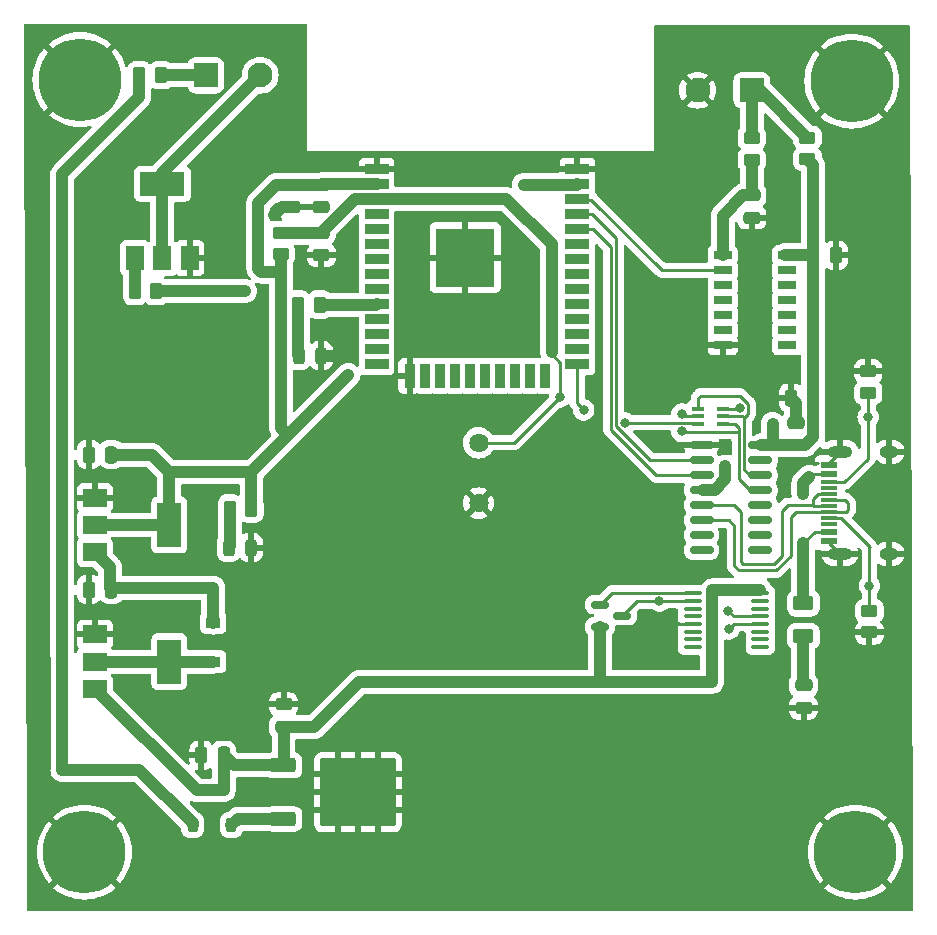
<source format=gbr>
G04 #@! TF.GenerationSoftware,KiCad,Pcbnew,7.0.11-7.0.11~ubuntu22.04.1*
G04 #@! TF.CreationDate,2024-10-06T14:21:28+01:00*
G04 #@! TF.ProjectId,jubileev2,6a756269-6c65-4657-9632-2e6b69636164,rev?*
G04 #@! TF.SameCoordinates,Original*
G04 #@! TF.FileFunction,Copper,L1,Top*
G04 #@! TF.FilePolarity,Positive*
%FSLAX46Y46*%
G04 Gerber Fmt 4.6, Leading zero omitted, Abs format (unit mm)*
G04 Created by KiCad (PCBNEW 7.0.11-7.0.11~ubuntu22.04.1) date 2024-10-06 14:21:28*
%MOMM*%
%LPD*%
G01*
G04 APERTURE LIST*
G04 Aperture macros list*
%AMRoundRect*
0 Rectangle with rounded corners*
0 $1 Rounding radius*
0 $2 $3 $4 $5 $6 $7 $8 $9 X,Y pos of 4 corners*
0 Add a 4 corners polygon primitive as box body*
4,1,4,$2,$3,$4,$5,$6,$7,$8,$9,$2,$3,0*
0 Add four circle primitives for the rounded corners*
1,1,$1+$1,$2,$3*
1,1,$1+$1,$4,$5*
1,1,$1+$1,$6,$7*
1,1,$1+$1,$8,$9*
0 Add four rect primitives between the rounded corners*
20,1,$1+$1,$2,$3,$4,$5,0*
20,1,$1+$1,$4,$5,$6,$7,0*
20,1,$1+$1,$6,$7,$8,$9,0*
20,1,$1+$1,$8,$9,$2,$3,0*%
G04 Aperture macros list end*
G04 #@! TA.AperFunction,SMDPad,CuDef*
%ADD10RoundRect,0.250000X0.250000X0.475000X-0.250000X0.475000X-0.250000X-0.475000X0.250000X-0.475000X0*%
G04 #@! TD*
G04 #@! TA.AperFunction,SMDPad,CuDef*
%ADD11RoundRect,0.250000X-0.475000X0.250000X-0.475000X-0.250000X0.475000X-0.250000X0.475000X0.250000X0*%
G04 #@! TD*
G04 #@! TA.AperFunction,SMDPad,CuDef*
%ADD12RoundRect,0.243750X0.243750X0.456250X-0.243750X0.456250X-0.243750X-0.456250X0.243750X-0.456250X0*%
G04 #@! TD*
G04 #@! TA.AperFunction,SMDPad,CuDef*
%ADD13RoundRect,0.250000X-0.625000X0.375000X-0.625000X-0.375000X0.625000X-0.375000X0.625000X0.375000X0*%
G04 #@! TD*
G04 #@! TA.AperFunction,ComponentPad*
%ADD14RoundRect,0.249999X-0.800001X-0.800001X0.800001X-0.800001X0.800001X0.800001X-0.800001X0.800001X0*%
G04 #@! TD*
G04 #@! TA.AperFunction,ComponentPad*
%ADD15C,2.100000*%
G04 #@! TD*
G04 #@! TA.AperFunction,SMDPad,CuDef*
%ADD16R,1.500000X2.000000*%
G04 #@! TD*
G04 #@! TA.AperFunction,SMDPad,CuDef*
%ADD17R,3.800000X2.000000*%
G04 #@! TD*
G04 #@! TA.AperFunction,SMDPad,CuDef*
%ADD18RoundRect,0.249998X-0.262502X-0.450002X0.262502X-0.450002X0.262502X0.450002X-0.262502X0.450002X0*%
G04 #@! TD*
G04 #@! TA.AperFunction,SMDPad,CuDef*
%ADD19RoundRect,0.249998X0.450002X-0.262502X0.450002X0.262502X-0.450002X0.262502X-0.450002X-0.262502X0*%
G04 #@! TD*
G04 #@! TA.AperFunction,ComponentPad*
%ADD20RoundRect,0.249999X0.800001X0.800001X-0.800001X0.800001X-0.800001X-0.800001X0.800001X-0.800001X0*%
G04 #@! TD*
G04 #@! TA.AperFunction,SMDPad,CuDef*
%ADD21R,2.000000X1.500000*%
G04 #@! TD*
G04 #@! TA.AperFunction,SMDPad,CuDef*
%ADD22R,2.000000X3.800000*%
G04 #@! TD*
G04 #@! TA.AperFunction,ComponentPad*
%ADD23C,3.900000*%
G04 #@! TD*
G04 #@! TA.AperFunction,ConnectorPad*
%ADD24C,7.000000*%
G04 #@! TD*
G04 #@! TA.AperFunction,SMDPad,CuDef*
%ADD25R,1.200000X0.900000*%
G04 #@! TD*
G04 #@! TA.AperFunction,ComponentPad*
%ADD26C,1.638000*%
G04 #@! TD*
G04 #@! TA.AperFunction,SMDPad,CuDef*
%ADD27R,1.550000X0.700000*%
G04 #@! TD*
G04 #@! TA.AperFunction,SMDPad,CuDef*
%ADD28R,2.000000X0.900000*%
G04 #@! TD*
G04 #@! TA.AperFunction,SMDPad,CuDef*
%ADD29R,0.900000X2.000000*%
G04 #@! TD*
G04 #@! TA.AperFunction,SMDPad,CuDef*
%ADD30R,5.000000X5.000000*%
G04 #@! TD*
G04 #@! TA.AperFunction,SMDPad,CuDef*
%ADD31RoundRect,0.250000X0.475000X-0.250000X0.475000X0.250000X-0.475000X0.250000X-0.475000X-0.250000X0*%
G04 #@! TD*
G04 #@! TA.AperFunction,SMDPad,CuDef*
%ADD32R,1.050000X0.450000*%
G04 #@! TD*
G04 #@! TA.AperFunction,SMDPad,CuDef*
%ADD33RoundRect,0.249998X-0.450002X0.262502X-0.450002X-0.262502X0.450002X-0.262502X0.450002X0.262502X0*%
G04 #@! TD*
G04 #@! TA.AperFunction,SMDPad,CuDef*
%ADD34R,1.450000X0.600000*%
G04 #@! TD*
G04 #@! TA.AperFunction,SMDPad,CuDef*
%ADD35R,1.450000X0.300000*%
G04 #@! TD*
G04 #@! TA.AperFunction,ComponentPad*
%ADD36O,2.100000X1.000000*%
G04 #@! TD*
G04 #@! TA.AperFunction,ComponentPad*
%ADD37O,1.600000X1.000000*%
G04 #@! TD*
G04 #@! TA.AperFunction,SMDPad,CuDef*
%ADD38RoundRect,0.150000X-0.825000X-0.150000X0.825000X-0.150000X0.825000X0.150000X-0.825000X0.150000X0*%
G04 #@! TD*
G04 #@! TA.AperFunction,SMDPad,CuDef*
%ADD39RoundRect,0.150000X-0.587500X-0.150000X0.587500X-0.150000X0.587500X0.150000X-0.587500X0.150000X0*%
G04 #@! TD*
G04 #@! TA.AperFunction,SMDPad,CuDef*
%ADD40RoundRect,0.250000X-0.850000X-0.350000X0.850000X-0.350000X0.850000X0.350000X-0.850000X0.350000X0*%
G04 #@! TD*
G04 #@! TA.AperFunction,SMDPad,CuDef*
%ADD41RoundRect,0.250000X-1.275000X-1.125000X1.275000X-1.125000X1.275000X1.125000X-1.275000X1.125000X0*%
G04 #@! TD*
G04 #@! TA.AperFunction,SMDPad,CuDef*
%ADD42RoundRect,0.249997X-2.950003X-2.650003X2.950003X-2.650003X2.950003X2.650003X-2.950003X2.650003X0*%
G04 #@! TD*
G04 #@! TA.AperFunction,SMDPad,CuDef*
%ADD43RoundRect,0.225000X-0.225000X-0.375000X0.225000X-0.375000X0.225000X0.375000X-0.225000X0.375000X0*%
G04 #@! TD*
G04 #@! TA.AperFunction,SMDPad,CuDef*
%ADD44RoundRect,0.100000X-0.637500X-0.100000X0.637500X-0.100000X0.637500X0.100000X-0.637500X0.100000X0*%
G04 #@! TD*
G04 #@! TA.AperFunction,ViaPad*
%ADD45C,0.800000*%
G04 #@! TD*
G04 #@! TA.AperFunction,Conductor*
%ADD46C,1.000000*%
G04 #@! TD*
G04 #@! TA.AperFunction,Conductor*
%ADD47C,0.250000*%
G04 #@! TD*
G04 APERTURE END LIST*
D10*
G04 #@! TO.P,C1,1*
G04 #@! TO.N,+5V*
X47879000Y-101981000D03*
G04 #@! TO.P,C1,2*
G04 #@! TO.N,GND*
X45979000Y-101981000D03*
G04 #@! TD*
G04 #@! TO.P,C2,1*
G04 #@! TO.N,+15V*
X57390305Y-115994183D03*
G04 #@! TO.P,C2,2*
G04 #@! TO.N,GND*
X55490305Y-115994183D03*
G04 #@! TD*
G04 #@! TO.P,C3,1*
G04 #@! TO.N,+3V3*
X47879000Y-90551000D03*
G04 #@! TO.P,C3,2*
G04 #@! TO.N,GND*
X45979000Y-90551000D03*
G04 #@! TD*
D11*
G04 #@! TO.P,C5,1*
G04 #@! TO.N,+3V3*
X65659000Y-67691000D03*
G04 #@! TO.P,C5,2*
G04 #@! TO.N,GND*
X65659000Y-69591000D03*
G04 #@! TD*
G04 #@! TO.P,C12,1*
G04 #@! TO.N,Net-(IC2-1A)*
X102108000Y-68580000D03*
G04 #@! TO.P,C12,2*
G04 #@! TO.N,GND*
X102108000Y-70480000D03*
G04 #@! TD*
D12*
G04 #@! TO.P,D1,1,K*
G04 #@! TO.N,GND*
X59690000Y-98425000D03*
G04 #@! TO.P,D1,2,A*
G04 #@! TO.N,Net-(D1-A)*
X57815000Y-98425000D03*
G04 #@! TD*
G04 #@! TO.P,D4,1,K*
G04 #@! TO.N,GND*
X65629000Y-82169000D03*
G04 #@! TO.P,D4,2,A*
G04 #@! TO.N,Net-(D4-A)*
X63754000Y-82169000D03*
G04 #@! TD*
D13*
G04 #@! TO.P,F1,1*
G04 #@! TO.N,Net-(F1-Pad1)*
X106461285Y-103128799D03*
G04 #@! TO.P,F1,2*
G04 #@! TO.N,Net-(Q2-D)*
X106461285Y-105928799D03*
G04 #@! TD*
D14*
G04 #@! TO.P,J3,1,Pin_1*
G04 #@! TO.N,Net-(J3-Pin_1)*
X55880000Y-58420000D03*
D15*
G04 #@! TO.P,J3,2,Pin_2*
G04 #@! TO.N,Net-(J3-Pin_2)*
X60480000Y-58420000D03*
G04 #@! TD*
D16*
G04 #@! TO.P,Q3,1,B*
G04 #@! TO.N,Net-(Q3-B)*
X49897000Y-73914000D03*
G04 #@! TO.P,Q3,2,C*
G04 #@! TO.N,Net-(J3-Pin_2)*
X52197000Y-73914000D03*
D17*
X52197000Y-67614000D03*
D16*
G04 #@! TO.P,Q3,3,E*
G04 #@! TO.N,GND*
X54497000Y-73914000D03*
G04 #@! TD*
D18*
G04 #@! TO.P,R1,1*
G04 #@! TO.N,Net-(D1-A)*
X57912000Y-95123000D03*
G04 #@! TO.P,R1,2*
G04 #@! TO.N,+3V3*
X59737000Y-95123000D03*
G04 #@! TD*
D19*
G04 #@! TO.P,R8,1*
G04 #@! TO.N,+3V3*
X106807000Y-65532000D03*
G04 #@! TO.P,R8,2*
G04 #@! TO.N,Net-(R8-Pad2)*
X106807000Y-63707000D03*
G04 #@! TD*
G04 #@! TO.P,R9,1*
G04 #@! TO.N,Net-(IC2-1A)*
X102108000Y-65579000D03*
G04 #@! TO.P,R9,2*
G04 #@! TO.N,Net-(R8-Pad2)*
X102108000Y-63754000D03*
G04 #@! TD*
D18*
G04 #@! TO.P,R10,1*
G04 #@! TO.N,Net-(Q3-B)*
X49864000Y-76708000D03*
G04 #@! TO.P,R10,2*
G04 #@! TO.N,LED_RING*
X51689000Y-76708000D03*
G04 #@! TD*
G04 #@! TO.P,R11,1*
G04 #@! TO.N,+9V*
X50245000Y-58420000D03*
G04 #@! TO.P,R11,2*
G04 #@! TO.N,Net-(J3-Pin_1)*
X52070000Y-58420000D03*
G04 #@! TD*
G04 #@! TO.P,R12,1*
G04 #@! TO.N,Net-(D4-A)*
X63707000Y-77851000D03*
G04 #@! TO.P,R12,2*
G04 #@! TO.N,ESP_LED*
X65532000Y-77851000D03*
G04 #@! TD*
D20*
G04 #@! TO.P,SW3,1,1*
G04 #@! TO.N,Net-(R8-Pad2)*
X102108000Y-59690000D03*
D15*
G04 #@! TO.P,SW3,2,2*
G04 #@! TO.N,GND*
X97508000Y-59690000D03*
G04 #@! TD*
D21*
G04 #@! TO.P,U1,1,GND*
G04 #@! TO.N,GND*
X46482000Y-94206000D03*
G04 #@! TO.P,U1,2,VO*
G04 #@! TO.N,+3V3*
X46482000Y-96506000D03*
D22*
X52782000Y-96506000D03*
D21*
G04 #@! TO.P,U1,3,VI*
G04 #@! TO.N,+5V*
X46482000Y-98806000D03*
G04 #@! TD*
G04 #@! TO.P,U2,1,GND*
G04 #@! TO.N,GND*
X46482000Y-105777000D03*
G04 #@! TO.P,U2,2,VO*
G04 #@! TO.N,Net-(D5-A)*
X46482000Y-108077000D03*
D22*
X52782000Y-108077000D03*
D21*
G04 #@! TO.P,U2,3,VI*
G04 #@! TO.N,+15V*
X46482000Y-110377000D03*
G04 #@! TD*
D23*
G04 #@! TO.P,H1,1,1*
G04 #@! TO.N,GND*
X45212000Y-58801000D03*
D24*
X45212000Y-58801000D03*
G04 #@! TD*
D23*
G04 #@! TO.P,H2,1,1*
G04 #@! TO.N,GND*
X110871000Y-124206000D03*
D24*
X110871000Y-124206000D03*
G04 #@! TD*
D23*
G04 #@! TO.P,H3,1,1*
G04 #@! TO.N,GND*
X110568000Y-58928000D03*
D24*
X110568000Y-58928000D03*
G04 #@! TD*
D23*
G04 #@! TO.P,H4,1,1*
G04 #@! TO.N,GND*
X45593000Y-124206000D03*
D24*
X45593000Y-124206000D03*
G04 #@! TD*
D25*
G04 #@! TO.P,D5,1,K*
G04 #@! TO.N,+5V*
X56515000Y-104777000D03*
G04 #@! TO.P,D5,2,A*
G04 #@! TO.N,Net-(D5-A)*
X56515000Y-108077000D03*
G04 #@! TD*
D11*
G04 #@! TO.P,C8,1*
G04 #@! TO.N,EN*
X65659000Y-71755000D03*
G04 #@! TO.P,C8,2*
G04 #@! TO.N,GND*
X65659000Y-73655000D03*
G04 #@! TD*
D19*
G04 #@! TO.P,R2,1*
G04 #@! TO.N,+3V3*
X62230000Y-73580000D03*
G04 #@! TO.P,R2,2*
G04 #@! TO.N,EN*
X62230000Y-71755000D03*
G04 #@! TD*
D26*
G04 #@! TO.P,S2,1*
G04 #@! TO.N,GND*
X78968000Y-94653000D03*
G04 #@! TO.P,S2,2*
G04 #@! TO.N,EN*
X78968000Y-89548000D03*
G04 #@! TD*
D27*
G04 #@! TO.P,IC2,1,1A*
G04 #@! TO.N,Net-(IC2-1A)*
X99637000Y-73660000D03*
G04 #@! TO.P,IC2,2,1Y*
G04 #@! TO.N,BUTTON*
X99637000Y-74930000D03*
G04 #@! TO.P,IC2,3,2A*
G04 #@! TO.N,unconnected-(IC2-2A-Pad3)*
X99637000Y-76200000D03*
G04 #@! TO.P,IC2,4,2Y*
G04 #@! TO.N,unconnected-(IC2-2Y-Pad4)*
X99637000Y-77470000D03*
G04 #@! TO.P,IC2,5,3A*
G04 #@! TO.N,unconnected-(IC2-3A-Pad5)*
X99637000Y-78740000D03*
G04 #@! TO.P,IC2,6,3Y*
G04 #@! TO.N,unconnected-(IC2-3Y-Pad6)*
X99637000Y-80010000D03*
G04 #@! TO.P,IC2,7,GND*
G04 #@! TO.N,GND*
X99637000Y-81280000D03*
G04 #@! TO.P,IC2,8,4Y*
G04 #@! TO.N,unconnected-(IC2-4Y-Pad8)*
X105087000Y-81280000D03*
G04 #@! TO.P,IC2,9,4A*
G04 #@! TO.N,unconnected-(IC2-4A-Pad9)*
X105087000Y-80010000D03*
G04 #@! TO.P,IC2,10,5Y*
G04 #@! TO.N,unconnected-(IC2-5Y-Pad10)*
X105087000Y-78740000D03*
G04 #@! TO.P,IC2,11,5A*
G04 #@! TO.N,unconnected-(IC2-5A-Pad11)*
X105087000Y-77470000D03*
G04 #@! TO.P,IC2,12,6Y*
G04 #@! TO.N,unconnected-(IC2-6Y-Pad12)*
X105087000Y-76200000D03*
G04 #@! TO.P,IC2,13,6A*
G04 #@! TO.N,unconnected-(IC2-6A-Pad13)*
X105087000Y-74930000D03*
G04 #@! TO.P,IC2,14,VCC*
G04 #@! TO.N,+3V3*
X105087000Y-73660000D03*
G04 #@! TD*
D28*
G04 #@! TO.P,ANT1,1,GND_1*
G04 #@! TO.N,GND*
X70336000Y-66372000D03*
G04 #@! TO.P,ANT1,2,3V3*
G04 #@! TO.N,+3V3*
X70336000Y-67642000D03*
G04 #@! TO.P,ANT1,3,EN*
G04 #@! TO.N,EN*
X70336000Y-68912000D03*
G04 #@! TO.P,ANT1,4,SENSOR_VP*
G04 #@! TO.N,unconnected-(ANT1-SENSOR_VP-Pad4)*
X70336000Y-70182000D03*
G04 #@! TO.P,ANT1,5,SENSOR_VN*
G04 #@! TO.N,unconnected-(ANT1-SENSOR_VN-Pad5)*
X70336000Y-71452000D03*
G04 #@! TO.P,ANT1,6,IO34*
G04 #@! TO.N,unconnected-(ANT1-IO34-Pad6)*
X70336000Y-72722000D03*
G04 #@! TO.P,ANT1,7,IO35*
G04 #@! TO.N,unconnected-(ANT1-IO35-Pad7)*
X70336000Y-73992000D03*
G04 #@! TO.P,ANT1,8,IO32*
G04 #@! TO.N,unconnected-(ANT1-IO32-Pad8)*
X70336000Y-75262000D03*
G04 #@! TO.P,ANT1,9,IO33*
G04 #@! TO.N,unconnected-(ANT1-IO33-Pad9)*
X70336000Y-76532000D03*
G04 #@! TO.P,ANT1,10,IO25*
G04 #@! TO.N,ESP_LED*
X70336000Y-77802000D03*
G04 #@! TO.P,ANT1,11,IO26*
G04 #@! TO.N,unconnected-(ANT1-IO26-Pad11)*
X70336000Y-79072000D03*
G04 #@! TO.P,ANT1,12,IO27*
G04 #@! TO.N,unconnected-(ANT1-IO27-Pad12)*
X70336000Y-80342000D03*
G04 #@! TO.P,ANT1,13,IO14*
G04 #@! TO.N,unconnected-(ANT1-IO14-Pad13)*
X70336000Y-81612000D03*
G04 #@! TO.P,ANT1,14,IO12*
G04 #@! TO.N,unconnected-(ANT1-IO12-Pad14)*
X70336000Y-82882000D03*
D29*
G04 #@! TO.P,ANT1,15,GND_2*
G04 #@! TO.N,GND*
X73121000Y-83882000D03*
G04 #@! TO.P,ANT1,16,IO13*
G04 #@! TO.N,unconnected-(ANT1-IO13-Pad16)*
X74391000Y-83882000D03*
G04 #@! TO.P,ANT1,17,SD2*
G04 #@! TO.N,unconnected-(ANT1-SD2-Pad17)*
X75661000Y-83882000D03*
G04 #@! TO.P,ANT1,18,SD3*
G04 #@! TO.N,unconnected-(ANT1-SD3-Pad18)*
X76931000Y-83882000D03*
G04 #@! TO.P,ANT1,19,CMD*
G04 #@! TO.N,unconnected-(ANT1-CMD-Pad19)*
X78201000Y-83882000D03*
G04 #@! TO.P,ANT1,20,CLK*
G04 #@! TO.N,unconnected-(ANT1-CLK-Pad20)*
X79471000Y-83882000D03*
G04 #@! TO.P,ANT1,21,SD0*
G04 #@! TO.N,unconnected-(ANT1-SD0-Pad21)*
X80741000Y-83882000D03*
G04 #@! TO.P,ANT1,22,SD1*
G04 #@! TO.N,unconnected-(ANT1-SD1-Pad22)*
X82011000Y-83882000D03*
G04 #@! TO.P,ANT1,23,IO15*
G04 #@! TO.N,unconnected-(ANT1-IO15-Pad23)*
X83281000Y-83882000D03*
G04 #@! TO.P,ANT1,24,IO2*
G04 #@! TO.N,unconnected-(ANT1-IO2-Pad24)*
X84551000Y-83882000D03*
D28*
G04 #@! TO.P,ANT1,25,IO0*
G04 #@! TO.N,IO0*
X87336000Y-82882000D03*
G04 #@! TO.P,ANT1,26,IO4*
G04 #@! TO.N,unconnected-(ANT1-IO4-Pad26)*
X87336000Y-81612000D03*
G04 #@! TO.P,ANT1,27,IO16*
G04 #@! TO.N,unconnected-(ANT1-IO16-Pad27)*
X87336000Y-80342000D03*
G04 #@! TO.P,ANT1,28,IO17*
G04 #@! TO.N,unconnected-(ANT1-IO17-Pad28)*
X87336000Y-79072000D03*
G04 #@! TO.P,ANT1,29,IO5*
G04 #@! TO.N,unconnected-(ANT1-IO5-Pad29)*
X87336000Y-77802000D03*
G04 #@! TO.P,ANT1,30,IO18*
G04 #@! TO.N,unconnected-(ANT1-IO18-Pad30)*
X87336000Y-76532000D03*
G04 #@! TO.P,ANT1,31,IO19*
G04 #@! TO.N,unconnected-(ANT1-IO19-Pad31)*
X87336000Y-75262000D03*
G04 #@! TO.P,ANT1,32,NC*
G04 #@! TO.N,unconnected-(ANT1-NC-Pad32)*
X87336000Y-73992000D03*
G04 #@! TO.P,ANT1,33,IO21*
G04 #@! TO.N,unconnected-(ANT1-IO21-Pad33)*
X87336000Y-72722000D03*
G04 #@! TO.P,ANT1,34,RXD0*
G04 #@! TO.N,ESP_RXD*
X87336000Y-71452000D03*
G04 #@! TO.P,ANT1,35,TXD0*
G04 #@! TO.N,ESP_TXD*
X87336000Y-70182000D03*
G04 #@! TO.P,ANT1,36,IO22*
G04 #@! TO.N,BUTTON*
X87336000Y-68912000D03*
G04 #@! TO.P,ANT1,37,IO23*
G04 #@! TO.N,LED_RING*
X87336000Y-67642000D03*
G04 #@! TO.P,ANT1,38,GND_3*
G04 #@! TO.N,GND*
X87336000Y-66372000D03*
D30*
G04 #@! TO.P,ANT1,39,GND_4*
X77836000Y-73872000D03*
G04 #@! TD*
D10*
G04 #@! TO.P,C6,1*
G04 #@! TO.N,GND*
X109215000Y-73660000D03*
G04 #@! TO.P,C6,2*
G04 #@! TO.N,+3V3*
X107315000Y-73660000D03*
G04 #@! TD*
D31*
G04 #@! TO.P,C4,1*
G04 #@! TO.N,GND*
X63168000Y-69603000D03*
G04 #@! TO.P,C4,2*
G04 #@! TO.N,+3V3*
X63168000Y-67703000D03*
G04 #@! TD*
D11*
G04 #@! TO.P,C10,1*
G04 #@! TO.N,GND*
X105868000Y-87853000D03*
G04 #@! TO.P,C10,2*
G04 #@! TO.N,+3V3*
X105868000Y-89753000D03*
G04 #@! TD*
D32*
G04 #@! TO.P,Q1,1,E1*
G04 #@! TO.N,RTS*
X97568000Y-86653000D03*
G04 #@! TO.P,Q1,2,B1*
G04 #@! TO.N,DTR*
X97568000Y-87303000D03*
G04 #@! TO.P,Q1,3,C2*
G04 #@! TO.N,IO0*
X97568000Y-87953000D03*
G04 #@! TO.P,Q1,4,E2*
G04 #@! TO.N,DTR*
X99668000Y-87953000D03*
G04 #@! TO.P,Q1,5,B2*
G04 #@! TO.N,RTS*
X99668000Y-87303000D03*
G04 #@! TO.P,Q1,6,C1*
G04 #@! TO.N,EN*
X99668000Y-86653000D03*
G04 #@! TD*
D19*
G04 #@! TO.P,R3,1*
G04 #@! TO.N,GND*
X112055316Y-105607719D03*
G04 #@! TO.P,R3,2*
G04 #@! TO.N,CC1*
X112055316Y-103782719D03*
G04 #@! TD*
D33*
G04 #@! TO.P,R4,1*
G04 #@! TO.N,GND*
X111951926Y-83498855D03*
G04 #@! TO.P,R4,2*
G04 #@! TO.N,CC2*
X111951926Y-85323855D03*
G04 #@! TD*
D34*
G04 #@! TO.P,USB1,1,GND*
G04 #@! TO.N,GND*
X108653000Y-97858000D03*
G04 #@! TO.P,USB1,2,VBUS*
G04 #@! TO.N,Net-(F1-Pad1)*
X108653000Y-97083000D03*
D35*
G04 #@! TO.P,USB1,3,SBU2*
G04 #@! TO.N,unconnected-(USB1-SBU2-Pad3)*
X108653000Y-96383000D03*
G04 #@! TO.P,USB1,4,CC1*
G04 #@! TO.N,CC1*
X108653000Y-95883000D03*
G04 #@! TO.P,USB1,5,DN2*
G04 #@! TO.N,Net-(U3-UD-)*
X108653000Y-95383000D03*
G04 #@! TO.P,USB1,6,DP1*
G04 #@! TO.N,Net-(U3-UD+)*
X108653000Y-94883000D03*
G04 #@! TO.P,USB1,7,DN1*
G04 #@! TO.N,Net-(U3-UD-)*
X108653000Y-94383000D03*
G04 #@! TO.P,USB1,8,DP2*
G04 #@! TO.N,Net-(U3-UD+)*
X108653000Y-93883000D03*
G04 #@! TO.P,USB1,9,SBU1*
G04 #@! TO.N,unconnected-(USB1-SBU1-Pad9)*
X108653000Y-93383000D03*
G04 #@! TO.P,USB1,10,CC2*
G04 #@! TO.N,CC2*
X108653000Y-92883000D03*
D34*
G04 #@! TO.P,USB1,11,VBUS*
G04 #@! TO.N,Net-(F1-Pad1)*
X108653000Y-92183000D03*
G04 #@! TO.P,USB1,12,GND*
G04 #@! TO.N,GND*
X108653000Y-91408000D03*
D36*
G04 #@! TO.P,USB1,13,SHIELD*
X109568000Y-98953000D03*
D37*
X113748000Y-98953000D03*
D36*
X109568000Y-90313000D03*
D37*
X113748000Y-90313000D03*
G04 #@! TD*
D10*
G04 #@! TO.P,C11,1*
G04 #@! TO.N,+3V3*
X107318000Y-85753000D03*
G04 #@! TO.P,C11,2*
G04 #@! TO.N,GND*
X105418000Y-85753000D03*
G04 #@! TD*
D38*
G04 #@! TO.P,U3,1,GND*
G04 #@! TO.N,GND*
X97843000Y-89758000D03*
G04 #@! TO.P,U3,2,TXD*
G04 #@! TO.N,ESP_TXD*
X97843000Y-91028000D03*
G04 #@! TO.P,U3,3,RXD*
G04 #@! TO.N,ESP_RXD*
X97843000Y-92298000D03*
G04 #@! TO.P,U3,4,V3*
G04 #@! TO.N,+3V3*
X97843000Y-93568000D03*
G04 #@! TO.P,U3,5,UD+*
G04 #@! TO.N,Net-(U3-UD+)*
X97843000Y-94838000D03*
G04 #@! TO.P,U3,6,UD-*
G04 #@! TO.N,Net-(U3-UD-)*
X97843000Y-96108000D03*
G04 #@! TO.P,U3,7,NC*
G04 #@! TO.N,unconnected-(U3-NC-Pad7)*
X97843000Y-97378000D03*
G04 #@! TO.P,U3,8,NC*
G04 #@! TO.N,unconnected-(U3-NC-Pad8)*
X97843000Y-98648000D03*
G04 #@! TO.P,U3,9,~{CTS}*
G04 #@! TO.N,unconnected-(U3-~{CTS}-Pad9)*
X102793000Y-98648000D03*
G04 #@! TO.P,U3,10,~{DSR}*
G04 #@! TO.N,unconnected-(U3-~{DSR}-Pad10)*
X102793000Y-97378000D03*
G04 #@! TO.P,U3,11,~{RI}*
G04 #@! TO.N,unconnected-(U3-~{RI}-Pad11)*
X102793000Y-96108000D03*
G04 #@! TO.P,U3,12,~{DCD}*
G04 #@! TO.N,unconnected-(U3-~{DCD}-Pad12)*
X102793000Y-94838000D03*
G04 #@! TO.P,U3,13,~{DTR}*
G04 #@! TO.N,DTR*
X102793000Y-93568000D03*
G04 #@! TO.P,U3,14,~{RTS}*
G04 #@! TO.N,RTS*
X102793000Y-92298000D03*
G04 #@! TO.P,U3,15,R232*
G04 #@! TO.N,unconnected-(U3-R232-Pad15)*
X102793000Y-91028000D03*
G04 #@! TO.P,U3,16,VCC*
G04 #@! TO.N,+3V3*
X102793000Y-89758000D03*
G04 #@! TD*
D39*
G04 #@! TO.P,Q2,1,G*
G04 #@! TO.N,Net-(Q2-G)*
X89254091Y-103242522D03*
G04 #@! TO.P,Q2,2,S*
G04 #@! TO.N,+15V*
X89254091Y-105142522D03*
G04 #@! TO.P,Q2,3,D*
G04 #@! TO.N,Net-(Q2-D)*
X91129091Y-104192522D03*
G04 #@! TD*
D40*
G04 #@! TO.P,U5,1,VI*
G04 #@! TO.N,+15V*
X62447136Y-116854381D03*
D41*
G04 #@! TO.P,U5,2,GND*
G04 #@! TO.N,GND*
X67072136Y-117609381D03*
X67072136Y-120659381D03*
D42*
X68747136Y-119134381D03*
D41*
X70422136Y-117609381D03*
X70422136Y-120659381D03*
D40*
G04 #@! TO.P,U5,3,VO*
G04 #@! TO.N,Net-(D6-A)*
X62447136Y-121414381D03*
G04 #@! TD*
D31*
G04 #@! TO.P,C13,1*
G04 #@! TO.N,+15V*
X62452882Y-113593837D03*
G04 #@! TO.P,C13,2*
G04 #@! TO.N,GND*
X62452882Y-111693837D03*
G04 #@! TD*
D43*
G04 #@! TO.P,D6,1,K*
G04 #@! TO.N,+9V*
X54747271Y-121913330D03*
G04 #@! TO.P,D6,2,A*
G04 #@! TO.N,Net-(D6-A)*
X58047271Y-121913330D03*
G04 #@! TD*
D11*
G04 #@! TO.P,C7,1*
G04 #@! TO.N,Net-(Q2-D)*
X106494434Y-110076071D03*
G04 #@! TO.P,C7,2*
G04 #@! TO.N,GND*
X106494434Y-111976071D03*
G04 #@! TD*
D44*
G04 #@! TO.P,U4,1,VBUSG*
G04 #@! TO.N,Net-(Q2-G)*
X97090399Y-102290797D03*
G04 #@! TO.P,U4,2,VIN*
G04 #@! TO.N,Net-(Q2-D)*
X97090399Y-102940797D03*
G04 #@! TO.P,U4,3,NC*
G04 #@! TO.N,unconnected-(U4-NC-Pad3)*
X97090399Y-103590797D03*
G04 #@! TO.P,U4,4,NC*
G04 #@! TO.N,unconnected-(U4-NC-Pad4)*
X97090399Y-104240797D03*
G04 #@! TO.P,U4,5,GND*
G04 #@! TO.N,GND*
X97090399Y-104890797D03*
G04 #@! TO.P,U4,6,NC*
G04 #@! TO.N,unconnected-(U4-NC-Pad6)*
X97090399Y-105540797D03*
G04 #@! TO.P,U4,7,NC*
G04 #@! TO.N,unconnected-(U4-NC-Pad7)*
X97090399Y-106190797D03*
G04 #@! TO.P,U4,8,NC*
G04 #@! TO.N,unconnected-(U4-NC-Pad8)*
X97090399Y-106840797D03*
G04 #@! TO.P,U4,9,NC*
G04 #@! TO.N,unconnected-(U4-NC-Pad9)*
X102815399Y-106840797D03*
G04 #@! TO.P,U4,10,NC*
G04 #@! TO.N,unconnected-(U4-NC-Pad10)*
X102815399Y-106190797D03*
G04 #@! TO.P,U4,11,SEL*
G04 #@! TO.N,unconnected-(U4-SEL-Pad11)*
X102815399Y-105540797D03*
G04 #@! TO.P,U4,12,CC2*
G04 #@! TO.N,CC2*
X102815399Y-104890797D03*
G04 #@! TO.P,U4,13,CC1*
G04 #@! TO.N,CC1*
X102815399Y-104240797D03*
G04 #@! TO.P,U4,14,NC*
G04 #@! TO.N,unconnected-(U4-NC-Pad14)*
X102815399Y-103590797D03*
G04 #@! TO.P,U4,15,NC*
G04 #@! TO.N,unconnected-(U4-NC-Pad15)*
X102815399Y-102940797D03*
G04 #@! TO.P,U4,16,VBUS*
G04 #@! TO.N,+15V*
X102815399Y-102290797D03*
G04 #@! TD*
D45*
G04 #@! TO.N,+3V3*
X103868000Y-87953000D03*
X107315000Y-83693000D03*
X99868000Y-91553000D03*
X67945000Y-83820000D03*
G04 #@! TO.N,EN*
X101068000Y-86578000D03*
X85868000Y-85653000D03*
G04 #@! TO.N,DTR*
X96168000Y-88578000D03*
X96168000Y-87128000D03*
G04 #@! TO.N,LED_RING*
X82804000Y-67691000D03*
X59182000Y-76708000D03*
G04 #@! TO.N,GND*
X91821000Y-81026000D03*
X93568000Y-86353000D03*
X72771000Y-80645000D03*
X54568000Y-90153000D03*
X78473950Y-108116350D03*
X67818000Y-72771000D03*
X67437000Y-82169000D03*
X94334851Y-104892075D03*
X79373950Y-108116350D03*
X80473950Y-111716350D03*
X61668000Y-70253000D03*
X55668000Y-93753000D03*
X78673950Y-111716350D03*
X54768000Y-93753000D03*
X82968000Y-81153000D03*
X80273950Y-108116350D03*
X73152000Y-72771000D03*
X56368000Y-90153000D03*
X79573950Y-111716350D03*
X56568000Y-93753000D03*
X67945000Y-86995000D03*
X94343932Y-111993603D03*
X55468000Y-90153000D03*
X58618000Y-68453000D03*
X93668000Y-89453000D03*
G04 #@! TO.N,IO0*
X87868000Y-86753000D03*
X91368000Y-87853000D03*
G04 #@! TO.N,Net-(Q2-D)*
X106475986Y-107996915D03*
X94275185Y-102951615D03*
G04 #@! TO.N,Net-(F1-Pad1)*
X106468000Y-98053000D03*
X106468000Y-93853000D03*
G04 #@! TO.N,CC1*
X100105883Y-103786101D03*
X112055316Y-101656529D03*
G04 #@! TO.N,CC2*
X100154960Y-105320859D03*
X111951926Y-87368726D03*
G04 #@! TD*
D46*
G04 #@! TO.N,+5V*
X56515000Y-104777000D02*
X56515000Y-101809000D01*
X47752000Y-100076000D02*
X46482000Y-98806000D01*
X47752000Y-101854000D02*
X47879000Y-101981000D01*
X56515000Y-101809000D02*
X48051000Y-101809000D01*
X47752000Y-100076000D02*
X47752000Y-101854000D01*
X48051000Y-101809000D02*
X47879000Y-101981000D01*
G04 #@! TO.N,+9V*
X50253460Y-117257345D02*
X43736371Y-117257345D01*
D47*
X54847129Y-121813472D02*
X54747271Y-121913330D01*
D46*
X54747271Y-121751156D02*
X50253460Y-117257345D01*
X50245000Y-60292980D02*
X50245000Y-58420000D01*
X54747271Y-121913330D02*
X54747271Y-121751156D01*
X43711990Y-66825990D02*
X50245000Y-60292980D01*
X43711990Y-66825990D02*
X43711990Y-107473684D01*
D47*
X43736371Y-107498065D02*
X43711990Y-107473684D01*
D46*
X43736371Y-117257345D02*
X43736371Y-107498065D01*
G04 #@! TO.N,+3V3*
X102918000Y-89753000D02*
X104068000Y-89753000D01*
X51308000Y-90551000D02*
X47879000Y-90551000D01*
X60325000Y-69215000D02*
X61849000Y-67691000D01*
X59740000Y-92025000D02*
X62865000Y-88900000D01*
X60579000Y-75057000D02*
X60325000Y-74803000D01*
X52782000Y-92025000D02*
X51308000Y-90551000D01*
X107315000Y-83693000D02*
X107315000Y-73660000D01*
X99868000Y-92638000D02*
X99868000Y-91553000D01*
X59740000Y-92025000D02*
X59740000Y-95120000D01*
X98943000Y-93563000D02*
X99868000Y-92638000D01*
X61849000Y-67691000D02*
X65659000Y-67691000D01*
X105868000Y-89753000D02*
X106593000Y-89753000D01*
X46482000Y-96506000D02*
X52782000Y-96506000D01*
X52782000Y-96506000D02*
X52782000Y-92025000D01*
X104068000Y-89753000D02*
X105868000Y-89753000D01*
X65708000Y-67642000D02*
X65659000Y-67691000D01*
X59740000Y-95120000D02*
X59737000Y-95123000D01*
X62230000Y-88265000D02*
X62865000Y-88900000D01*
X107315000Y-89031000D02*
X107315000Y-83693000D01*
X103868000Y-87953000D02*
X103868000Y-89553000D01*
X107315000Y-73660000D02*
X107315000Y-66040000D01*
X52782000Y-92025000D02*
X59740000Y-92025000D01*
X62230000Y-73580000D02*
X62230000Y-75057000D01*
X62230000Y-75057000D02*
X62230000Y-88265000D01*
X103868000Y-89553000D02*
X104068000Y-89753000D01*
X104902000Y-73660000D02*
X107315000Y-73660000D01*
X60325000Y-74803000D02*
X60325000Y-69215000D01*
X107315000Y-66040000D02*
X106807000Y-65532000D01*
X97968000Y-93563000D02*
X98943000Y-93563000D01*
X67945000Y-83820000D02*
X62865000Y-88900000D01*
X106593000Y-89753000D02*
X107315000Y-89031000D01*
X70336000Y-67642000D02*
X65708000Y-67642000D01*
X62230000Y-75057000D02*
X60579000Y-75057000D01*
D47*
G04 #@! TO.N,EN*
X85174001Y-82059001D02*
X85868000Y-82753000D01*
D46*
X85174001Y-72759001D02*
X85174001Y-81846999D01*
X81327000Y-68912000D02*
X85174001Y-72759001D01*
D47*
X85868000Y-85653000D02*
X85852000Y-85637000D01*
X85868000Y-82753000D02*
X85868000Y-85653000D01*
D46*
X65659000Y-71755000D02*
X62230000Y-71755000D01*
X70336000Y-68912000D02*
X81327000Y-68912000D01*
D47*
X81941000Y-89548000D02*
X85852000Y-85637000D01*
X78968000Y-89548000D02*
X81941000Y-89548000D01*
X85174001Y-81846999D02*
X85174001Y-82059001D01*
D46*
X70336000Y-68912000D02*
X68502000Y-68912000D01*
D47*
X99668000Y-86653000D02*
X100993000Y-86653000D01*
X100993000Y-86653000D02*
X101068000Y-86578000D01*
D46*
X68502000Y-68912000D02*
X65659000Y-71755000D01*
D47*
G04 #@! TO.N,RTS*
X101468000Y-87453000D02*
X101793001Y-87127999D01*
X101943000Y-92293000D02*
X101468000Y-91818000D01*
X101318000Y-87303000D02*
X99668000Y-87303000D01*
X102918000Y-92293000D02*
X101943000Y-92293000D01*
X101116002Y-85553000D02*
X97768000Y-85553000D01*
X97768000Y-85553000D02*
X97568000Y-85753000D01*
X101793001Y-86229999D02*
X101116002Y-85553000D01*
X97568000Y-85753000D02*
X97568000Y-86653000D01*
X101793001Y-87127999D02*
X101793001Y-86229999D01*
X101468000Y-91818000D02*
X101468000Y-87453000D01*
X101468000Y-87453000D02*
X101318000Y-87303000D01*
G04 #@! TO.N,DTR*
X96168000Y-87128000D02*
X96343000Y-87303000D01*
X101017990Y-88302990D02*
X100668000Y-87953000D01*
X101017990Y-88602990D02*
X96192990Y-88602990D01*
X100668000Y-87953000D02*
X99668000Y-87953000D01*
X102918000Y-93563000D02*
X101943000Y-93563000D01*
X101017990Y-88602990D02*
X101017990Y-88302990D01*
X96343000Y-87303000D02*
X97568000Y-87303000D01*
X101943000Y-93563000D02*
X101017990Y-92637990D01*
X101017990Y-92637990D02*
X101017990Y-88602990D01*
X96192990Y-88602990D02*
X96168000Y-88578000D01*
D46*
G04 #@! TO.N,Net-(R8-Pad2)*
X102108000Y-59690000D02*
X102790000Y-59690000D01*
X102108000Y-59690000D02*
X102108000Y-63754000D01*
X102790000Y-59690000D02*
X106807000Y-63707000D01*
G04 #@! TO.N,LED_RING*
X82804000Y-67691000D02*
X87287000Y-67691000D01*
X87287000Y-67691000D02*
X87336000Y-67642000D01*
X51689000Y-76708000D02*
X59182000Y-76708000D01*
G04 #@! TO.N,ESP_LED*
X65532000Y-77851000D02*
X70287000Y-77851000D01*
X70287000Y-77851000D02*
X70336000Y-77802000D01*
D47*
G04 #@! TO.N,ESP_RXD*
X90156372Y-72960289D02*
X90156372Y-88426447D01*
X87336000Y-71452000D02*
X88648083Y-71452000D01*
X88648083Y-71452000D02*
X90156372Y-72960289D01*
X90156372Y-88426447D02*
X94027925Y-92298000D01*
X94027925Y-92298000D02*
X97843000Y-92298000D01*
G04 #@! TO.N,ESP_TXD*
X90606372Y-88116677D02*
X93517695Y-91028000D01*
X87336000Y-70182000D02*
X88586000Y-70182000D01*
X88586000Y-70182000D02*
X90606372Y-72202372D01*
X93517695Y-91028000D02*
X97843000Y-91028000D01*
X90606372Y-72202372D02*
X90606372Y-88116677D01*
G04 #@! TO.N,BUTTON*
X99502000Y-74930000D02*
X94482002Y-74930000D01*
X88513002Y-68961000D02*
X87748000Y-68961000D01*
X94482002Y-74930000D02*
X88513002Y-68961000D01*
G04 #@! TO.N,GND*
X108653000Y-91228000D02*
X109568000Y-90313000D01*
D46*
X63168000Y-69603000D02*
X62318000Y-69603000D01*
X105868000Y-87853000D02*
X105868000Y-86203000D01*
X62318000Y-69603000D02*
X61668000Y-70253000D01*
D47*
X108653000Y-98038000D02*
X109568000Y-98953000D01*
X94334851Y-104892075D02*
X94336129Y-104890797D01*
D46*
X105868000Y-86203000D02*
X105418000Y-85753000D01*
D47*
X108653000Y-91408000D02*
X108653000Y-91228000D01*
X108653000Y-97858000D02*
X108653000Y-98038000D01*
X94336129Y-104890797D02*
X97090399Y-104890797D01*
D46*
X65629000Y-82169000D02*
X67437000Y-82169000D01*
D47*
G04 #@! TO.N,IO0*
X97468000Y-87853000D02*
X97568000Y-87953000D01*
X87336000Y-86221000D02*
X87868000Y-86753000D01*
X87336000Y-82882000D02*
X87336000Y-86221000D01*
X91368000Y-87853000D02*
X97468000Y-87853000D01*
D46*
G04 #@! TO.N,+15V*
X89254091Y-109702421D02*
X89254091Y-105142522D01*
X62447136Y-116854381D02*
X58250503Y-116854381D01*
X89142966Y-109813546D02*
X89177739Y-109778773D01*
X62452882Y-113593837D02*
X62452882Y-116848635D01*
X46482000Y-110377000D02*
X55085886Y-118980886D01*
X55085886Y-118980886D02*
X57390305Y-118980886D01*
X98752686Y-102040797D02*
X102815399Y-102040797D01*
X57390305Y-118980886D02*
X57390305Y-115994183D01*
X65075276Y-113593837D02*
X68855567Y-109813546D01*
X58250503Y-116854381D02*
X57390305Y-115994183D01*
X68855567Y-109813546D02*
X89142966Y-109813546D01*
X98752686Y-109778773D02*
X98752686Y-102040797D01*
X89177739Y-109778773D02*
X98752686Y-109778773D01*
X62452882Y-113593837D02*
X65075276Y-113593837D01*
X89142966Y-109813546D02*
X89254091Y-109702421D01*
X62452882Y-116848635D02*
X62447136Y-116854381D01*
G04 #@! TO.N,Net-(Q2-D)*
X106461285Y-105928799D02*
X106461285Y-107982214D01*
D47*
X94275185Y-102951615D02*
X94286003Y-102940797D01*
D46*
X106461285Y-110042922D02*
X106494434Y-110076071D01*
D47*
X92369998Y-102951615D02*
X94275185Y-102951615D01*
X91129091Y-104192522D02*
X92369998Y-102951615D01*
D46*
X106461285Y-107982214D02*
X106475986Y-107996915D01*
X106461285Y-108011616D02*
X106461285Y-110042922D01*
D47*
X94286003Y-102940797D02*
X97090399Y-102940797D01*
D46*
X106475986Y-107996915D02*
X106461285Y-108011616D01*
G04 #@! TO.N,Net-(IC2-1A)*
X102108000Y-65579000D02*
X102108000Y-68580000D01*
X102108000Y-68580000D02*
X101383000Y-68580000D01*
X99637000Y-70326000D02*
X99637000Y-73660000D01*
X101383000Y-68580000D02*
X99637000Y-70326000D01*
G04 #@! TO.N,Net-(D1-A)*
X57912000Y-98328000D02*
X57815000Y-98425000D01*
X57912000Y-95123000D02*
X57912000Y-98328000D01*
G04 #@! TO.N,Net-(D4-A)*
X63707000Y-82122000D02*
X63754000Y-82169000D01*
X63707000Y-77851000D02*
X63707000Y-82122000D01*
G04 #@! TO.N,Net-(D5-A)*
X46482000Y-108077000D02*
X52782000Y-108077000D01*
X52782000Y-108077000D02*
X56515000Y-108077000D01*
G04 #@! TO.N,Net-(D6-A)*
X58047271Y-121913330D02*
X58559587Y-121401014D01*
D47*
X62433769Y-121401014D02*
X62447136Y-121414381D01*
D46*
X58559587Y-121401014D02*
X62433769Y-121401014D01*
G04 #@! TO.N,Net-(F1-Pad1)*
X106468000Y-92953000D02*
X106968000Y-92453000D01*
X106468000Y-93853000D02*
X106468000Y-92953000D01*
D47*
X107238000Y-92183000D02*
X108653000Y-92183000D01*
D46*
X106461285Y-98059715D02*
X106468000Y-98053000D01*
D47*
X106968000Y-92453000D02*
X107238000Y-92183000D01*
X107438000Y-97083000D02*
X108653000Y-97083000D01*
X106468000Y-98053000D02*
X107438000Y-97083000D01*
D46*
X106461285Y-103128799D02*
X106461285Y-98059715D01*
G04 #@! TO.N,Net-(J3-Pin_1)*
X52070000Y-58420000D02*
X55880000Y-58420000D01*
G04 #@! TO.N,Net-(J3-Pin_2)*
X52197000Y-73914000D02*
X52197000Y-67614000D01*
X52197000Y-67614000D02*
X52197000Y-66703000D01*
X52197000Y-66703000D02*
X60480000Y-58420000D01*
D47*
G04 #@! TO.N,Net-(Q2-G)*
X97090399Y-102290797D02*
X97026217Y-102226615D01*
X97026217Y-102226615D02*
X90269998Y-102226615D01*
X90269998Y-102226615D02*
X89254091Y-103242522D01*
D46*
G04 #@! TO.N,Net-(Q3-B)*
X49897000Y-76675000D02*
X49864000Y-76708000D01*
X49897000Y-73914000D02*
X49897000Y-76675000D01*
D47*
G04 #@! TO.N,CC1*
X112055316Y-101656529D02*
X112055316Y-103782719D01*
X108653000Y-95883000D02*
X109613002Y-95883000D01*
X100560579Y-104240797D02*
X102815399Y-104240797D01*
X112068000Y-98337998D02*
X112055316Y-98350682D01*
X100105883Y-103786101D02*
X100560579Y-104240797D01*
X112055316Y-98350682D02*
X112055316Y-101656529D01*
X109613002Y-95883000D02*
X112068000Y-98337998D01*
G04 #@! TO.N,CC2*
X109947949Y-92883000D02*
X108653000Y-92883000D01*
X111951926Y-87368726D02*
X111951926Y-90879023D01*
X100154960Y-105320859D02*
X100585022Y-104890797D01*
X111951926Y-87368726D02*
X111951926Y-85323855D01*
X100585022Y-104890797D02*
X102815399Y-104890797D01*
X111951926Y-90879023D02*
X109947949Y-92883000D01*
G04 #@! TO.N,Net-(U3-UD+)*
X97843000Y-94838000D02*
X100603000Y-94838000D01*
X107298000Y-94823000D02*
X107298000Y-94883000D01*
X101368000Y-99803000D02*
X103968000Y-99803000D01*
X105148000Y-94823000D02*
X107298000Y-94823000D01*
X100603000Y-94838000D02*
X101168000Y-95403000D01*
X104618000Y-95353000D02*
X105148000Y-94823000D01*
X108653000Y-93883000D02*
X107692998Y-93883000D01*
X101168000Y-99603000D02*
X101368000Y-99803000D01*
X107692998Y-93883000D02*
X107298000Y-94277998D01*
X103968000Y-99803000D02*
X104618000Y-99153000D01*
X101168000Y-95403000D02*
X101168000Y-99603000D01*
X107298000Y-94883000D02*
X108653000Y-94883000D01*
X104618000Y-99153000D02*
X104618000Y-95353000D01*
X107298000Y-94277998D02*
X107298000Y-94823000D01*
G04 #@! TO.N,Net-(U3-UD-)*
X105838000Y-95383000D02*
X108653000Y-95383000D01*
X108822999Y-95407999D02*
X110113001Y-95407999D01*
X105418000Y-95803000D02*
X105838000Y-95383000D01*
X108653000Y-94383000D02*
X109998000Y-94383000D01*
X100618000Y-96553000D02*
X100618000Y-99953000D01*
X110113001Y-95407999D02*
X110268000Y-95253000D01*
X101018000Y-100353000D02*
X104168000Y-100353000D01*
X100618000Y-99953000D02*
X101018000Y-100353000D01*
X110268000Y-94653000D02*
X110268000Y-95253000D01*
X105418000Y-99103000D02*
X105418000Y-95803000D01*
X108653000Y-95383000D02*
X108798000Y-95383000D01*
X100173000Y-96108000D02*
X100618000Y-96553000D01*
X97843000Y-96108000D02*
X100173000Y-96108000D01*
X104168000Y-100353000D02*
X105418000Y-99103000D01*
X108798000Y-95383000D02*
X108822999Y-95407999D01*
X109998000Y-94383000D02*
X110268000Y-94653000D01*
G04 #@! TD*
G04 #@! TA.AperFunction,Conductor*
G04 #@! TO.N,GND*
G36*
X95786521Y-103594299D02*
G01*
X95833014Y-103647955D01*
X95844400Y-103700297D01*
X95844400Y-103730689D01*
X95860061Y-103849645D01*
X95860061Y-103849646D01*
X95867490Y-103867583D01*
X95875076Y-103938173D01*
X95867490Y-103964011D01*
X95860060Y-103981948D01*
X95844399Y-104100910D01*
X95844399Y-104380680D01*
X95844400Y-104380689D01*
X95860061Y-104499647D01*
X95867760Y-104518235D01*
X95875348Y-104588824D01*
X95867760Y-104614667D01*
X95860549Y-104632075D01*
X95860549Y-104632076D01*
X95852818Y-104690796D01*
X95852818Y-104690797D01*
X95892330Y-104690797D01*
X95960451Y-104710799D01*
X95992292Y-104740093D01*
X96018911Y-104774783D01*
X96039830Y-104790836D01*
X96081696Y-104848175D01*
X96085916Y-104919046D01*
X96051151Y-104980948D01*
X96039830Y-104990758D01*
X96018911Y-105006810D01*
X95992292Y-105041501D01*
X95934954Y-105083368D01*
X95892330Y-105090797D01*
X95852819Y-105090797D01*
X95860549Y-105149517D01*
X95867759Y-105166924D01*
X95875348Y-105237514D01*
X95867761Y-105263355D01*
X95860062Y-105281943D01*
X95860061Y-105281948D01*
X95844399Y-105400910D01*
X95844399Y-105680680D01*
X95844400Y-105680689D01*
X95860061Y-105799645D01*
X95860061Y-105799646D01*
X95867490Y-105817583D01*
X95875076Y-105888173D01*
X95867490Y-105914011D01*
X95860060Y-105931948D01*
X95844399Y-106050910D01*
X95844399Y-106330680D01*
X95844400Y-106330689D01*
X95860061Y-106449645D01*
X95860061Y-106449646D01*
X95867490Y-106467583D01*
X95875076Y-106538173D01*
X95867490Y-106564011D01*
X95860060Y-106581948D01*
X95844399Y-106700910D01*
X95844399Y-106980680D01*
X95844400Y-106980689D01*
X95854462Y-107057114D01*
X95860061Y-107099647D01*
X95891734Y-107176112D01*
X95921376Y-107247675D01*
X95944924Y-107278362D01*
X96018912Y-107374784D01*
X96146023Y-107472321D01*
X96294049Y-107533635D01*
X96413014Y-107549297D01*
X97618186Y-107549296D01*
X97686307Y-107569298D01*
X97732800Y-107622954D01*
X97744186Y-107675296D01*
X97744186Y-108644273D01*
X97724184Y-108712394D01*
X97670528Y-108758887D01*
X97618186Y-108770273D01*
X90388591Y-108770273D01*
X90320470Y-108750271D01*
X90273977Y-108696615D01*
X90262591Y-108644273D01*
X90262591Y-105854972D01*
X90282593Y-105786851D01*
X90299491Y-105765881D01*
X90366044Y-105699329D01*
X90450736Y-105556123D01*
X90497153Y-105396353D01*
X90500090Y-105359033D01*
X90500091Y-105359033D01*
X90500091Y-105127022D01*
X90520093Y-105058901D01*
X90573749Y-105012408D01*
X90626091Y-105001022D01*
X91783102Y-105001022D01*
X91783102Y-105001021D01*
X91820422Y-104998084D01*
X91980192Y-104951667D01*
X91980194Y-104951665D01*
X91980196Y-104951665D01*
X92086675Y-104888693D01*
X92123398Y-104866975D01*
X92241044Y-104749329D01*
X92291451Y-104664095D01*
X92325734Y-104606127D01*
X92325734Y-104606125D01*
X92325736Y-104606123D01*
X92372153Y-104446353D01*
X92375090Y-104409033D01*
X92375091Y-104409033D01*
X92375091Y-103976011D01*
X92375090Y-103976010D01*
X92372153Y-103938691D01*
X92371935Y-103937940D01*
X92371936Y-103937504D01*
X92370996Y-103932356D01*
X92371950Y-103932181D01*
X92372130Y-103866949D01*
X92403831Y-103813684D01*
X92595498Y-103622019D01*
X92657810Y-103587994D01*
X92684593Y-103585115D01*
X93566985Y-103585115D01*
X93635106Y-103605117D01*
X93660622Y-103626805D01*
X93663932Y-103630481D01*
X93818433Y-103742733D01*
X93992897Y-103820409D01*
X94179698Y-103860115D01*
X94370672Y-103860115D01*
X94557473Y-103820409D01*
X94731937Y-103742733D01*
X94886438Y-103630481D01*
X94899489Y-103615985D01*
X94959936Y-103578747D01*
X94993125Y-103574297D01*
X95718400Y-103574297D01*
X95786521Y-103594299D01*
G37*
G04 #@! TD.AperFunction*
G04 #@! TA.AperFunction,Conductor*
G36*
X107962155Y-89914243D02*
G01*
X108018991Y-89956790D01*
X108043802Y-90023310D01*
X108040052Y-90056787D01*
X108041693Y-90059000D01*
X108858349Y-90059000D01*
X108812390Y-90087457D01*
X108744799Y-90176962D01*
X108714105Y-90284840D01*
X108724454Y-90396521D01*
X108774448Y-90496922D01*
X108851318Y-90567000D01*
X108031253Y-90567000D01*
X107998355Y-90591858D01*
X107953795Y-90600000D01*
X107879402Y-90600000D01*
X107818906Y-90606505D01*
X107682035Y-90657555D01*
X107682034Y-90657555D01*
X107565095Y-90745095D01*
X107477555Y-90862034D01*
X107477555Y-90862035D01*
X107426505Y-90998906D01*
X107420000Y-91059402D01*
X107420000Y-91154000D01*
X107729069Y-91154000D01*
X107797190Y-91174002D01*
X107843683Y-91227658D01*
X107853787Y-91297932D01*
X107824293Y-91362512D01*
X107773102Y-91398055D01*
X107681796Y-91432110D01*
X107681792Y-91432112D01*
X107558555Y-91524368D01*
X107492035Y-91549179D01*
X107483046Y-91549500D01*
X107448619Y-91549500D01*
X107389224Y-91534622D01*
X107355804Y-91516759D01*
X107355801Y-91516758D01*
X107165704Y-91459091D01*
X107165692Y-91459089D01*
X106968004Y-91439620D01*
X106967996Y-91439620D01*
X106770307Y-91459089D01*
X106770298Y-91459091D01*
X106580195Y-91516759D01*
X106404996Y-91610405D01*
X106289923Y-91704842D01*
X106289915Y-91704850D01*
X105794295Y-92200469D01*
X105785136Y-92208770D01*
X105751432Y-92236430D01*
X105625405Y-92389995D01*
X105553167Y-92525144D01*
X105531760Y-92565192D01*
X105531754Y-92565207D01*
X105474091Y-92755295D01*
X105474089Y-92755307D01*
X105454620Y-92952995D01*
X105454620Y-92953001D01*
X105458893Y-92996385D01*
X105459500Y-93008736D01*
X105459500Y-93902553D01*
X105474136Y-94051150D01*
X105460907Y-94120903D01*
X105412067Y-94172431D01*
X105348743Y-94189500D01*
X105231853Y-94189500D01*
X105216011Y-94187750D01*
X105215984Y-94188044D01*
X105208092Y-94187298D01*
X105208091Y-94187298D01*
X105184360Y-94188044D01*
X105140014Y-94189438D01*
X105136055Y-94189500D01*
X105108144Y-94189500D01*
X105108141Y-94189500D01*
X105108126Y-94189501D01*
X105104121Y-94190007D01*
X105092304Y-94190937D01*
X105048112Y-94192326D01*
X105048110Y-94192327D01*
X105028655Y-94197978D01*
X105009302Y-94201986D01*
X104989210Y-94204524D01*
X104989203Y-94204526D01*
X104948096Y-94220801D01*
X104936871Y-94224644D01*
X104910601Y-94232277D01*
X104894407Y-94236982D01*
X104894405Y-94236982D01*
X104894402Y-94236984D01*
X104876963Y-94247297D01*
X104859218Y-94255990D01*
X104840379Y-94263449D01*
X104804627Y-94289426D01*
X104794704Y-94295944D01*
X104756640Y-94318454D01*
X104742307Y-94332787D01*
X104727281Y-94345620D01*
X104710895Y-94357526D01*
X104682715Y-94391588D01*
X104674727Y-94400365D01*
X104473146Y-94601946D01*
X104410834Y-94635972D01*
X104340019Y-94630907D01*
X104283183Y-94588360D01*
X104263056Y-94548007D01*
X104227145Y-94424399D01*
X104225542Y-94421689D01*
X104142456Y-94281198D01*
X104142455Y-94281197D01*
X104142453Y-94281193D01*
X104142449Y-94281189D01*
X104141708Y-94280233D01*
X104141356Y-94279337D01*
X104138418Y-94274369D01*
X104139219Y-94273895D01*
X104115756Y-94214150D01*
X104129652Y-94144526D01*
X104141708Y-94125767D01*
X104142445Y-94124814D01*
X104142453Y-94124807D01*
X104212206Y-94006861D01*
X104227143Y-93981605D01*
X104227143Y-93981603D01*
X104227145Y-93981601D01*
X104273562Y-93821831D01*
X104276499Y-93784511D01*
X104276500Y-93784511D01*
X104276500Y-93351489D01*
X104276499Y-93351488D01*
X104276261Y-93348470D01*
X104273562Y-93314169D01*
X104227145Y-93154399D01*
X104227143Y-93154397D01*
X104227143Y-93154394D01*
X104142456Y-93011198D01*
X104142455Y-93011197D01*
X104142453Y-93011193D01*
X104142449Y-93011189D01*
X104141708Y-93010233D01*
X104141356Y-93009337D01*
X104138418Y-93004369D01*
X104139219Y-93003895D01*
X104115756Y-92944150D01*
X104129652Y-92874526D01*
X104141708Y-92855767D01*
X104142445Y-92854814D01*
X104142453Y-92854807D01*
X104227145Y-92711601D01*
X104273562Y-92551831D01*
X104276499Y-92514511D01*
X104276500Y-92514511D01*
X104276500Y-92081489D01*
X104276499Y-92081488D01*
X104273562Y-92044171D01*
X104273562Y-92044170D01*
X104273562Y-92044169D01*
X104227145Y-91884399D01*
X104227143Y-91884397D01*
X104227143Y-91884394D01*
X104142456Y-91741198D01*
X104142455Y-91741197D01*
X104142453Y-91741193D01*
X104142449Y-91741189D01*
X104141708Y-91740233D01*
X104141356Y-91739337D01*
X104138418Y-91734369D01*
X104139219Y-91733895D01*
X104115756Y-91674150D01*
X104129652Y-91604526D01*
X104141708Y-91585767D01*
X104142445Y-91584814D01*
X104142453Y-91584807D01*
X104199719Y-91487976D01*
X104227143Y-91441605D01*
X104227143Y-91441603D01*
X104227145Y-91441601D01*
X104273562Y-91281831D01*
X104276499Y-91244511D01*
X104276500Y-91244511D01*
X104276500Y-90887500D01*
X104296502Y-90819379D01*
X104350158Y-90772886D01*
X104402500Y-90761500D01*
X105342455Y-90761500D01*
X105818453Y-90761500D01*
X106537263Y-90761500D01*
X106549613Y-90762107D01*
X106592997Y-90766380D01*
X106593000Y-90766380D01*
X106593004Y-90766380D01*
X106790692Y-90746910D01*
X106790693Y-90746909D01*
X106790701Y-90746909D01*
X106938615Y-90702039D01*
X106980791Y-90689245D01*
X106980791Y-90689244D01*
X106980804Y-90689241D01*
X106990224Y-90684206D01*
X107156004Y-90595595D01*
X107309568Y-90469568D01*
X107337239Y-90435849D01*
X107345523Y-90426709D01*
X107829030Y-89943202D01*
X107891340Y-89909178D01*
X107962155Y-89914243D01*
G37*
G04 #@! TD.AperFunction*
G04 #@! TA.AperFunction,Conductor*
G36*
X95199549Y-88506502D02*
G01*
X95246042Y-88560158D01*
X95256738Y-88599330D01*
X95274457Y-88767927D01*
X95304526Y-88860470D01*
X95333473Y-88949556D01*
X95333476Y-88949561D01*
X95428958Y-89114941D01*
X95428965Y-89114951D01*
X95556744Y-89256864D01*
X95556747Y-89256866D01*
X95711248Y-89369118D01*
X95885712Y-89446794D01*
X96072513Y-89486500D01*
X96263487Y-89486500D01*
X96270050Y-89485810D01*
X96270305Y-89488235D01*
X96330054Y-89492771D01*
X96345008Y-89504000D01*
X99322993Y-89504000D01*
X99322993Y-89503999D01*
X99292093Y-89397643D01*
X99292296Y-89326647D01*
X99330849Y-89267031D01*
X99395514Y-89237722D01*
X99413090Y-89236490D01*
X100258490Y-89236490D01*
X100326611Y-89256492D01*
X100373104Y-89310148D01*
X100384490Y-89362490D01*
X100384490Y-90485904D01*
X100364488Y-90554025D01*
X100310832Y-90600518D01*
X100240558Y-90610622D01*
X100221915Y-90606479D01*
X100065701Y-90559092D01*
X100065700Y-90559091D01*
X100065694Y-90559090D01*
X99868003Y-90539620D01*
X99867997Y-90539620D01*
X99670305Y-90559090D01*
X99480194Y-90616759D01*
X99433395Y-90641773D01*
X99363888Y-90656244D01*
X99297593Y-90630839D01*
X99265548Y-90594791D01*
X99192453Y-90471193D01*
X99192452Y-90471192D01*
X99192451Y-90471190D01*
X99191385Y-90469816D01*
X99190884Y-90468541D01*
X99188417Y-90464369D01*
X99189089Y-90463971D01*
X99165437Y-90403732D01*
X99179336Y-90334109D01*
X99191390Y-90315353D01*
X99192056Y-90314493D01*
X99276681Y-90171401D01*
X99322993Y-90012000D01*
X96363007Y-90012000D01*
X96409318Y-90171401D01*
X96428811Y-90204361D01*
X96446270Y-90273177D01*
X96423753Y-90340509D01*
X96368408Y-90384978D01*
X96320357Y-90394500D01*
X93832290Y-90394500D01*
X93764169Y-90374498D01*
X93743195Y-90357595D01*
X92087195Y-88701595D01*
X92053169Y-88639283D01*
X92058234Y-88568468D01*
X92100781Y-88511632D01*
X92167301Y-88486821D01*
X92176290Y-88486500D01*
X95131428Y-88486500D01*
X95199549Y-88506502D01*
G37*
G04 #@! TD.AperFunction*
G04 #@! TA.AperFunction,Conductor*
G36*
X103325012Y-61651700D02*
G01*
X103331595Y-61657829D01*
X105561595Y-63887829D01*
X105595621Y-63950141D01*
X105598500Y-63976921D01*
X105598500Y-64020045D01*
X105609112Y-64123927D01*
X105664885Y-64292240D01*
X105757971Y-64443154D01*
X105845222Y-64530405D01*
X105879248Y-64592717D01*
X105874183Y-64663532D01*
X105845222Y-64708595D01*
X105757971Y-64795845D01*
X105664885Y-64946760D01*
X105609113Y-65115070D01*
X105609112Y-65115077D01*
X105598500Y-65218944D01*
X105598500Y-65845046D01*
X105609112Y-65948927D01*
X105664885Y-66117240D01*
X105757971Y-66268154D01*
X105883345Y-66393528D01*
X105883347Y-66393529D01*
X105883348Y-66393530D01*
X106034260Y-66486615D01*
X106202572Y-66542387D01*
X106202575Y-66542387D01*
X106206871Y-66543307D01*
X106269297Y-66577123D01*
X106303530Y-66639321D01*
X106306500Y-66666516D01*
X106306500Y-72525500D01*
X106286498Y-72593621D01*
X106232842Y-72640114D01*
X106180500Y-72651500D01*
X104852446Y-72651500D01*
X104704305Y-72666090D01*
X104514195Y-72723759D01*
X104396587Y-72786622D01*
X104337191Y-72801500D01*
X104263350Y-72801500D01*
X104202803Y-72808009D01*
X104202795Y-72808011D01*
X104065797Y-72859110D01*
X104065792Y-72859112D01*
X103948738Y-72946738D01*
X103861112Y-73063792D01*
X103861110Y-73063797D01*
X103810011Y-73200795D01*
X103810009Y-73200803D01*
X103803500Y-73261350D01*
X103803500Y-74058649D01*
X103810009Y-74119196D01*
X103810010Y-74119197D01*
X103810010Y-74119199D01*
X103810011Y-74119201D01*
X103859158Y-74250967D01*
X103864223Y-74321783D01*
X103859159Y-74339028D01*
X103810011Y-74470799D01*
X103810010Y-74470802D01*
X103810009Y-74470803D01*
X103803500Y-74531350D01*
X103803500Y-75328649D01*
X103810009Y-75389196D01*
X103810010Y-75389197D01*
X103810010Y-75389199D01*
X103810011Y-75389201D01*
X103858636Y-75519568D01*
X103859158Y-75520967D01*
X103864223Y-75591783D01*
X103859159Y-75609028D01*
X103810011Y-75740798D01*
X103810010Y-75740802D01*
X103810009Y-75740803D01*
X103803500Y-75801350D01*
X103803500Y-76598649D01*
X103810009Y-76659196D01*
X103810010Y-76659197D01*
X103810010Y-76659199D01*
X103810011Y-76659201D01*
X103831383Y-76716500D01*
X103859158Y-76790967D01*
X103864223Y-76861783D01*
X103859159Y-76879028D01*
X103810011Y-77010799D01*
X103810010Y-77010802D01*
X103810009Y-77010803D01*
X103803500Y-77071350D01*
X103803500Y-77868649D01*
X103810009Y-77929196D01*
X103810010Y-77929197D01*
X103810010Y-77929199D01*
X103810011Y-77929201D01*
X103859158Y-78060967D01*
X103864223Y-78131783D01*
X103859159Y-78149028D01*
X103810011Y-78280799D01*
X103810010Y-78280802D01*
X103810009Y-78280803D01*
X103803500Y-78341350D01*
X103803500Y-79138649D01*
X103810009Y-79199196D01*
X103810010Y-79199197D01*
X103810010Y-79199199D01*
X103810011Y-79199201D01*
X103859158Y-79330967D01*
X103864223Y-79401783D01*
X103859159Y-79419028D01*
X103810011Y-79550799D01*
X103810010Y-79550802D01*
X103810009Y-79550803D01*
X103803500Y-79611350D01*
X103803500Y-80408649D01*
X103810009Y-80469196D01*
X103810010Y-80469197D01*
X103859158Y-80600967D01*
X103864223Y-80671783D01*
X103859158Y-80689033D01*
X103810010Y-80820802D01*
X103810009Y-80820803D01*
X103803500Y-80881350D01*
X103803500Y-81678649D01*
X103810009Y-81739196D01*
X103810011Y-81739204D01*
X103861110Y-81876202D01*
X103861112Y-81876207D01*
X103948738Y-81993261D01*
X104065792Y-82080887D01*
X104065794Y-82080888D01*
X104065796Y-82080889D01*
X104124875Y-82102924D01*
X104202795Y-82131988D01*
X104202803Y-82131990D01*
X104263350Y-82138499D01*
X104263355Y-82138499D01*
X104263362Y-82138500D01*
X104263368Y-82138500D01*
X105910632Y-82138500D01*
X105910638Y-82138500D01*
X105910645Y-82138499D01*
X105910649Y-82138499D01*
X105971196Y-82131990D01*
X105971199Y-82131989D01*
X105971201Y-82131989D01*
X106108204Y-82080889D01*
X106108209Y-82080884D01*
X106116118Y-82076568D01*
X106117288Y-82078711D01*
X106171493Y-82058484D01*
X106240870Y-82073566D01*
X106291079Y-82123761D01*
X106306500Y-82184162D01*
X106306500Y-84555479D01*
X106286498Y-84623600D01*
X106232842Y-84670093D01*
X106162568Y-84680197D01*
X106114353Y-84662720D01*
X105990525Y-84586342D01*
X105822321Y-84530606D01*
X105822318Y-84530605D01*
X105718516Y-84520000D01*
X105672000Y-84520000D01*
X105672000Y-85881000D01*
X105651998Y-85949121D01*
X105598342Y-85995614D01*
X105546000Y-86007000D01*
X104410000Y-86007000D01*
X104410000Y-86278516D01*
X104420605Y-86382318D01*
X104420606Y-86382321D01*
X104476342Y-86550525D01*
X104569365Y-86701339D01*
X104569370Y-86701345D01*
X104694654Y-86826629D01*
X104694660Y-86826634D01*
X104808122Y-86896618D01*
X104855600Y-86949404D01*
X104867003Y-87019479D01*
X104838711Y-87084594D01*
X104831072Y-87092953D01*
X104794366Y-87129658D01*
X104794363Y-87129662D01*
X104755835Y-87192127D01*
X104703049Y-87239604D01*
X104632974Y-87251007D01*
X104568662Y-87223378D01*
X104431004Y-87110405D01*
X104255804Y-87016759D01*
X104065701Y-86959092D01*
X104065700Y-86959091D01*
X104065694Y-86959090D01*
X103868003Y-86939620D01*
X103867997Y-86939620D01*
X103670305Y-86959090D01*
X103480195Y-87016759D01*
X103304995Y-87110405D01*
X103151432Y-87236432D01*
X103025405Y-87389995D01*
X102931759Y-87565195D01*
X102874090Y-87755305D01*
X102859500Y-87903446D01*
X102859500Y-88631182D01*
X102839498Y-88699303D01*
X102785842Y-88745796D01*
X102745853Y-88756574D01*
X102720299Y-88759092D01*
X102669051Y-88774638D01*
X102530194Y-88816759D01*
X102354995Y-88910405D01*
X102342209Y-88920899D01*
X102276861Y-88948653D01*
X102262275Y-88949500D01*
X102227500Y-88949500D01*
X102159379Y-88929498D01*
X102112886Y-88875842D01*
X102101500Y-88823500D01*
X102101500Y-87767594D01*
X102121502Y-87699473D01*
X102138404Y-87678500D01*
X102155404Y-87661500D01*
X102181661Y-87635242D01*
X102194098Y-87625280D01*
X102193910Y-87625053D01*
X102200015Y-87620002D01*
X102200016Y-87620000D01*
X102200019Y-87619999D01*
X102246662Y-87570327D01*
X102249353Y-87567550D01*
X102269136Y-87547769D01*
X102271615Y-87544572D01*
X102279312Y-87535558D01*
X102309587Y-87503320D01*
X102319347Y-87485564D01*
X102330196Y-87469049D01*
X102342615Y-87453040D01*
X102360180Y-87412445D01*
X102365385Y-87401820D01*
X102386696Y-87363059D01*
X102391734Y-87343433D01*
X102398138Y-87324731D01*
X102406181Y-87306146D01*
X102406180Y-87306146D01*
X102406182Y-87306144D01*
X102413097Y-87262480D01*
X102415505Y-87250851D01*
X102418393Y-87239604D01*
X102426501Y-87208029D01*
X102426501Y-87187774D01*
X102428052Y-87168062D01*
X102431221Y-87148056D01*
X102427060Y-87104035D01*
X102426501Y-87092178D01*
X102426501Y-86313854D01*
X102428250Y-86298013D01*
X102427957Y-86297986D01*
X102428702Y-86290093D01*
X102428703Y-86290090D01*
X102426563Y-86222012D01*
X102426501Y-86218053D01*
X102426501Y-86190148D01*
X102426501Y-86190143D01*
X102425993Y-86186129D01*
X102425062Y-86174296D01*
X102423674Y-86130109D01*
X102418023Y-86110662D01*
X102414013Y-86091299D01*
X102411845Y-86074134D01*
X102411475Y-86071202D01*
X102407042Y-86060007D01*
X102395198Y-86030093D01*
X102391354Y-86018868D01*
X102379019Y-85976406D01*
X102368706Y-85958968D01*
X102360011Y-85941221D01*
X102352553Y-85922382D01*
X102326569Y-85886619D01*
X102320052Y-85876698D01*
X102297542Y-85838634D01*
X102283219Y-85824311D01*
X102270378Y-85809278D01*
X102258472Y-85792891D01*
X102224406Y-85764709D01*
X102215627Y-85756720D01*
X101957907Y-85499000D01*
X104410000Y-85499000D01*
X105164000Y-85499000D01*
X105164000Y-84520000D01*
X105117483Y-84520000D01*
X105013681Y-84530605D01*
X105013678Y-84530606D01*
X104845474Y-84586342D01*
X104694660Y-84679365D01*
X104694654Y-84679370D01*
X104569370Y-84804654D01*
X104569365Y-84804660D01*
X104476342Y-84955474D01*
X104420606Y-85123678D01*
X104420605Y-85123681D01*
X104410000Y-85227483D01*
X104410000Y-85499000D01*
X101957907Y-85499000D01*
X101623246Y-85164339D01*
X101613281Y-85151901D01*
X101613054Y-85152090D01*
X101608003Y-85145984D01*
X101608002Y-85145982D01*
X101584250Y-85123678D01*
X101558351Y-85099357D01*
X101555507Y-85096600D01*
X101535779Y-85076871D01*
X101535773Y-85076866D01*
X101532569Y-85074380D01*
X101523558Y-85066683D01*
X101491327Y-85036417D01*
X101491321Y-85036413D01*
X101473565Y-85026651D01*
X101457049Y-85015802D01*
X101441043Y-85003386D01*
X101408693Y-84989387D01*
X101400466Y-84985827D01*
X101389809Y-84980605D01*
X101351065Y-84959306D01*
X101351062Y-84959305D01*
X101331438Y-84954266D01*
X101312738Y-84947864D01*
X101294147Y-84939819D01*
X101294145Y-84939818D01*
X101294143Y-84939818D01*
X101250476Y-84932901D01*
X101238857Y-84930495D01*
X101196032Y-84919500D01*
X101175778Y-84919500D01*
X101156068Y-84917949D01*
X101136059Y-84914780D01*
X101092041Y-84918941D01*
X101080183Y-84919500D01*
X97851854Y-84919500D01*
X97836012Y-84917750D01*
X97835985Y-84918044D01*
X97828092Y-84917297D01*
X97760002Y-84919438D01*
X97756044Y-84919500D01*
X97728144Y-84919500D01*
X97728138Y-84919500D01*
X97728132Y-84919501D01*
X97724133Y-84920006D01*
X97712313Y-84920936D01*
X97668114Y-84922325D01*
X97668107Y-84922327D01*
X97648649Y-84927979D01*
X97629304Y-84931985D01*
X97609206Y-84934525D01*
X97609198Y-84934527D01*
X97568090Y-84950802D01*
X97556866Y-84954645D01*
X97514409Y-84966981D01*
X97496964Y-84977297D01*
X97479218Y-84985990D01*
X97460382Y-84993448D01*
X97424610Y-85019437D01*
X97414694Y-85025951D01*
X97376637Y-85048458D01*
X97362308Y-85062786D01*
X97347287Y-85075615D01*
X97330894Y-85087526D01*
X97330893Y-85087527D01*
X97302706Y-85121598D01*
X97294719Y-85130374D01*
X97179334Y-85245759D01*
X97166902Y-85255719D01*
X97167090Y-85255946D01*
X97160987Y-85260995D01*
X97114355Y-85310653D01*
X97111602Y-85313492D01*
X97091859Y-85333234D01*
X97091858Y-85333236D01*
X97089375Y-85336437D01*
X97081686Y-85345438D01*
X97051418Y-85377673D01*
X97051411Y-85377683D01*
X97041651Y-85395435D01*
X97030803Y-85411950D01*
X97018386Y-85427958D01*
X97000824Y-85468540D01*
X96995604Y-85479195D01*
X96974305Y-85517939D01*
X96974303Y-85517944D01*
X96969267Y-85537559D01*
X96962864Y-85556262D01*
X96954819Y-85574852D01*
X96947901Y-85618525D01*
X96945495Y-85630142D01*
X96934500Y-85672968D01*
X96934500Y-85693223D01*
X96932949Y-85712933D01*
X96929780Y-85732942D01*
X96933941Y-85776961D01*
X96934500Y-85788819D01*
X96934500Y-85838266D01*
X96914498Y-85906387D01*
X96860842Y-85952880D01*
X96852534Y-85956321D01*
X96796795Y-85977111D01*
X96796792Y-85977112D01*
X96679738Y-86064738D01*
X96592108Y-86181799D01*
X96587790Y-86189708D01*
X96586080Y-86188774D01*
X96550360Y-86236486D01*
X96483838Y-86261293D01*
X96448660Y-86258860D01*
X96263487Y-86219500D01*
X96072513Y-86219500D01*
X95885711Y-86259206D01*
X95711247Y-86336882D01*
X95556744Y-86449135D01*
X95428965Y-86591048D01*
X95428958Y-86591058D01*
X95333476Y-86756438D01*
X95333473Y-86756445D01*
X95274457Y-86938072D01*
X95256738Y-87106670D01*
X95229725Y-87172327D01*
X95171504Y-87212957D01*
X95131428Y-87219500D01*
X92076200Y-87219500D01*
X92008079Y-87199498D01*
X91982563Y-87177810D01*
X91979252Y-87174133D01*
X91824752Y-87061882D01*
X91650288Y-86984206D01*
X91463487Y-86944500D01*
X91365872Y-86944500D01*
X91297751Y-86924498D01*
X91251258Y-86870842D01*
X91239872Y-86818500D01*
X91239872Y-81534000D01*
X98354000Y-81534000D01*
X98354000Y-81678597D01*
X98360505Y-81739093D01*
X98411555Y-81875964D01*
X98411555Y-81875965D01*
X98499095Y-81992904D01*
X98616034Y-82080444D01*
X98752906Y-82131494D01*
X98813402Y-82137999D01*
X98813415Y-82138000D01*
X99383000Y-82138000D01*
X99383000Y-81534000D01*
X99891000Y-81534000D01*
X99891000Y-82138000D01*
X100460585Y-82138000D01*
X100460597Y-82137999D01*
X100521093Y-82131494D01*
X100657964Y-82080444D01*
X100657965Y-82080444D01*
X100774904Y-81992904D01*
X100862444Y-81875965D01*
X100862444Y-81875964D01*
X100913494Y-81739093D01*
X100919999Y-81678597D01*
X100920000Y-81678585D01*
X100920000Y-81534000D01*
X99891000Y-81534000D01*
X99383000Y-81534000D01*
X98354000Y-81534000D01*
X91239872Y-81534000D01*
X91239872Y-72887964D01*
X91259874Y-72819843D01*
X91313530Y-72773350D01*
X91383804Y-72763246D01*
X91448384Y-72792740D01*
X91454965Y-72798867D01*
X92715415Y-74059318D01*
X93974757Y-75318660D01*
X93984722Y-75331097D01*
X93984949Y-75330910D01*
X93990001Y-75337017D01*
X93990002Y-75337018D01*
X94009879Y-75355684D01*
X94039651Y-75383641D01*
X94042495Y-75386398D01*
X94062225Y-75406129D01*
X94062226Y-75406130D01*
X94062230Y-75406133D01*
X94062232Y-75406135D01*
X94065437Y-75408621D01*
X94074444Y-75416314D01*
X94106681Y-75446586D01*
X94124430Y-75456343D01*
X94140955Y-75467198D01*
X94156961Y-75479614D01*
X94197544Y-75497175D01*
X94208195Y-75502393D01*
X94246942Y-75523695D01*
X94246950Y-75523697D01*
X94266560Y-75528732D01*
X94285269Y-75535137D01*
X94303857Y-75543181D01*
X94347532Y-75550098D01*
X94359143Y-75552502D01*
X94401972Y-75563500D01*
X94422226Y-75563500D01*
X94441936Y-75565051D01*
X94444143Y-75565400D01*
X94461945Y-75568220D01*
X94505963Y-75564058D01*
X94517821Y-75563500D01*
X98244666Y-75563500D01*
X98312787Y-75583502D01*
X98359280Y-75637158D01*
X98369384Y-75707432D01*
X98362720Y-75733536D01*
X98360011Y-75740798D01*
X98360009Y-75740803D01*
X98353500Y-75801350D01*
X98353500Y-76598649D01*
X98360009Y-76659196D01*
X98360010Y-76659197D01*
X98360010Y-76659199D01*
X98360011Y-76659201D01*
X98381383Y-76716500D01*
X98409158Y-76790967D01*
X98414223Y-76861783D01*
X98409159Y-76879028D01*
X98360011Y-77010799D01*
X98360010Y-77010802D01*
X98360009Y-77010803D01*
X98353500Y-77071350D01*
X98353500Y-77868649D01*
X98360009Y-77929196D01*
X98360010Y-77929197D01*
X98360010Y-77929199D01*
X98360011Y-77929201D01*
X98409158Y-78060967D01*
X98414223Y-78131783D01*
X98409159Y-78149028D01*
X98360011Y-78280799D01*
X98360010Y-78280802D01*
X98360009Y-78280803D01*
X98353500Y-78341350D01*
X98353500Y-79138649D01*
X98360009Y-79199196D01*
X98360010Y-79199197D01*
X98360010Y-79199199D01*
X98360011Y-79199201D01*
X98409158Y-79330967D01*
X98414223Y-79401783D01*
X98409159Y-79419028D01*
X98360011Y-79550799D01*
X98360010Y-79550802D01*
X98360009Y-79550803D01*
X98353500Y-79611350D01*
X98353500Y-80408649D01*
X98360009Y-80469196D01*
X98360010Y-80469197D01*
X98409424Y-80601681D01*
X98414489Y-80672497D01*
X98409424Y-80689745D01*
X98360505Y-80820904D01*
X98354000Y-80881402D01*
X98354000Y-81026000D01*
X100920000Y-81026000D01*
X100920000Y-80881414D01*
X100919999Y-80881402D01*
X100913494Y-80820903D01*
X100864575Y-80689748D01*
X100859509Y-80618932D01*
X100864571Y-80601693D01*
X100913989Y-80469201D01*
X100913990Y-80469196D01*
X100920499Y-80408649D01*
X100920500Y-80408632D01*
X100920500Y-79611367D01*
X100920499Y-79611350D01*
X100913990Y-79550803D01*
X100913988Y-79550795D01*
X100864842Y-79419033D01*
X100859776Y-79348218D01*
X100864842Y-79330967D01*
X100913988Y-79199204D01*
X100913990Y-79199196D01*
X100920499Y-79138649D01*
X100920500Y-79138632D01*
X100920500Y-78341367D01*
X100920499Y-78341350D01*
X100913990Y-78280803D01*
X100913988Y-78280795D01*
X100864842Y-78149033D01*
X100859776Y-78078218D01*
X100864842Y-78060967D01*
X100913988Y-77929204D01*
X100913990Y-77929196D01*
X100920499Y-77868649D01*
X100920500Y-77868632D01*
X100920500Y-77071367D01*
X100920499Y-77071350D01*
X100913990Y-77010803D01*
X100913988Y-77010795D01*
X100874786Y-76905694D01*
X100864841Y-76879031D01*
X100859776Y-76808218D01*
X100864842Y-76790967D01*
X100913988Y-76659204D01*
X100913990Y-76659196D01*
X100920499Y-76598649D01*
X100920500Y-76598632D01*
X100920500Y-75801367D01*
X100920499Y-75801350D01*
X100913990Y-75740803D01*
X100913988Y-75740795D01*
X100882264Y-75655742D01*
X100864841Y-75609031D01*
X100859776Y-75538218D01*
X100864842Y-75520967D01*
X100868891Y-75510113D01*
X100903997Y-75415990D01*
X100913988Y-75389204D01*
X100913990Y-75389196D01*
X100920499Y-75328649D01*
X100920500Y-75328632D01*
X100920500Y-74531367D01*
X100920499Y-74531350D01*
X100913990Y-74470803D01*
X100913988Y-74470795D01*
X100864842Y-74339033D01*
X100859776Y-74268218D01*
X100864842Y-74250967D01*
X100889255Y-74185516D01*
X100913989Y-74119201D01*
X100913989Y-74119199D01*
X100913990Y-74119196D01*
X100920499Y-74058649D01*
X100920500Y-74058632D01*
X100920500Y-73261367D01*
X100920499Y-73261350D01*
X100913990Y-73200803D01*
X100913988Y-73200795D01*
X100884924Y-73122875D01*
X100862889Y-73063796D01*
X100862888Y-73063794D01*
X100862887Y-73063792D01*
X100775262Y-72946740D01*
X100775259Y-72946738D01*
X100695990Y-72887397D01*
X100653444Y-72830561D01*
X100645500Y-72786529D01*
X100645500Y-70940549D01*
X100665502Y-70872428D01*
X100719158Y-70825935D01*
X100789432Y-70815831D01*
X100854012Y-70845325D01*
X100891105Y-70900916D01*
X100941342Y-71052525D01*
X101034365Y-71203339D01*
X101034370Y-71203345D01*
X101159654Y-71328629D01*
X101159660Y-71328634D01*
X101310474Y-71421657D01*
X101478678Y-71477393D01*
X101478681Y-71477394D01*
X101582483Y-71487999D01*
X101582483Y-71488000D01*
X101854000Y-71488000D01*
X101854000Y-70734000D01*
X102362000Y-70734000D01*
X102362000Y-71488000D01*
X102633517Y-71488000D01*
X102633516Y-71487999D01*
X102737318Y-71477394D01*
X102737321Y-71477393D01*
X102905525Y-71421657D01*
X103056339Y-71328634D01*
X103056345Y-71328629D01*
X103181629Y-71203345D01*
X103181634Y-71203339D01*
X103274657Y-71052525D01*
X103330393Y-70884321D01*
X103330394Y-70884318D01*
X103340999Y-70780516D01*
X103341000Y-70780516D01*
X103341000Y-70734000D01*
X102362000Y-70734000D01*
X101854000Y-70734000D01*
X101854000Y-70352000D01*
X101874002Y-70283879D01*
X101927658Y-70237386D01*
X101980000Y-70226000D01*
X103341000Y-70226000D01*
X103341000Y-70179483D01*
X103330394Y-70075681D01*
X103330393Y-70075678D01*
X103274657Y-69907474D01*
X103181634Y-69756660D01*
X103181629Y-69756654D01*
X103056344Y-69631369D01*
X103053551Y-69629161D01*
X103052131Y-69627156D01*
X103051150Y-69626175D01*
X103051317Y-69626007D01*
X103012519Y-69571222D01*
X103009325Y-69500298D01*
X103044983Y-69438905D01*
X103053554Y-69431478D01*
X103056639Y-69429037D01*
X103056652Y-69429030D01*
X103182030Y-69303652D01*
X103275115Y-69152738D01*
X103330887Y-68984426D01*
X103341500Y-68880545D01*
X103341499Y-68279456D01*
X103330887Y-68175574D01*
X103275115Y-68007262D01*
X103182030Y-67856348D01*
X103182029Y-67856347D01*
X103182024Y-67856341D01*
X103153405Y-67827722D01*
X103119379Y-67765410D01*
X103116500Y-67738627D01*
X103116500Y-66407872D01*
X103136502Y-66339751D01*
X103153405Y-66318776D01*
X103157030Y-66315152D01*
X103250115Y-66164240D01*
X103305887Y-65995928D01*
X103316500Y-65892047D01*
X103316499Y-65265954D01*
X103305887Y-65162072D01*
X103250115Y-64993760D01*
X103157030Y-64842848D01*
X103157029Y-64842847D01*
X103157028Y-64842845D01*
X103069778Y-64755595D01*
X103035752Y-64693283D01*
X103040817Y-64622468D01*
X103069778Y-64577405D01*
X103157028Y-64490154D01*
X103157030Y-64490152D01*
X103250115Y-64339240D01*
X103305887Y-64170928D01*
X103316500Y-64067047D01*
X103316499Y-63440954D01*
X103305887Y-63337072D01*
X103250115Y-63168760D01*
X103157030Y-63017848D01*
X103157029Y-63017847D01*
X103157028Y-63017845D01*
X103153405Y-63014222D01*
X103119379Y-62951910D01*
X103116500Y-62925127D01*
X103116500Y-61746924D01*
X103136502Y-61678803D01*
X103190158Y-61632310D01*
X103260432Y-61622206D01*
X103325012Y-61651700D01*
G37*
G04 #@! TD.AperFunction*
G04 #@! TA.AperFunction,Conductor*
G36*
X68769621Y-78879502D02*
G01*
X68816114Y-78933158D01*
X68827500Y-78985500D01*
X68827500Y-79570649D01*
X68834009Y-79631195D01*
X68834010Y-79631198D01*
X68845860Y-79662970D01*
X68850923Y-79733786D01*
X68845860Y-79751030D01*
X68834010Y-79782801D01*
X68834009Y-79782804D01*
X68827500Y-79843350D01*
X68827500Y-80840649D01*
X68834009Y-80901195D01*
X68834010Y-80901198D01*
X68845860Y-80932970D01*
X68850923Y-81003786D01*
X68845860Y-81021030D01*
X68834010Y-81052801D01*
X68834009Y-81052804D01*
X68827500Y-81113350D01*
X68827500Y-82110649D01*
X68834009Y-82171195D01*
X68834010Y-82171198D01*
X68845860Y-82202970D01*
X68850923Y-82273786D01*
X68845860Y-82291030D01*
X68834010Y-82322801D01*
X68834009Y-82322804D01*
X68827500Y-82383350D01*
X68827500Y-82973204D01*
X68807498Y-83041325D01*
X68753842Y-83087818D01*
X68683568Y-83097922D01*
X68621567Y-83070604D01*
X68585890Y-83041325D01*
X68508003Y-82977405D01*
X68508001Y-82977404D01*
X68508000Y-82977403D01*
X68332805Y-82883759D01*
X68332803Y-82883758D01*
X68142704Y-82826091D01*
X68142692Y-82826089D01*
X67945004Y-82806620D01*
X67944996Y-82806620D01*
X67747307Y-82826089D01*
X67747298Y-82826091D01*
X67557195Y-82883759D01*
X67381996Y-82977405D01*
X67266923Y-83071842D01*
X67266904Y-83071860D01*
X63453595Y-86885170D01*
X63391283Y-86919196D01*
X63320468Y-86914131D01*
X63263632Y-86871584D01*
X63238821Y-86805064D01*
X63238500Y-86796075D01*
X63238500Y-83494386D01*
X63258502Y-83426265D01*
X63312158Y-83379772D01*
X63377307Y-83369039D01*
X63429166Y-83374337D01*
X63460125Y-83377500D01*
X64047874Y-83377499D01*
X64150904Y-83366974D01*
X64317829Y-83311661D01*
X64467498Y-83219344D01*
X64591844Y-83094998D01*
X64591850Y-83094987D01*
X64592975Y-83093566D01*
X64594010Y-83092832D01*
X64597034Y-83089809D01*
X64597550Y-83090325D01*
X64650912Y-83052531D01*
X64721836Y-83049333D01*
X64783231Y-83084987D01*
X64790653Y-83093551D01*
X64791552Y-83094688D01*
X64915807Y-83218943D01*
X64915813Y-83218948D01*
X65065387Y-83311206D01*
X65232191Y-83366480D01*
X65232203Y-83366482D01*
X65335144Y-83376999D01*
X65374999Y-83376999D01*
X65375000Y-83376998D01*
X65375000Y-82423000D01*
X65883000Y-82423000D01*
X65883000Y-83376999D01*
X65922847Y-83376999D01*
X66025802Y-83366482D01*
X66192612Y-83311206D01*
X66342186Y-83218948D01*
X66342192Y-83218943D01*
X66466443Y-83094692D01*
X66466448Y-83094686D01*
X66558706Y-82945112D01*
X66613980Y-82778308D01*
X66613982Y-82778296D01*
X66624499Y-82675355D01*
X66624500Y-82675355D01*
X66624500Y-82423000D01*
X65883000Y-82423000D01*
X65375000Y-82423000D01*
X65375000Y-80961000D01*
X65883000Y-80961000D01*
X65883000Y-81915000D01*
X66624499Y-81915000D01*
X66624499Y-81662652D01*
X66613982Y-81559697D01*
X66558706Y-81392887D01*
X66466448Y-81243313D01*
X66466443Y-81243307D01*
X66342192Y-81119056D01*
X66342186Y-81119051D01*
X66192612Y-81026793D01*
X66025808Y-80971519D01*
X66025796Y-80971517D01*
X65922855Y-80961000D01*
X65883000Y-80961000D01*
X65375000Y-80961000D01*
X65335153Y-80961000D01*
X65232197Y-80971517D01*
X65065387Y-81026793D01*
X64909568Y-81122904D01*
X64908179Y-81120652D01*
X64853771Y-81142582D01*
X64784026Y-81129309D01*
X64732529Y-81080437D01*
X64715500Y-81017181D01*
X64715500Y-79076230D01*
X64735502Y-79008109D01*
X64789158Y-78961616D01*
X64859432Y-78951512D01*
X64907645Y-78968988D01*
X64946760Y-78993115D01*
X65115072Y-79048887D01*
X65218953Y-79059500D01*
X65845046Y-79059499D01*
X65948928Y-79048887D01*
X66117240Y-78993115D01*
X66268152Y-78900030D01*
X66268154Y-78900028D01*
X66271778Y-78896405D01*
X66334090Y-78862379D01*
X66360873Y-78859500D01*
X68701500Y-78859500D01*
X68769621Y-78879502D01*
G37*
G04 #@! TD.AperFunction*
G04 #@! TA.AperFunction,Conductor*
G36*
X68745533Y-70198867D02*
G01*
X68802368Y-70241414D01*
X68827179Y-70307934D01*
X68827500Y-70316923D01*
X68827500Y-70680649D01*
X68834009Y-70741195D01*
X68834010Y-70741198D01*
X68845860Y-70772970D01*
X68850923Y-70843786D01*
X68845860Y-70861030D01*
X68834010Y-70892801D01*
X68834009Y-70892804D01*
X68827500Y-70953350D01*
X68827500Y-71950649D01*
X68834009Y-72011195D01*
X68834010Y-72011198D01*
X68845860Y-72042970D01*
X68850923Y-72113786D01*
X68845860Y-72131030D01*
X68834010Y-72162801D01*
X68834009Y-72162804D01*
X68827500Y-72223350D01*
X68827500Y-73220649D01*
X68834009Y-73281195D01*
X68834010Y-73281198D01*
X68845860Y-73312970D01*
X68850923Y-73383786D01*
X68845860Y-73401030D01*
X68834010Y-73432801D01*
X68834009Y-73432804D01*
X68827500Y-73493350D01*
X68827500Y-74490649D01*
X68834009Y-74551195D01*
X68834010Y-74551198D01*
X68845860Y-74582970D01*
X68850923Y-74653786D01*
X68845860Y-74671030D01*
X68834010Y-74702801D01*
X68834009Y-74702804D01*
X68827500Y-74763350D01*
X68827500Y-75760649D01*
X68834009Y-75821195D01*
X68834010Y-75821198D01*
X68845860Y-75852970D01*
X68850923Y-75923786D01*
X68845860Y-75941030D01*
X68834010Y-75972801D01*
X68834009Y-75972804D01*
X68827500Y-76033350D01*
X68827500Y-76716500D01*
X68807498Y-76784621D01*
X68753842Y-76831114D01*
X68701500Y-76842500D01*
X66360873Y-76842500D01*
X66292752Y-76822498D01*
X66271778Y-76805595D01*
X66268154Y-76801971D01*
X66226695Y-76776398D01*
X66117240Y-76708885D01*
X66033084Y-76680999D01*
X65948929Y-76653113D01*
X65948922Y-76653112D01*
X65845055Y-76642500D01*
X65218953Y-76642500D01*
X65115072Y-76653112D01*
X64946759Y-76708885D01*
X64795845Y-76801971D01*
X64708595Y-76889222D01*
X64646283Y-76923248D01*
X64575468Y-76918183D01*
X64530405Y-76889222D01*
X64443154Y-76801971D01*
X64401695Y-76776398D01*
X64292240Y-76708885D01*
X64208084Y-76680999D01*
X64123929Y-76653113D01*
X64123922Y-76653112D01*
X64020055Y-76642500D01*
X63393947Y-76642500D01*
X63377300Y-76644201D01*
X63307500Y-76631223D01*
X63255797Y-76582568D01*
X63238500Y-76518853D01*
X63238500Y-75112734D01*
X63239107Y-75100383D01*
X63243380Y-75057001D01*
X63243380Y-75056998D01*
X63239107Y-75013615D01*
X63238500Y-75001264D01*
X63238500Y-74408872D01*
X63258502Y-74340751D01*
X63275405Y-74319776D01*
X63279030Y-74316152D01*
X63372115Y-74165240D01*
X63427887Y-73996928D01*
X63436870Y-73909000D01*
X64426000Y-73909000D01*
X64426000Y-73955516D01*
X64436605Y-74059318D01*
X64436606Y-74059321D01*
X64492342Y-74227525D01*
X64585365Y-74378339D01*
X64585370Y-74378345D01*
X64710654Y-74503629D01*
X64710660Y-74503634D01*
X64861474Y-74596657D01*
X65029678Y-74652393D01*
X65029681Y-74652394D01*
X65133483Y-74662999D01*
X65133483Y-74663000D01*
X65405000Y-74663000D01*
X65405000Y-73909000D01*
X65913000Y-73909000D01*
X65913000Y-74663000D01*
X66184517Y-74663000D01*
X66184516Y-74662999D01*
X66288318Y-74652394D01*
X66288321Y-74652393D01*
X66456525Y-74596657D01*
X66607339Y-74503634D01*
X66607345Y-74503629D01*
X66732629Y-74378345D01*
X66732634Y-74378339D01*
X66825657Y-74227525D01*
X66881393Y-74059321D01*
X66881394Y-74059318D01*
X66891999Y-73955516D01*
X66892000Y-73955516D01*
X66892000Y-73909000D01*
X65913000Y-73909000D01*
X65405000Y-73909000D01*
X64426000Y-73909000D01*
X63436870Y-73909000D01*
X63438500Y-73893047D01*
X63438499Y-73266954D01*
X63427887Y-73163072D01*
X63372115Y-72994760D01*
X63347988Y-72955645D01*
X63329252Y-72887168D01*
X63350511Y-72819429D01*
X63405018Y-72773937D01*
X63455230Y-72763500D01*
X64463330Y-72763500D01*
X64531451Y-72783502D01*
X64577944Y-72837158D01*
X64588048Y-72907432D01*
X64570571Y-72955647D01*
X64492342Y-73082474D01*
X64436606Y-73250678D01*
X64436605Y-73250681D01*
X64426000Y-73354483D01*
X64426000Y-73401000D01*
X66892000Y-73401000D01*
X66892000Y-73354483D01*
X66881394Y-73250681D01*
X66881393Y-73250678D01*
X66825657Y-73082474D01*
X66732634Y-72931660D01*
X66732629Y-72931654D01*
X66607344Y-72806369D01*
X66604551Y-72804161D01*
X66603131Y-72802156D01*
X66602150Y-72801175D01*
X66602317Y-72801007D01*
X66563519Y-72746222D01*
X66560325Y-72675298D01*
X66595983Y-72613905D01*
X66604554Y-72606478D01*
X66607639Y-72604037D01*
X66607652Y-72604030D01*
X66733030Y-72478652D01*
X66826115Y-72327738D01*
X66881887Y-72159426D01*
X66892500Y-72055545D01*
X66892499Y-71999923D01*
X66912500Y-71931804D01*
X66929399Y-71910833D01*
X68612406Y-70227826D01*
X68674717Y-70193802D01*
X68745533Y-70198867D01*
G37*
G04 #@! TD.AperFunction*
G04 #@! TA.AperFunction,Conductor*
G36*
X61853032Y-69217369D02*
G01*
X61909868Y-69259916D01*
X61934679Y-69326436D01*
X61935000Y-69335425D01*
X61935000Y-69349000D01*
X64403705Y-69349000D01*
X64420408Y-69339879D01*
X64447191Y-69337000D01*
X65787000Y-69337000D01*
X65855121Y-69357002D01*
X65901614Y-69410658D01*
X65913000Y-69463000D01*
X65913000Y-69719000D01*
X65892998Y-69787121D01*
X65839342Y-69833614D01*
X65787000Y-69845000D01*
X64423295Y-69845000D01*
X64406592Y-69854121D01*
X64379809Y-69857000D01*
X61935000Y-69857000D01*
X61935000Y-69903516D01*
X61945605Y-70007318D01*
X61945606Y-70007321D01*
X62001342Y-70175525D01*
X62094365Y-70326339D01*
X62094370Y-70326345D01*
X62219654Y-70451629D01*
X62219663Y-70451636D01*
X62299304Y-70500759D01*
X62346783Y-70553544D01*
X62358186Y-70623619D01*
X62329894Y-70688735D01*
X62270889Y-70728218D01*
X62233158Y-70734000D01*
X61729453Y-70734000D01*
X61625571Y-70744613D01*
X61499132Y-70786510D01*
X61428178Y-70788950D01*
X61367168Y-70752641D01*
X61335472Y-70689112D01*
X61333500Y-70666905D01*
X61333500Y-69684925D01*
X61353502Y-69616804D01*
X61370405Y-69595830D01*
X61719905Y-69246330D01*
X61782217Y-69212304D01*
X61853032Y-69217369D01*
G37*
G04 #@! TD.AperFunction*
G04 #@! TA.AperFunction,Conductor*
G36*
X64382621Y-54070502D02*
G01*
X64429114Y-54124158D01*
X64440500Y-54176500D01*
X64440500Y-64724469D01*
X64438587Y-64746343D01*
X64436876Y-64756048D01*
X64438586Y-64765746D01*
X64439750Y-64779059D01*
X64441249Y-64787559D01*
X64444707Y-64800468D01*
X64446418Y-64810170D01*
X64449935Y-64816262D01*
X64454452Y-64821645D01*
X64462982Y-64826570D01*
X64480972Y-64839167D01*
X64488518Y-64845499D01*
X64488519Y-64845499D01*
X64488520Y-64845500D01*
X64488521Y-64845500D01*
X64495123Y-64847903D01*
X64502047Y-64849124D01*
X64502047Y-64849123D01*
X64502048Y-64849124D01*
X64511746Y-64847413D01*
X64533625Y-64845500D01*
X93680470Y-64845500D01*
X93702350Y-64847414D01*
X93712047Y-64849124D01*
X93712047Y-64849123D01*
X93712048Y-64849124D01*
X93721746Y-64847413D01*
X93735067Y-64846248D01*
X93739310Y-64845500D01*
X93739312Y-64845500D01*
X93739313Y-64845499D01*
X93743576Y-64844748D01*
X93756473Y-64841290D01*
X93766172Y-64839581D01*
X93766173Y-64839579D01*
X93772260Y-64836064D01*
X93777641Y-64831549D01*
X93777645Y-64831548D01*
X93782569Y-64823018D01*
X93795165Y-64805028D01*
X93801500Y-64797480D01*
X93801500Y-64797479D01*
X93803902Y-64790879D01*
X93805122Y-64783955D01*
X93805124Y-64783952D01*
X93803414Y-64774253D01*
X93801500Y-64752374D01*
X93801500Y-59690000D01*
X95945182Y-59690000D01*
X95964423Y-59934478D01*
X96021671Y-60172935D01*
X96115518Y-60399503D01*
X96238538Y-60600251D01*
X96981097Y-59857692D01*
X96984884Y-59875915D01*
X97054442Y-60010156D01*
X97157638Y-60120652D01*
X97286819Y-60199209D01*
X97342420Y-60214787D01*
X96597747Y-60959460D01*
X96597747Y-60959462D01*
X96798491Y-61082479D01*
X97025064Y-61176328D01*
X97263521Y-61233576D01*
X97508000Y-61252817D01*
X97752478Y-61233576D01*
X97990935Y-61176328D01*
X98217508Y-61082479D01*
X98418251Y-60959462D01*
X98418252Y-60959461D01*
X97675625Y-60216834D01*
X97796458Y-60164349D01*
X97913739Y-60068934D01*
X98000928Y-59945415D01*
X98032837Y-59855628D01*
X98777461Y-60600252D01*
X98777462Y-60600251D01*
X98900479Y-60399508D01*
X98994328Y-60172935D01*
X99051576Y-59934478D01*
X99070817Y-59690000D01*
X99051576Y-59445521D01*
X98994328Y-59207064D01*
X98900479Y-58980491D01*
X98777462Y-58779747D01*
X98777460Y-58779747D01*
X98034902Y-59522305D01*
X98031116Y-59504085D01*
X97961558Y-59369844D01*
X97858362Y-59259348D01*
X97729181Y-59180791D01*
X97673578Y-59165211D01*
X98418251Y-58420538D01*
X98418251Y-58420537D01*
X98217503Y-58297518D01*
X97990935Y-58203671D01*
X97752478Y-58146423D01*
X97508000Y-58127182D01*
X97263521Y-58146423D01*
X97025064Y-58203671D01*
X96798496Y-58297518D01*
X96597747Y-58420537D01*
X96597747Y-58420538D01*
X97340374Y-59163165D01*
X97219542Y-59215651D01*
X97102261Y-59311066D01*
X97015072Y-59434585D01*
X96983162Y-59524371D01*
X96238538Y-58779747D01*
X96238537Y-58779747D01*
X96115518Y-58980496D01*
X96021671Y-59207064D01*
X95964423Y-59445521D01*
X95945182Y-59690000D01*
X93801500Y-59690000D01*
X93801500Y-54303500D01*
X93821502Y-54235379D01*
X93875158Y-54188886D01*
X93927500Y-54177500D01*
X115369180Y-54177500D01*
X115437301Y-54197502D01*
X115483794Y-54251158D01*
X115495179Y-54303074D01*
X115663924Y-104251685D01*
X115737199Y-125941306D01*
X115747817Y-129084074D01*
X115728045Y-129152262D01*
X115674547Y-129198936D01*
X115621818Y-129210500D01*
X71128000Y-129210500D01*
X40840435Y-129159337D01*
X40772348Y-129139220D01*
X40725946Y-129085486D01*
X40714649Y-129033766D01*
X40698367Y-124206003D01*
X41580166Y-124206003D01*
X41599489Y-124599323D01*
X41599490Y-124599337D01*
X41657271Y-124988868D01*
X41752960Y-125370874D01*
X41752960Y-125370875D01*
X41885625Y-125741645D01*
X42053998Y-126097640D01*
X42256452Y-126435415D01*
X42491031Y-126751708D01*
X42491036Y-126751713D01*
X42584715Y-126855072D01*
X42584716Y-126855073D01*
X44187984Y-125251804D01*
X44220958Y-125300167D01*
X44399360Y-125492438D01*
X44547574Y-125610634D01*
X42943925Y-127214283D01*
X42943925Y-127214284D01*
X43047285Y-127307963D01*
X43047290Y-127307967D01*
X43363584Y-127542547D01*
X43701359Y-127745001D01*
X44057354Y-127913374D01*
X44428124Y-128046039D01*
X44810131Y-128141728D01*
X45199662Y-128199509D01*
X45199676Y-128199510D01*
X45592996Y-128218834D01*
X45593004Y-128218834D01*
X45986323Y-128199510D01*
X45986337Y-128199509D01*
X46375868Y-128141728D01*
X46757874Y-128046039D01*
X46757875Y-128046039D01*
X47128645Y-127913374D01*
X47484640Y-127745001D01*
X47822415Y-127542547D01*
X48138709Y-127307967D01*
X48138715Y-127307963D01*
X48242073Y-127214284D01*
X48242073Y-127214283D01*
X46638425Y-125610634D01*
X46786640Y-125492438D01*
X46965042Y-125300167D01*
X46998014Y-125251804D01*
X48601283Y-126855073D01*
X48601284Y-126855073D01*
X48694963Y-126751715D01*
X48694967Y-126751709D01*
X48929547Y-126435415D01*
X49132001Y-126097640D01*
X49300374Y-125741645D01*
X49433039Y-125370875D01*
X49433039Y-125370874D01*
X49528728Y-124988868D01*
X49586509Y-124599337D01*
X49586510Y-124599323D01*
X49605834Y-124206003D01*
X106858166Y-124206003D01*
X106877489Y-124599323D01*
X106877490Y-124599337D01*
X106935271Y-124988868D01*
X107030960Y-125370874D01*
X107030960Y-125370875D01*
X107163625Y-125741645D01*
X107331998Y-126097640D01*
X107534452Y-126435415D01*
X107769031Y-126751708D01*
X107769036Y-126751713D01*
X107862715Y-126855072D01*
X107862716Y-126855073D01*
X109465984Y-125251804D01*
X109498958Y-125300167D01*
X109677360Y-125492438D01*
X109825574Y-125610634D01*
X108221925Y-127214283D01*
X108221925Y-127214284D01*
X108325285Y-127307963D01*
X108325290Y-127307967D01*
X108641584Y-127542547D01*
X108979359Y-127745001D01*
X109335354Y-127913374D01*
X109706124Y-128046039D01*
X110088131Y-128141728D01*
X110477662Y-128199509D01*
X110477676Y-128199510D01*
X110870996Y-128218834D01*
X110871004Y-128218834D01*
X111264323Y-128199510D01*
X111264337Y-128199509D01*
X111653868Y-128141728D01*
X112035874Y-128046039D01*
X112035875Y-128046039D01*
X112406645Y-127913374D01*
X112762640Y-127745001D01*
X113100415Y-127542547D01*
X113416709Y-127307967D01*
X113416715Y-127307963D01*
X113520073Y-127214284D01*
X113520073Y-127214283D01*
X111916425Y-125610634D01*
X112064640Y-125492438D01*
X112243042Y-125300167D01*
X112276014Y-125251804D01*
X113879283Y-126855073D01*
X113879284Y-126855073D01*
X113972963Y-126751715D01*
X113972967Y-126751709D01*
X114207547Y-126435415D01*
X114410001Y-126097640D01*
X114578374Y-125741645D01*
X114711039Y-125370875D01*
X114711039Y-125370874D01*
X114806728Y-124988868D01*
X114864509Y-124599337D01*
X114864510Y-124599323D01*
X114883834Y-124206003D01*
X114883834Y-124205996D01*
X114864510Y-123812676D01*
X114864509Y-123812662D01*
X114806728Y-123423131D01*
X114711039Y-123041125D01*
X114711039Y-123041124D01*
X114578374Y-122670354D01*
X114410001Y-122314359D01*
X114207547Y-121976584D01*
X113972967Y-121660290D01*
X113972963Y-121660285D01*
X113879283Y-121556925D01*
X112276014Y-123160194D01*
X112243042Y-123111833D01*
X112064640Y-122919562D01*
X111916424Y-122801364D01*
X113520073Y-121197716D01*
X113520072Y-121197715D01*
X113416713Y-121104036D01*
X113416708Y-121104031D01*
X113100415Y-120869452D01*
X112762640Y-120666998D01*
X112406645Y-120498625D01*
X112035875Y-120365960D01*
X111653868Y-120270271D01*
X111264337Y-120212490D01*
X111264323Y-120212489D01*
X110871004Y-120193166D01*
X110870996Y-120193166D01*
X110477676Y-120212489D01*
X110477662Y-120212490D01*
X110088131Y-120270271D01*
X109706125Y-120365960D01*
X109706124Y-120365960D01*
X109335354Y-120498625D01*
X108979359Y-120666998D01*
X108641584Y-120869452D01*
X108325291Y-121104031D01*
X108325285Y-121104036D01*
X108221926Y-121197715D01*
X108221925Y-121197715D01*
X109825574Y-122801364D01*
X109677360Y-122919562D01*
X109498958Y-123111833D01*
X109465985Y-123160195D01*
X107862715Y-121556925D01*
X107862715Y-121556926D01*
X107769036Y-121660285D01*
X107769031Y-121660291D01*
X107534452Y-121976584D01*
X107331998Y-122314359D01*
X107163625Y-122670354D01*
X107030960Y-123041124D01*
X107030960Y-123041125D01*
X106935271Y-123423131D01*
X106877490Y-123812662D01*
X106877489Y-123812676D01*
X106858166Y-124205996D01*
X106858166Y-124206003D01*
X49605834Y-124206003D01*
X49605834Y-124205996D01*
X49586510Y-123812676D01*
X49586509Y-123812662D01*
X49528728Y-123423131D01*
X49433039Y-123041125D01*
X49433039Y-123041124D01*
X49300374Y-122670354D01*
X49132001Y-122314359D01*
X48929547Y-121976584D01*
X48694967Y-121660290D01*
X48694963Y-121660285D01*
X48601283Y-121556925D01*
X46998014Y-123160194D01*
X46965042Y-123111833D01*
X46786640Y-122919562D01*
X46638424Y-122801364D01*
X48242073Y-121197716D01*
X48242072Y-121197715D01*
X48138713Y-121104036D01*
X48138708Y-121104031D01*
X47822415Y-120869452D01*
X47484640Y-120666998D01*
X47128645Y-120498625D01*
X46757875Y-120365960D01*
X46375868Y-120270271D01*
X45986337Y-120212490D01*
X45986323Y-120212489D01*
X45593004Y-120193166D01*
X45592996Y-120193166D01*
X45199676Y-120212489D01*
X45199662Y-120212490D01*
X44810131Y-120270271D01*
X44428125Y-120365960D01*
X44428124Y-120365960D01*
X44057354Y-120498625D01*
X43701359Y-120666998D01*
X43363584Y-120869452D01*
X43047291Y-121104031D01*
X43047285Y-121104036D01*
X42943926Y-121197715D01*
X42943925Y-121197715D01*
X44547574Y-122801364D01*
X44399360Y-122919562D01*
X44220958Y-123111833D01*
X44187985Y-123160195D01*
X42584715Y-121556925D01*
X42584715Y-121556926D01*
X42491036Y-121660285D01*
X42491031Y-121660291D01*
X42256452Y-121976584D01*
X42053998Y-122314359D01*
X41885625Y-122670354D01*
X41752960Y-123041124D01*
X41752960Y-123041125D01*
X41657271Y-123423131D01*
X41599490Y-123812662D01*
X41599489Y-123812676D01*
X41580166Y-124205996D01*
X41580166Y-124206003D01*
X40698367Y-124206003D01*
X40477777Y-58801003D01*
X41199166Y-58801003D01*
X41218489Y-59194323D01*
X41218490Y-59194337D01*
X41276271Y-59583868D01*
X41371960Y-59965874D01*
X41371960Y-59965875D01*
X41504625Y-60336645D01*
X41672998Y-60692640D01*
X41875452Y-61030415D01*
X42110031Y-61346708D01*
X42110036Y-61346713D01*
X42203715Y-61450072D01*
X42203716Y-61450073D01*
X43806984Y-59846804D01*
X43839958Y-59895167D01*
X44018360Y-60087438D01*
X44166574Y-60205634D01*
X42562925Y-61809283D01*
X42562925Y-61809284D01*
X42666285Y-61902963D01*
X42666290Y-61902967D01*
X42982584Y-62137547D01*
X43320359Y-62340001D01*
X43676354Y-62508374D01*
X44047124Y-62641039D01*
X44429131Y-62736728D01*
X44818662Y-62794509D01*
X44818676Y-62794510D01*
X45211996Y-62813834D01*
X45212004Y-62813834D01*
X45605323Y-62794510D01*
X45605337Y-62794509D01*
X45994868Y-62736728D01*
X45994882Y-62736725D01*
X46060401Y-62720313D01*
X46131340Y-62723162D01*
X46189477Y-62763912D01*
X46216355Y-62829624D01*
X46203438Y-62899436D01*
X46180113Y-62931631D01*
X43038291Y-66073453D01*
X43029132Y-66081755D01*
X42995422Y-66109420D01*
X42869395Y-66262985D01*
X42813373Y-66367796D01*
X42775750Y-66438182D01*
X42775744Y-66438197D01*
X42718081Y-66628285D01*
X42718079Y-66628297D01*
X42698610Y-66825985D01*
X42698610Y-66825991D01*
X42702883Y-66869375D01*
X42703490Y-66881726D01*
X42703490Y-107523237D01*
X42718080Y-107671379D01*
X42718082Y-107671385D01*
X42722445Y-107685769D01*
X42727871Y-107722343D01*
X42727871Y-117201609D01*
X42727264Y-117213960D01*
X42722991Y-117257343D01*
X42722991Y-117257346D01*
X42727871Y-117306891D01*
X42727871Y-117306892D01*
X42742461Y-117455039D01*
X42742462Y-117455045D01*
X42742463Y-117455046D01*
X42800130Y-117645149D01*
X42893776Y-117820349D01*
X43019803Y-117973913D01*
X43173367Y-118099940D01*
X43348567Y-118193586D01*
X43538670Y-118251253D01*
X43538674Y-118251253D01*
X43538676Y-118251254D01*
X43736368Y-118270725D01*
X43736371Y-118270725D01*
X43736373Y-118270725D01*
X43764503Y-118267954D01*
X43779756Y-118266451D01*
X43792105Y-118265845D01*
X49783536Y-118265845D01*
X49851657Y-118285847D01*
X49872631Y-118302750D01*
X53751866Y-122181985D01*
X53785892Y-122244297D01*
X53788771Y-122271080D01*
X53788771Y-122337210D01*
X53788770Y-122337210D01*
X53799034Y-122437663D01*
X53799035Y-122437666D01*
X53852969Y-122600431D01*
X53942986Y-122746370D01*
X53942991Y-122746376D01*
X54064224Y-122867609D01*
X54064230Y-122867614D01*
X54064231Y-122867615D01*
X54210170Y-122957632D01*
X54372935Y-123011566D01*
X54393027Y-123013618D01*
X54473391Y-123021830D01*
X54473399Y-123021830D01*
X55021151Y-123021830D01*
X55094207Y-123014365D01*
X55121607Y-123011566D01*
X55284372Y-122957632D01*
X55430311Y-122867615D01*
X55551556Y-122746370D01*
X55641573Y-122600431D01*
X55695507Y-122437666D01*
X55698383Y-122409514D01*
X55705771Y-122337210D01*
X55705771Y-122246444D01*
X55711197Y-122209868D01*
X55741178Y-122111034D01*
X55741180Y-122111023D01*
X55755770Y-121962883D01*
X55755771Y-121962877D01*
X55755771Y-121913334D01*
X57033891Y-121913334D01*
X57053360Y-122111022D01*
X57053362Y-122111031D01*
X57083344Y-122209868D01*
X57083345Y-122209869D01*
X57088771Y-122246446D01*
X57088771Y-122337210D01*
X57088770Y-122337210D01*
X57099034Y-122437663D01*
X57099035Y-122437666D01*
X57152969Y-122600431D01*
X57242986Y-122746370D01*
X57242991Y-122746376D01*
X57364224Y-122867609D01*
X57364230Y-122867614D01*
X57364231Y-122867615D01*
X57510170Y-122957632D01*
X57672935Y-123011566D01*
X57693027Y-123013618D01*
X57773391Y-123021830D01*
X57773399Y-123021830D01*
X58321151Y-123021830D01*
X58394207Y-123014365D01*
X58421607Y-123011566D01*
X58584372Y-122957632D01*
X58730311Y-122867615D01*
X58851556Y-122746370D01*
X58941573Y-122600431D01*
X58976216Y-122495880D01*
X59016630Y-122437510D01*
X59082186Y-122410254D01*
X59095821Y-122409514D01*
X61162494Y-122409514D01*
X61228641Y-122428273D01*
X61274398Y-122456496D01*
X61442710Y-122512268D01*
X61546591Y-122522881D01*
X63347680Y-122522880D01*
X63451562Y-122512268D01*
X63619874Y-122456496D01*
X63770788Y-122363411D01*
X63896166Y-122238033D01*
X63989251Y-122087119D01*
X64045023Y-121918807D01*
X64055636Y-121814926D01*
X64055635Y-121013837D01*
X64045373Y-120913381D01*
X65039136Y-120913381D01*
X65039136Y-121834888D01*
X65046793Y-121909838D01*
X65046793Y-121909840D01*
X65049741Y-121938708D01*
X65105476Y-122106904D01*
X65198501Y-122257721D01*
X65198506Y-122257727D01*
X65323789Y-122383010D01*
X65323795Y-122383015D01*
X65474612Y-122476040D01*
X65642804Y-122531773D01*
X65728267Y-122540505D01*
X65735699Y-122542381D01*
X65740206Y-122542381D01*
X65751638Y-122542963D01*
X65758054Y-122542381D01*
X66818136Y-122542381D01*
X66818136Y-120913381D01*
X67326136Y-120913381D01*
X67326136Y-122542381D01*
X68405362Y-122542381D01*
X68405378Y-122542380D01*
X68493136Y-122542380D01*
X68493136Y-120913381D01*
X69001136Y-120913381D01*
X69001136Y-122542380D01*
X69091411Y-122542380D01*
X69091435Y-122542381D01*
X70168136Y-122542381D01*
X70168136Y-120913381D01*
X70676136Y-120913381D01*
X70676136Y-122542381D01*
X71747641Y-122542381D01*
X71822583Y-122534723D01*
X71822593Y-122534724D01*
X71822593Y-122534723D01*
X71851462Y-122531774D01*
X71851470Y-122531773D01*
X72019659Y-122476040D01*
X72170476Y-122383015D01*
X72170482Y-122383010D01*
X72295765Y-122257727D01*
X72295770Y-122257721D01*
X72388795Y-122106904D01*
X72444528Y-121938714D01*
X72444530Y-121938702D01*
X72455135Y-121834900D01*
X72455136Y-121834900D01*
X72455136Y-120913381D01*
X70676136Y-120913381D01*
X70168136Y-120913381D01*
X69001136Y-120913381D01*
X68493136Y-120913381D01*
X67326136Y-120913381D01*
X66818136Y-120913381D01*
X65039136Y-120913381D01*
X64045373Y-120913381D01*
X64045023Y-120909955D01*
X63989251Y-120741643D01*
X63896166Y-120590729D01*
X63896165Y-120590728D01*
X63896160Y-120590722D01*
X63770794Y-120465356D01*
X63770788Y-120465351D01*
X63676358Y-120407106D01*
X63619874Y-120372266D01*
X63535718Y-120344380D01*
X63451563Y-120316494D01*
X63451556Y-120316493D01*
X63347689Y-120305881D01*
X61546591Y-120305881D01*
X61442710Y-120316493D01*
X61274394Y-120372267D01*
X61271985Y-120373754D01*
X61269999Y-120374317D01*
X61267748Y-120375367D01*
X61267578Y-120375003D01*
X61205838Y-120392514D01*
X58615321Y-120392514D01*
X58602972Y-120391907D01*
X58587719Y-120390404D01*
X58559589Y-120387634D01*
X58559585Y-120387634D01*
X58526555Y-120390887D01*
X58510040Y-120392514D01*
X58361892Y-120407104D01*
X58171782Y-120464773D01*
X57996582Y-120558419D01*
X57843017Y-120684446D01*
X57815352Y-120718156D01*
X57807050Y-120727315D01*
X57756241Y-120778124D01*
X57693929Y-120812150D01*
X57679960Y-120814376D01*
X57674945Y-120814888D01*
X57672935Y-120815094D01*
X57510170Y-120869028D01*
X57364230Y-120959045D01*
X57364224Y-120959050D01*
X57242991Y-121080283D01*
X57242986Y-121080289D01*
X57152969Y-121226229D01*
X57099034Y-121388996D01*
X57088771Y-121489449D01*
X57088771Y-121580213D01*
X57083345Y-121616789D01*
X57053360Y-121715632D01*
X57033891Y-121913325D01*
X57033891Y-121913334D01*
X55755771Y-121913334D01*
X55755771Y-121806890D01*
X55756378Y-121794539D01*
X55760651Y-121751157D01*
X55760651Y-121751152D01*
X55741180Y-121553462D01*
X55741179Y-121553459D01*
X55741179Y-121553455D01*
X55701182Y-121421604D01*
X55696410Y-121397834D01*
X55695507Y-121388996D01*
X55695507Y-121388994D01*
X55641573Y-121226229D01*
X55551556Y-121080290D01*
X55551555Y-121080289D01*
X55551550Y-121080283D01*
X55430317Y-120959050D01*
X55430309Y-120959043D01*
X55315183Y-120888032D01*
X55292236Y-120869887D01*
X54528327Y-120105978D01*
X54494301Y-120043666D01*
X54499366Y-119972851D01*
X54541913Y-119916015D01*
X54608433Y-119891204D01*
X54676816Y-119905760D01*
X54698082Y-119917127D01*
X54888185Y-119974794D01*
X54888189Y-119974794D01*
X54888191Y-119974795D01*
X55085883Y-119994266D01*
X55085886Y-119994266D01*
X55085888Y-119994266D01*
X55114018Y-119991495D01*
X55129271Y-119989992D01*
X55141620Y-119989386D01*
X57334571Y-119989386D01*
X57346919Y-119989992D01*
X57362172Y-119991495D01*
X57390303Y-119994266D01*
X57390305Y-119994266D01*
X57390308Y-119994266D01*
X57587999Y-119974795D01*
X57588000Y-119974794D01*
X57588006Y-119974794D01*
X57778109Y-119917127D01*
X57953309Y-119823481D01*
X58106873Y-119697454D01*
X58232900Y-119543890D01*
X58316021Y-119388381D01*
X65039136Y-119388381D01*
X65039136Y-120405381D01*
X66818136Y-120405381D01*
X66818136Y-119388381D01*
X67326136Y-119388381D01*
X67326136Y-120405381D01*
X68493136Y-120405381D01*
X68493136Y-119388381D01*
X69001136Y-119388381D01*
X69001136Y-120405381D01*
X70168136Y-120405381D01*
X70168136Y-119388381D01*
X70676136Y-119388381D01*
X70676136Y-120405381D01*
X72455136Y-120405381D01*
X72455135Y-119388381D01*
X70676136Y-119388381D01*
X70168136Y-119388381D01*
X69001136Y-119388381D01*
X68493136Y-119388381D01*
X67326136Y-119388381D01*
X66818136Y-119388381D01*
X65039136Y-119388381D01*
X58316021Y-119388381D01*
X58326546Y-119368690D01*
X58384213Y-119178587D01*
X58398805Y-119030433D01*
X58403685Y-118980886D01*
X58399412Y-118937501D01*
X58398805Y-118925150D01*
X58398805Y-117988881D01*
X58418807Y-117920760D01*
X58472463Y-117874267D01*
X58524805Y-117862881D01*
X61184166Y-117862881D01*
X61250312Y-117881640D01*
X61260101Y-117887677D01*
X61274398Y-117896496D01*
X61442710Y-117952268D01*
X61546591Y-117962881D01*
X63347680Y-117962880D01*
X63451562Y-117952268D01*
X63619874Y-117896496D01*
X63673562Y-117863381D01*
X65039136Y-117863381D01*
X65039136Y-118880381D01*
X66818136Y-118880381D01*
X66818136Y-117863381D01*
X67326136Y-117863381D01*
X67326136Y-118880381D01*
X68493136Y-118880381D01*
X68493136Y-117863381D01*
X69001136Y-117863381D01*
X69001136Y-118880381D01*
X70168136Y-118880381D01*
X70168136Y-117863381D01*
X70676136Y-117863381D01*
X70676136Y-118880381D01*
X72455135Y-118880381D01*
X72455135Y-118791122D01*
X72455136Y-118791101D01*
X72455136Y-117863381D01*
X70676136Y-117863381D01*
X70168136Y-117863381D01*
X69001136Y-117863381D01*
X68493136Y-117863381D01*
X67326136Y-117863381D01*
X66818136Y-117863381D01*
X65039136Y-117863381D01*
X63673562Y-117863381D01*
X63770788Y-117803411D01*
X63896166Y-117678033D01*
X63989251Y-117527119D01*
X64045023Y-117358807D01*
X64045373Y-117355381D01*
X65039136Y-117355381D01*
X66818136Y-117355381D01*
X66818136Y-115726381D01*
X67326136Y-115726381D01*
X67326136Y-117355381D01*
X68493136Y-117355381D01*
X68493136Y-115726381D01*
X69001136Y-115726381D01*
X69001136Y-117355381D01*
X70168136Y-117355381D01*
X70168136Y-115726381D01*
X70676136Y-115726381D01*
X70676136Y-117355381D01*
X72455136Y-117355381D01*
X72455136Y-116433872D01*
X72445182Y-116336439D01*
X72445007Y-116333011D01*
X72444529Y-116330051D01*
X72388795Y-116161857D01*
X72295770Y-116011040D01*
X72295765Y-116011034D01*
X72170482Y-115885751D01*
X72170476Y-115885746D01*
X72019659Y-115792721D01*
X71851469Y-115736988D01*
X71851457Y-115736986D01*
X71747655Y-115726381D01*
X70676136Y-115726381D01*
X70168136Y-115726381D01*
X69001136Y-115726381D01*
X68493136Y-115726381D01*
X67326136Y-115726381D01*
X66818136Y-115726381D01*
X65746628Y-115726381D01*
X65671678Y-115734038D01*
X65671677Y-115734038D01*
X65642808Y-115736987D01*
X65474612Y-115792721D01*
X65323795Y-115885746D01*
X65323789Y-115885751D01*
X65198506Y-116011034D01*
X65198501Y-116011040D01*
X65105476Y-116161857D01*
X65049743Y-116330047D01*
X65049741Y-116330059D01*
X65039136Y-116433861D01*
X65039136Y-117355381D01*
X64045373Y-117355381D01*
X64055636Y-117254926D01*
X64055635Y-116453837D01*
X64053595Y-116433872D01*
X64045023Y-116349955D01*
X64035831Y-116322215D01*
X63989251Y-116181643D01*
X63896166Y-116030729D01*
X63896165Y-116030728D01*
X63896160Y-116030722D01*
X63770794Y-115905356D01*
X63770788Y-115905351D01*
X63619874Y-115812266D01*
X63609945Y-115808976D01*
X63547746Y-115788365D01*
X63489378Y-115747953D01*
X63462122Y-115682396D01*
X63461382Y-115668762D01*
X63461382Y-114728337D01*
X63481384Y-114660216D01*
X63535040Y-114613723D01*
X63587382Y-114602337D01*
X65019539Y-114602337D01*
X65031889Y-114602944D01*
X65075273Y-114607217D01*
X65075276Y-114607217D01*
X65075280Y-114607217D01*
X65272968Y-114587747D01*
X65272969Y-114587746D01*
X65272977Y-114587746D01*
X65463080Y-114530078D01*
X65638280Y-114436432D01*
X65791844Y-114310405D01*
X65819515Y-114276686D01*
X65827799Y-114267546D01*
X67865275Y-112230071D01*
X105261434Y-112230071D01*
X105261434Y-112276587D01*
X105272039Y-112380389D01*
X105272040Y-112380392D01*
X105327776Y-112548596D01*
X105420799Y-112699410D01*
X105420804Y-112699416D01*
X105546088Y-112824700D01*
X105546094Y-112824705D01*
X105696908Y-112917728D01*
X105865112Y-112973464D01*
X105865115Y-112973465D01*
X105968917Y-112984070D01*
X105968917Y-112984071D01*
X106240434Y-112984071D01*
X106240434Y-112230071D01*
X106748434Y-112230071D01*
X106748434Y-112984071D01*
X107019951Y-112984071D01*
X107019950Y-112984070D01*
X107123752Y-112973465D01*
X107123755Y-112973464D01*
X107291959Y-112917728D01*
X107442773Y-112824705D01*
X107442779Y-112824700D01*
X107568063Y-112699416D01*
X107568068Y-112699410D01*
X107661091Y-112548596D01*
X107716827Y-112380392D01*
X107716828Y-112380389D01*
X107727433Y-112276587D01*
X107727434Y-112276587D01*
X107727434Y-112230071D01*
X106748434Y-112230071D01*
X106240434Y-112230071D01*
X105261434Y-112230071D01*
X67865275Y-112230071D01*
X69236396Y-110858951D01*
X69298708Y-110824925D01*
X69325491Y-110822046D01*
X89087229Y-110822046D01*
X89099579Y-110822653D01*
X89142963Y-110826926D01*
X89142966Y-110826926D01*
X89142970Y-110826926D01*
X89340658Y-110807456D01*
X89340658Y-110807455D01*
X89340667Y-110807455D01*
X89389311Y-110792698D01*
X89425886Y-110787273D01*
X98696952Y-110787273D01*
X98709300Y-110787879D01*
X98724553Y-110789382D01*
X98752684Y-110792153D01*
X98752686Y-110792153D01*
X98752689Y-110792153D01*
X98950380Y-110772682D01*
X98950381Y-110772681D01*
X98950387Y-110772681D01*
X99140490Y-110715014D01*
X99315690Y-110621368D01*
X99469254Y-110495341D01*
X99595281Y-110341777D01*
X99688927Y-110166577D01*
X99746594Y-109976474D01*
X99761186Y-109828320D01*
X99766066Y-109778773D01*
X99761793Y-109735388D01*
X99761186Y-109723037D01*
X99761186Y-106321553D01*
X99781188Y-106253432D01*
X99834844Y-106206939D01*
X99905118Y-106196835D01*
X99913383Y-106198307D01*
X100059468Y-106229359D01*
X100059473Y-106229359D01*
X100250447Y-106229359D01*
X100437248Y-106189653D01*
X100611712Y-106111977D01*
X100766213Y-105999725D01*
X100828277Y-105930796D01*
X100893994Y-105857810D01*
X100893995Y-105857808D01*
X100894000Y-105857803D01*
X100989487Y-105692415D01*
X100993300Y-105680682D01*
X101015823Y-105611362D01*
X101055896Y-105552756D01*
X101121292Y-105525118D01*
X101135656Y-105524297D01*
X101443400Y-105524297D01*
X101511521Y-105544299D01*
X101558014Y-105597955D01*
X101569400Y-105650297D01*
X101569400Y-105680689D01*
X101585061Y-105799645D01*
X101585061Y-105799646D01*
X101592490Y-105817583D01*
X101600076Y-105888173D01*
X101592490Y-105914011D01*
X101585060Y-105931948D01*
X101569399Y-106050910D01*
X101569399Y-106330680D01*
X101569400Y-106330689D01*
X101585061Y-106449645D01*
X101585061Y-106449646D01*
X101592490Y-106467583D01*
X101600076Y-106538173D01*
X101592490Y-106564011D01*
X101585060Y-106581948D01*
X101569399Y-106700910D01*
X101569399Y-106980680D01*
X101569400Y-106980689D01*
X101579462Y-107057114D01*
X101585061Y-107099647D01*
X101616734Y-107176112D01*
X101646376Y-107247675D01*
X101669924Y-107278362D01*
X101743912Y-107374784D01*
X101871023Y-107472321D01*
X102019049Y-107533635D01*
X102138014Y-107549297D01*
X103492783Y-107549296D01*
X103611749Y-107533635D01*
X103759775Y-107472321D01*
X103886886Y-107374784D01*
X103984423Y-107247673D01*
X104045737Y-107099647D01*
X104061399Y-106980682D01*
X104061398Y-106700913D01*
X104045737Y-106581947D01*
X104038309Y-106564016D01*
X104030718Y-106493431D01*
X104038307Y-106467583D01*
X104045737Y-106449647D01*
X104058284Y-106354343D01*
X105077785Y-106354343D01*
X105088397Y-106458224D01*
X105144170Y-106626537D01*
X105237255Y-106777451D01*
X105237260Y-106777457D01*
X105362626Y-106902823D01*
X105362630Y-106902826D01*
X105362633Y-106902829D01*
X105362635Y-106902830D01*
X105392931Y-106921517D01*
X105440410Y-106974303D01*
X105452785Y-107028758D01*
X105452785Y-107926476D01*
X105452178Y-107938826D01*
X105447905Y-107982210D01*
X105447905Y-107982219D01*
X105448137Y-107984577D01*
X105448137Y-108009253D01*
X105447905Y-108011610D01*
X105447905Y-108011619D01*
X105452178Y-108055001D01*
X105452785Y-108067352D01*
X105452785Y-109267847D01*
X105432783Y-109335968D01*
X105424473Y-109346278D01*
X105424957Y-109346661D01*
X105420404Y-109352418D01*
X105327319Y-109503333D01*
X105271547Y-109671643D01*
X105271546Y-109671650D01*
X105260934Y-109775517D01*
X105260934Y-110376615D01*
X105271546Y-110480496D01*
X105327319Y-110648809D01*
X105420404Y-110799723D01*
X105420409Y-110799729D01*
X105545779Y-110925099D01*
X105548884Y-110927554D01*
X105550461Y-110929781D01*
X105550971Y-110930291D01*
X105550883Y-110930378D01*
X105589915Y-110985493D01*
X105593107Y-111056418D01*
X105557448Y-111117810D01*
X105548888Y-111125228D01*
X105546088Y-111127441D01*
X105420804Y-111252725D01*
X105420799Y-111252731D01*
X105327776Y-111403545D01*
X105272040Y-111571749D01*
X105272039Y-111571752D01*
X105261434Y-111675554D01*
X105261434Y-111722071D01*
X107727434Y-111722071D01*
X107727434Y-111675554D01*
X107716828Y-111571752D01*
X107716827Y-111571749D01*
X107661091Y-111403545D01*
X107568068Y-111252731D01*
X107568063Y-111252725D01*
X107442778Y-111127440D01*
X107439985Y-111125232D01*
X107438565Y-111123227D01*
X107437584Y-111122246D01*
X107437751Y-111122078D01*
X107398953Y-111067293D01*
X107395759Y-110996369D01*
X107431417Y-110934976D01*
X107439988Y-110927549D01*
X107443073Y-110925108D01*
X107443086Y-110925101D01*
X107568464Y-110799723D01*
X107661549Y-110648809D01*
X107717321Y-110480497D01*
X107727934Y-110376616D01*
X107727933Y-109775527D01*
X107717321Y-109671645D01*
X107661549Y-109503333D01*
X107568464Y-109352419D01*
X107568463Y-109352418D01*
X107568458Y-109352412D01*
X107506690Y-109290644D01*
X107472664Y-109228332D01*
X107469785Y-109201549D01*
X107469785Y-108201914D01*
X107470392Y-108189564D01*
X107489366Y-107996917D01*
X107489366Y-107996912D01*
X107476378Y-107865046D01*
X107470392Y-107804268D01*
X107469785Y-107791918D01*
X107469785Y-107028758D01*
X107489787Y-106960637D01*
X107529639Y-106921517D01*
X107536001Y-106917593D01*
X107559937Y-106902829D01*
X107685315Y-106777451D01*
X107778400Y-106626537D01*
X107834172Y-106458225D01*
X107844785Y-106354344D01*
X107844784Y-105861719D01*
X110847316Y-105861719D01*
X110847316Y-105920737D01*
X110857921Y-106024539D01*
X110857922Y-106024542D01*
X110913658Y-106192746D01*
X111006681Y-106343559D01*
X111006686Y-106343565D01*
X111131969Y-106468848D01*
X111131975Y-106468853D01*
X111282788Y-106561876D01*
X111450992Y-106617612D01*
X111450995Y-106617613D01*
X111554797Y-106628218D01*
X111554797Y-106628219D01*
X111801316Y-106628219D01*
X111801316Y-105861719D01*
X112309316Y-105861719D01*
X112309316Y-106628219D01*
X112555835Y-106628219D01*
X112555834Y-106628218D01*
X112659636Y-106617613D01*
X112659639Y-106617612D01*
X112827843Y-106561876D01*
X112978656Y-106468853D01*
X112978662Y-106468848D01*
X113103945Y-106343565D01*
X113103950Y-106343559D01*
X113196973Y-106192746D01*
X113252709Y-106024542D01*
X113252710Y-106024539D01*
X113263315Y-105920737D01*
X113263316Y-105920737D01*
X113263316Y-105861719D01*
X112309316Y-105861719D01*
X111801316Y-105861719D01*
X110847316Y-105861719D01*
X107844784Y-105861719D01*
X107844784Y-105503255D01*
X107841714Y-105473207D01*
X107834172Y-105399373D01*
X107813239Y-105336201D01*
X107778400Y-105231061D01*
X107685315Y-105080147D01*
X107685314Y-105080146D01*
X107685309Y-105080140D01*
X107559943Y-104954774D01*
X107559937Y-104954769D01*
X107554905Y-104951665D01*
X107409023Y-104861684D01*
X107324867Y-104833798D01*
X107240712Y-104805912D01*
X107240705Y-104805911D01*
X107136838Y-104795299D01*
X105785740Y-104795299D01*
X105681859Y-104805911D01*
X105513546Y-104861684D01*
X105362632Y-104954769D01*
X105362626Y-104954774D01*
X105237260Y-105080140D01*
X105237255Y-105080146D01*
X105144170Y-105231061D01*
X105088398Y-105399371D01*
X105088397Y-105399378D01*
X105077785Y-105503245D01*
X105077785Y-106354343D01*
X104058284Y-106354343D01*
X104061399Y-106330682D01*
X104061398Y-106050913D01*
X104057926Y-106024542D01*
X104045737Y-105931948D01*
X104045737Y-105931947D01*
X104038309Y-105914016D01*
X104030718Y-105843431D01*
X104038307Y-105817583D01*
X104045737Y-105799647D01*
X104061399Y-105680682D01*
X104061398Y-105400913D01*
X104060797Y-105396351D01*
X104045737Y-105281948D01*
X104043128Y-105275649D01*
X104038309Y-105264016D01*
X104030718Y-105193431D01*
X104038307Y-105167583D01*
X104045737Y-105149647D01*
X104061399Y-105030682D01*
X104061398Y-104750913D01*
X104061189Y-104749329D01*
X104045737Y-104631948D01*
X104045737Y-104631947D01*
X104038309Y-104614016D01*
X104030718Y-104543431D01*
X104038307Y-104517583D01*
X104045737Y-104499647D01*
X104061399Y-104380682D01*
X104061398Y-104100913D01*
X104060721Y-104095774D01*
X104045737Y-103981948D01*
X104043877Y-103977457D01*
X104038309Y-103964016D01*
X104030718Y-103893431D01*
X104038307Y-103867583D01*
X104045737Y-103849647D01*
X104061399Y-103730682D01*
X104061398Y-103450913D01*
X104056610Y-103414545D01*
X104045737Y-103331948D01*
X104045737Y-103331947D01*
X104038309Y-103314016D01*
X104030718Y-103243431D01*
X104038307Y-103217583D01*
X104045737Y-103199647D01*
X104061399Y-103080682D01*
X104061398Y-102800913D01*
X104045737Y-102681947D01*
X104038309Y-102664016D01*
X104030718Y-102593431D01*
X104038307Y-102567583D01*
X104045737Y-102549647D01*
X104061399Y-102430682D01*
X104061398Y-102150913D01*
X104045737Y-102031947D01*
X103984423Y-101883921D01*
X103886886Y-101756810D01*
X103773262Y-101669622D01*
X103738845Y-101629056D01*
X103727666Y-101608141D01*
X103657994Y-101477793D01*
X103531967Y-101324229D01*
X103392656Y-101209899D01*
X103352687Y-101151222D01*
X103350787Y-101080251D01*
X103387558Y-101019519D01*
X103451326Y-100988307D01*
X103472590Y-100986500D01*
X104084147Y-100986500D01*
X104099988Y-100988249D01*
X104100016Y-100987956D01*
X104107902Y-100988700D01*
X104107909Y-100988702D01*
X104175986Y-100986562D01*
X104179945Y-100986500D01*
X104207851Y-100986500D01*
X104207856Y-100986500D01*
X104211867Y-100985992D01*
X104223699Y-100985061D01*
X104267889Y-100983673D01*
X104287347Y-100978019D01*
X104306694Y-100974013D01*
X104326797Y-100971474D01*
X104367910Y-100955195D01*
X104379130Y-100951353D01*
X104403913Y-100944154D01*
X104421591Y-100939019D01*
X104421595Y-100939017D01*
X104439026Y-100928708D01*
X104456780Y-100920009D01*
X104475617Y-100912552D01*
X104511392Y-100886558D01*
X104521298Y-100880051D01*
X104559362Y-100857542D01*
X104573685Y-100843218D01*
X104588724Y-100830374D01*
X104590431Y-100829134D01*
X104605107Y-100818472D01*
X104633299Y-100784392D01*
X104641267Y-100775635D01*
X105237691Y-100179212D01*
X105300002Y-100145188D01*
X105370818Y-100150253D01*
X105427653Y-100192800D01*
X105452464Y-100259320D01*
X105452785Y-100268309D01*
X105452785Y-102028839D01*
X105432783Y-102096960D01*
X105392934Y-102136079D01*
X105362631Y-102154770D01*
X105362626Y-102154774D01*
X105237260Y-102280140D01*
X105237255Y-102280146D01*
X105144170Y-102431061D01*
X105088398Y-102599371D01*
X105088397Y-102599378D01*
X105077785Y-102703245D01*
X105077785Y-103554343D01*
X105088397Y-103658224D01*
X105144170Y-103826537D01*
X105237255Y-103977451D01*
X105237260Y-103977457D01*
X105362626Y-104102823D01*
X105362632Y-104102828D01*
X105362633Y-104102829D01*
X105513547Y-104195914D01*
X105681859Y-104251686D01*
X105785740Y-104262299D01*
X107136829Y-104262298D01*
X107240711Y-104251686D01*
X107409023Y-104195914D01*
X107559937Y-104102829D01*
X107685315Y-103977451D01*
X107778400Y-103826537D01*
X107834172Y-103658225D01*
X107844785Y-103554344D01*
X107844784Y-102703255D01*
X107834172Y-102599373D01*
X107778400Y-102431061D01*
X107685315Y-102280147D01*
X107685314Y-102280146D01*
X107685309Y-102280140D01*
X107559943Y-102154774D01*
X107559938Y-102154770D01*
X107559937Y-102154769D01*
X107529635Y-102136078D01*
X107482159Y-102083292D01*
X107469785Y-102028839D01*
X107469785Y-98701271D01*
X107489787Y-98633150D01*
X107543443Y-98586657D01*
X107613717Y-98576553D01*
X107671297Y-98600405D01*
X107682036Y-98608444D01*
X107818906Y-98659494D01*
X107879402Y-98665999D01*
X107879415Y-98666000D01*
X107953795Y-98666000D01*
X108021916Y-98686002D01*
X108035814Y-98699000D01*
X108858349Y-98699000D01*
X108812390Y-98727457D01*
X108744799Y-98816962D01*
X108714105Y-98924840D01*
X108724454Y-99036521D01*
X108774448Y-99136922D01*
X108851318Y-99207000D01*
X108041693Y-99207000D01*
X108082223Y-99340610D01*
X108082224Y-99340612D01*
X108175824Y-99515724D01*
X108301788Y-99669211D01*
X108455275Y-99795175D01*
X108630385Y-99888774D01*
X108630400Y-99888780D01*
X108820393Y-99946414D01*
X108820405Y-99946416D01*
X108968473Y-99960999D01*
X108968491Y-99961000D01*
X109314000Y-99961000D01*
X109314000Y-99253000D01*
X109822000Y-99253000D01*
X109822000Y-99961000D01*
X110167509Y-99961000D01*
X110167526Y-99960999D01*
X110315594Y-99946416D01*
X110315606Y-99946414D01*
X110505599Y-99888780D01*
X110505614Y-99888774D01*
X110680724Y-99795175D01*
X110834211Y-99669211D01*
X110960175Y-99515724D01*
X111053775Y-99340612D01*
X111053776Y-99340610D01*
X111094307Y-99207000D01*
X110277651Y-99207000D01*
X110323610Y-99178543D01*
X110391201Y-99089038D01*
X110421895Y-98981160D01*
X110411546Y-98869479D01*
X110361552Y-98769078D01*
X110284682Y-98699000D01*
X111094307Y-98699000D01*
X111094307Y-98698999D01*
X111053776Y-98565389D01*
X111051729Y-98560447D01*
X111044140Y-98489857D01*
X111075920Y-98426371D01*
X111136978Y-98390144D01*
X111207930Y-98392678D01*
X111257233Y-98423135D01*
X111384911Y-98550813D01*
X111418937Y-98613125D01*
X111421816Y-98639908D01*
X111421816Y-100954003D01*
X111401814Y-101022124D01*
X111389453Y-101038313D01*
X111316273Y-101119588D01*
X111220792Y-101284967D01*
X111220789Y-101284974D01*
X111161773Y-101466601D01*
X111141812Y-101656529D01*
X111161773Y-101846456D01*
X111191842Y-101938999D01*
X111220789Y-102028085D01*
X111316276Y-102193473D01*
X111389453Y-102274744D01*
X111420169Y-102338749D01*
X111421816Y-102359053D01*
X111421816Y-102690979D01*
X111401814Y-102759100D01*
X111348158Y-102805593D01*
X111335450Y-102810583D01*
X111282578Y-102828103D01*
X111282576Y-102828103D01*
X111282576Y-102828104D01*
X111279705Y-102829875D01*
X111131661Y-102921190D01*
X111006287Y-103046564D01*
X110913201Y-103197479D01*
X110857429Y-103365789D01*
X110857428Y-103365796D01*
X110846816Y-103469663D01*
X110846816Y-104095765D01*
X110857428Y-104199646D01*
X110913201Y-104367959D01*
X111006287Y-104518873D01*
X111093891Y-104606477D01*
X111127917Y-104668789D01*
X111122852Y-104739604D01*
X111093892Y-104784667D01*
X111006681Y-104871878D01*
X110913658Y-105022691D01*
X110857922Y-105190895D01*
X110857921Y-105190898D01*
X110847316Y-105294700D01*
X110847316Y-105353719D01*
X113263316Y-105353719D01*
X113263316Y-105294700D01*
X113252710Y-105190898D01*
X113252709Y-105190895D01*
X113196973Y-105022691D01*
X113103950Y-104871878D01*
X113103945Y-104871872D01*
X113016740Y-104784667D01*
X112982714Y-104722355D01*
X112987779Y-104651540D01*
X113016738Y-104606478D01*
X113104346Y-104518871D01*
X113197431Y-104367959D01*
X113253203Y-104199647D01*
X113263816Y-104095766D01*
X113263815Y-103469673D01*
X113261898Y-103450912D01*
X113253203Y-103365791D01*
X113236045Y-103314011D01*
X113197431Y-103197479D01*
X113104346Y-103046567D01*
X113104345Y-103046566D01*
X113104344Y-103046564D01*
X112978970Y-102921190D01*
X112930281Y-102891158D01*
X112828056Y-102828104D01*
X112828053Y-102828103D01*
X112775182Y-102810583D01*
X112716811Y-102770169D01*
X112689556Y-102704612D01*
X112688816Y-102690979D01*
X112688816Y-102359053D01*
X112708818Y-102290932D01*
X112721174Y-102274749D01*
X112794356Y-102193473D01*
X112889843Y-102028085D01*
X112948858Y-101846457D01*
X112968820Y-101656529D01*
X112948858Y-101466601D01*
X112889843Y-101284973D01*
X112794356Y-101119585D01*
X112721179Y-101038313D01*
X112690462Y-100974305D01*
X112688816Y-100954003D01*
X112688816Y-99899634D01*
X112708818Y-99831513D01*
X112762474Y-99785020D01*
X112832748Y-99774916D01*
X112879507Y-99792836D01*
X112879817Y-99792258D01*
X112884425Y-99794721D01*
X112884829Y-99794876D01*
X112885284Y-99795180D01*
X113060385Y-99888774D01*
X113060400Y-99888780D01*
X113250393Y-99946414D01*
X113250405Y-99946416D01*
X113398473Y-99960999D01*
X113398491Y-99961000D01*
X113494000Y-99961000D01*
X113494000Y-99253000D01*
X114002000Y-99253000D01*
X114002000Y-99961000D01*
X114097509Y-99961000D01*
X114097526Y-99960999D01*
X114245594Y-99946416D01*
X114245606Y-99946414D01*
X114435599Y-99888780D01*
X114435614Y-99888774D01*
X114610724Y-99795175D01*
X114764211Y-99669211D01*
X114890175Y-99515724D01*
X114983775Y-99340612D01*
X114983776Y-99340610D01*
X115024307Y-99207000D01*
X114207651Y-99207000D01*
X114253610Y-99178543D01*
X114321201Y-99089038D01*
X114351895Y-98981160D01*
X114341546Y-98869479D01*
X114291552Y-98769078D01*
X114214682Y-98699000D01*
X115024307Y-98699000D01*
X115024307Y-98698999D01*
X114983776Y-98565389D01*
X114983775Y-98565387D01*
X114890175Y-98390275D01*
X114764211Y-98236788D01*
X114610724Y-98110824D01*
X114435614Y-98017225D01*
X114435599Y-98017219D01*
X114245606Y-97959585D01*
X114245594Y-97959583D01*
X114097526Y-97945000D01*
X114002000Y-97945000D01*
X114002000Y-98653000D01*
X113494000Y-98653000D01*
X113494000Y-97945000D01*
X113398473Y-97945000D01*
X113250405Y-97959583D01*
X113250393Y-97959585D01*
X113060400Y-98017219D01*
X113060385Y-98017225D01*
X112885275Y-98110824D01*
X112852254Y-98137924D01*
X112786906Y-98165677D01*
X112716928Y-98153695D01*
X112664537Y-98105782D01*
X112656683Y-98090562D01*
X112654019Y-98084406D01*
X112649824Y-98077312D01*
X112639729Y-98055859D01*
X112636939Y-98048109D01*
X112605367Y-98001653D01*
X112601138Y-97994988D01*
X112596458Y-97987075D01*
X112572542Y-97946635D01*
X112572540Y-97946633D01*
X112572537Y-97946629D01*
X112566719Y-97940811D01*
X112551602Y-97922539D01*
X112546974Y-97915729D01*
X112546971Y-97915726D01*
X112504845Y-97878587D01*
X112499075Y-97873168D01*
X110610500Y-95984593D01*
X110576474Y-95922281D01*
X110581539Y-95851466D01*
X110610499Y-95806404D01*
X110656656Y-95760246D01*
X110669093Y-95750284D01*
X110668905Y-95750057D01*
X110675016Y-95745001D01*
X110675015Y-95745001D01*
X110675018Y-95745000D01*
X110721676Y-95695312D01*
X110724367Y-95692535D01*
X110744135Y-95672769D01*
X110746614Y-95669571D01*
X110754299Y-95660571D01*
X110784586Y-95628321D01*
X110794339Y-95610578D01*
X110805193Y-95594051D01*
X110817614Y-95578041D01*
X110835179Y-95537446D01*
X110840384Y-95526822D01*
X110861695Y-95488060D01*
X110866733Y-95468434D01*
X110873137Y-95449732D01*
X110881180Y-95431147D01*
X110881179Y-95431147D01*
X110881181Y-95431145D01*
X110888096Y-95387481D01*
X110890504Y-95375852D01*
X110901500Y-95333030D01*
X110901500Y-95312775D01*
X110903051Y-95293063D01*
X110906220Y-95273057D01*
X110902059Y-95229036D01*
X110901500Y-95217179D01*
X110901500Y-94736854D01*
X110903249Y-94721012D01*
X110902956Y-94720985D01*
X110903700Y-94713099D01*
X110903702Y-94713092D01*
X110901562Y-94645000D01*
X110901500Y-94641042D01*
X110901500Y-94613150D01*
X110901500Y-94613144D01*
X110900993Y-94609135D01*
X110900062Y-94597306D01*
X110899781Y-94588360D01*
X110898674Y-94553111D01*
X110893020Y-94533652D01*
X110889012Y-94514297D01*
X110886474Y-94494203D01*
X110870195Y-94453087D01*
X110866356Y-94441872D01*
X110865667Y-94439502D01*
X110854019Y-94399407D01*
X110843703Y-94381964D01*
X110835005Y-94364209D01*
X110827552Y-94345383D01*
X110801563Y-94309612D01*
X110795052Y-94299700D01*
X110772542Y-94261638D01*
X110758214Y-94247310D01*
X110745384Y-94232289D01*
X110733472Y-94215893D01*
X110699407Y-94187712D01*
X110690626Y-94179722D01*
X110505242Y-93994337D01*
X110495279Y-93981902D01*
X110495053Y-93982090D01*
X110490000Y-93975982D01*
X110440348Y-93929356D01*
X110437504Y-93926599D01*
X110417777Y-93906871D01*
X110417771Y-93906866D01*
X110414567Y-93904380D01*
X110405556Y-93896683D01*
X110373325Y-93866417D01*
X110373319Y-93866413D01*
X110355563Y-93856651D01*
X110339047Y-93845802D01*
X110323041Y-93833386D01*
X110282464Y-93815827D01*
X110271807Y-93810605D01*
X110233063Y-93789306D01*
X110233060Y-93789305D01*
X110213436Y-93784266D01*
X110194736Y-93777864D01*
X110176145Y-93769819D01*
X110176143Y-93769818D01*
X110176141Y-93769818D01*
X110132474Y-93762901D01*
X110120855Y-93760495D01*
X110091552Y-93752971D01*
X110079820Y-93749959D01*
X110018814Y-93713646D01*
X109987125Y-93650115D01*
X109994813Y-93579536D01*
X110039439Y-93524318D01*
X110095363Y-93502911D01*
X110106746Y-93501474D01*
X110111995Y-93499396D01*
X110120446Y-93496049D01*
X110147859Y-93485195D01*
X110159079Y-93481353D01*
X110183862Y-93474154D01*
X110201540Y-93469019D01*
X110201544Y-93469017D01*
X110218975Y-93458708D01*
X110236729Y-93450009D01*
X110255566Y-93442552D01*
X110291341Y-93416558D01*
X110301247Y-93410051D01*
X110339311Y-93387542D01*
X110353634Y-93373218D01*
X110368673Y-93360374D01*
X110385056Y-93348472D01*
X110413252Y-93314386D01*
X110421221Y-93305630D01*
X112340583Y-91386268D01*
X112353018Y-91376307D01*
X112352831Y-91376080D01*
X112358942Y-91371024D01*
X112358941Y-91371024D01*
X112358944Y-91371023D01*
X112405602Y-91321335D01*
X112408293Y-91318558D01*
X112428060Y-91298793D01*
X112430543Y-91295590D01*
X112438234Y-91286585D01*
X112468512Y-91254344D01*
X112478271Y-91236590D01*
X112489123Y-91220069D01*
X112501539Y-91204064D01*
X112519094Y-91163493D01*
X112524318Y-91152831D01*
X112545621Y-91114083D01*
X112546857Y-91109267D01*
X112583167Y-91048262D01*
X112646698Y-91016570D01*
X112717277Y-91024257D01*
X112748833Y-91043200D01*
X112885275Y-91155175D01*
X113060385Y-91248774D01*
X113060400Y-91248780D01*
X113250393Y-91306414D01*
X113250405Y-91306416D01*
X113398473Y-91320999D01*
X113398491Y-91321000D01*
X113494000Y-91321000D01*
X113494000Y-90613000D01*
X114002000Y-90613000D01*
X114002000Y-91321000D01*
X114097509Y-91321000D01*
X114097526Y-91320999D01*
X114245594Y-91306416D01*
X114245606Y-91306414D01*
X114435599Y-91248780D01*
X114435614Y-91248774D01*
X114610724Y-91155175D01*
X114764211Y-91029211D01*
X114890175Y-90875724D01*
X114983775Y-90700612D01*
X114983776Y-90700610D01*
X115024307Y-90567000D01*
X114207651Y-90567000D01*
X114253610Y-90538543D01*
X114321201Y-90449038D01*
X114351895Y-90341160D01*
X114341546Y-90229479D01*
X114291552Y-90129078D01*
X114214682Y-90059000D01*
X115024307Y-90059000D01*
X115024307Y-90058999D01*
X114983776Y-89925389D01*
X114983775Y-89925387D01*
X114890175Y-89750275D01*
X114764211Y-89596788D01*
X114610724Y-89470824D01*
X114435614Y-89377225D01*
X114435599Y-89377219D01*
X114245606Y-89319585D01*
X114245594Y-89319583D01*
X114097526Y-89305000D01*
X114002000Y-89305000D01*
X114002000Y-90013000D01*
X113494000Y-90013000D01*
X113494000Y-89305000D01*
X113398473Y-89305000D01*
X113250405Y-89319583D01*
X113250393Y-89319585D01*
X113060400Y-89377219D01*
X113060385Y-89377225D01*
X112885275Y-89470824D01*
X112791360Y-89547899D01*
X112726012Y-89575653D01*
X112656034Y-89563671D01*
X112603642Y-89515759D01*
X112585426Y-89450500D01*
X112585426Y-88071250D01*
X112605428Y-88003129D01*
X112617784Y-87986946D01*
X112690966Y-87905670D01*
X112786453Y-87740282D01*
X112845468Y-87558654D01*
X112865430Y-87368726D01*
X112845468Y-87178798D01*
X112786453Y-86997170D01*
X112690966Y-86831782D01*
X112617789Y-86750510D01*
X112587072Y-86686502D01*
X112585426Y-86666200D01*
X112585426Y-86415593D01*
X112605428Y-86347472D01*
X112659084Y-86300979D01*
X112671776Y-86295995D01*
X112724666Y-86278470D01*
X112875578Y-86185385D01*
X113000956Y-86060007D01*
X113094041Y-85909095D01*
X113149813Y-85740783D01*
X113160426Y-85636902D01*
X113160425Y-85010809D01*
X113159202Y-84998841D01*
X113149813Y-84906927D01*
X113149812Y-84906925D01*
X113094041Y-84738615D01*
X113000956Y-84587703D01*
X113000955Y-84587702D01*
X113000954Y-84587700D01*
X112913350Y-84500096D01*
X112879324Y-84437784D01*
X112884389Y-84366969D01*
X112913350Y-84321905D01*
X113000560Y-84234695D01*
X113093583Y-84083882D01*
X113149319Y-83915678D01*
X113149320Y-83915675D01*
X113159925Y-83811873D01*
X113159926Y-83811873D01*
X113159926Y-83752855D01*
X110743926Y-83752855D01*
X110743926Y-83811873D01*
X110754531Y-83915675D01*
X110754532Y-83915678D01*
X110810268Y-84083882D01*
X110903291Y-84234695D01*
X110903296Y-84234701D01*
X110990501Y-84321906D01*
X111024527Y-84384218D01*
X111019462Y-84455033D01*
X110990502Y-84500096D01*
X110902895Y-84587703D01*
X110809811Y-84738615D01*
X110754039Y-84906925D01*
X110754038Y-84906932D01*
X110743426Y-85010799D01*
X110743426Y-85636901D01*
X110754038Y-85740782D01*
X110809811Y-85909095D01*
X110902897Y-86060009D01*
X111028271Y-86185383D01*
X111028273Y-86185384D01*
X111028274Y-86185385D01*
X111179186Y-86278470D01*
X111232060Y-86295990D01*
X111290429Y-86336401D01*
X111317686Y-86401956D01*
X111318426Y-86415593D01*
X111318426Y-86666200D01*
X111298424Y-86734321D01*
X111286063Y-86750510D01*
X111212883Y-86831785D01*
X111117402Y-86997164D01*
X111117399Y-86997171D01*
X111058383Y-87178798D01*
X111038422Y-87368726D01*
X111058383Y-87558653D01*
X111080032Y-87625280D01*
X111117399Y-87740282D01*
X111212886Y-87905670D01*
X111286063Y-87986941D01*
X111316779Y-88050946D01*
X111318426Y-88071250D01*
X111318426Y-89948398D01*
X111298424Y-90016519D01*
X111244768Y-90063012D01*
X111174494Y-90073116D01*
X111109914Y-90043622D01*
X111071852Y-89984974D01*
X111053780Y-89925400D01*
X111053774Y-89925385D01*
X110960175Y-89750275D01*
X110834211Y-89596788D01*
X110680724Y-89470824D01*
X110505614Y-89377225D01*
X110505599Y-89377219D01*
X110315606Y-89319585D01*
X110315594Y-89319583D01*
X110167526Y-89305000D01*
X109822000Y-89305000D01*
X109822000Y-90013000D01*
X109314000Y-90013000D01*
X109314000Y-89305000D01*
X108968473Y-89305000D01*
X108820405Y-89319583D01*
X108820393Y-89319585D01*
X108630400Y-89377219D01*
X108630385Y-89377225D01*
X108461194Y-89467660D01*
X108391688Y-89482132D01*
X108325392Y-89456728D01*
X108283354Y-89399515D01*
X108278921Y-89328657D01*
X108281224Y-89319962D01*
X108281339Y-89319585D01*
X108308908Y-89228701D01*
X108308908Y-89228699D01*
X108308909Y-89228697D01*
X108323500Y-89080547D01*
X108323500Y-89080546D01*
X108328380Y-89031001D01*
X108328380Y-89030998D01*
X108324107Y-88987615D01*
X108323500Y-88975264D01*
X108323500Y-86314333D01*
X108324152Y-86301527D01*
X108325320Y-86290090D01*
X108326500Y-86278545D01*
X108326499Y-85227456D01*
X108324152Y-85204479D01*
X108323500Y-85191675D01*
X108323500Y-83244855D01*
X110743926Y-83244855D01*
X111697926Y-83244855D01*
X111697926Y-82478355D01*
X112205926Y-82478355D01*
X112205926Y-83244855D01*
X113159926Y-83244855D01*
X113159926Y-83185836D01*
X113149320Y-83082034D01*
X113149319Y-83082031D01*
X113093583Y-82913827D01*
X113000560Y-82763014D01*
X113000555Y-82763008D01*
X112875272Y-82637725D01*
X112875266Y-82637720D01*
X112724453Y-82544697D01*
X112556249Y-82488961D01*
X112556246Y-82488960D01*
X112452444Y-82478355D01*
X112205926Y-82478355D01*
X111697926Y-82478355D01*
X111451407Y-82478355D01*
X111347605Y-82488960D01*
X111347602Y-82488961D01*
X111179398Y-82544697D01*
X111028585Y-82637720D01*
X111028579Y-82637725D01*
X110903296Y-82763008D01*
X110903291Y-82763014D01*
X110810268Y-82913827D01*
X110754532Y-83082031D01*
X110754531Y-83082034D01*
X110743926Y-83185836D01*
X110743926Y-83244855D01*
X108323500Y-83244855D01*
X108323500Y-74855670D01*
X108343502Y-74787549D01*
X108397158Y-74741056D01*
X108467432Y-74730952D01*
X108515647Y-74748429D01*
X108642474Y-74826657D01*
X108810678Y-74882393D01*
X108810681Y-74882394D01*
X108914483Y-74892999D01*
X108914483Y-74893000D01*
X108961000Y-74893000D01*
X108961000Y-73914000D01*
X109469000Y-73914000D01*
X109469000Y-74893000D01*
X109515517Y-74893000D01*
X109515516Y-74892999D01*
X109619318Y-74882394D01*
X109619321Y-74882393D01*
X109787525Y-74826657D01*
X109938339Y-74733634D01*
X109938345Y-74733629D01*
X110063629Y-74608345D01*
X110063634Y-74608339D01*
X110156657Y-74457525D01*
X110212393Y-74289321D01*
X110212394Y-74289318D01*
X110222999Y-74185516D01*
X110223000Y-74185516D01*
X110223000Y-73914000D01*
X109469000Y-73914000D01*
X108961000Y-73914000D01*
X108961000Y-72427000D01*
X109469000Y-72427000D01*
X109469000Y-73406000D01*
X110223000Y-73406000D01*
X110223000Y-73134483D01*
X110212394Y-73030681D01*
X110212393Y-73030678D01*
X110156657Y-72862474D01*
X110063634Y-72711660D01*
X110063629Y-72711654D01*
X109938345Y-72586370D01*
X109938339Y-72586365D01*
X109787525Y-72493342D01*
X109619321Y-72437606D01*
X109619318Y-72437605D01*
X109515516Y-72427000D01*
X109469000Y-72427000D01*
X108961000Y-72427000D01*
X108914483Y-72427000D01*
X108810681Y-72437605D01*
X108810678Y-72437606D01*
X108642472Y-72493343D01*
X108515646Y-72571570D01*
X108447167Y-72590307D01*
X108379428Y-72569047D01*
X108333937Y-72514540D01*
X108323500Y-72464329D01*
X108323500Y-66095734D01*
X108324107Y-66083383D01*
X108328380Y-66040001D01*
X108328380Y-66039996D01*
X108308909Y-65842305D01*
X108308908Y-65842303D01*
X108308908Y-65842299D01*
X108251241Y-65652196D01*
X108157595Y-65476996D01*
X108044100Y-65338702D01*
X108016346Y-65273354D01*
X108015499Y-65258768D01*
X108015499Y-65218953D01*
X108004887Y-65115072D01*
X108004886Y-65115070D01*
X107949115Y-64946760D01*
X107856030Y-64795848D01*
X107856029Y-64795847D01*
X107856028Y-64795845D01*
X107768778Y-64708595D01*
X107734752Y-64646283D01*
X107739817Y-64575468D01*
X107768778Y-64530405D01*
X107856028Y-64443154D01*
X107856030Y-64443152D01*
X107949115Y-64292240D01*
X108004887Y-64123928D01*
X108015500Y-64020047D01*
X108015499Y-63393954D01*
X108004887Y-63290072D01*
X107949115Y-63121760D01*
X107856030Y-62970848D01*
X107856029Y-62970847D01*
X107856028Y-62970845D01*
X107730654Y-62845471D01*
X107648034Y-62794510D01*
X107579740Y-62752385D01*
X107482951Y-62720313D01*
X107411429Y-62696613D01*
X107411422Y-62696612D01*
X107307555Y-62686000D01*
X107307547Y-62686000D01*
X107264424Y-62686000D01*
X107196303Y-62665998D01*
X107175329Y-62649095D01*
X103703405Y-59177171D01*
X103669379Y-59114859D01*
X103666500Y-59088076D01*
X103666500Y-58928003D01*
X106555166Y-58928003D01*
X106574489Y-59321323D01*
X106574490Y-59321337D01*
X106632271Y-59710868D01*
X106727960Y-60092874D01*
X106727960Y-60092875D01*
X106860625Y-60463645D01*
X107028998Y-60819640D01*
X107231452Y-61157415D01*
X107466031Y-61473708D01*
X107466036Y-61473713D01*
X107559715Y-61577072D01*
X107559716Y-61577073D01*
X109162984Y-59973804D01*
X109195958Y-60022167D01*
X109374360Y-60214438D01*
X109522574Y-60332634D01*
X107918925Y-61936283D01*
X107918925Y-61936284D01*
X108022285Y-62029963D01*
X108022290Y-62029967D01*
X108338584Y-62264547D01*
X108676359Y-62467001D01*
X109032354Y-62635374D01*
X109403124Y-62768039D01*
X109785131Y-62863728D01*
X110174662Y-62921509D01*
X110174676Y-62921510D01*
X110567996Y-62940834D01*
X110568004Y-62940834D01*
X110961323Y-62921510D01*
X110961337Y-62921509D01*
X111350868Y-62863728D01*
X111732874Y-62768039D01*
X111732875Y-62768039D01*
X112103645Y-62635374D01*
X112459640Y-62467001D01*
X112797415Y-62264547D01*
X113113709Y-62029967D01*
X113113715Y-62029963D01*
X113217073Y-61936284D01*
X113217073Y-61936283D01*
X111613425Y-60332634D01*
X111761640Y-60214438D01*
X111940042Y-60022167D01*
X111973014Y-59973804D01*
X113576283Y-61577073D01*
X113576284Y-61577073D01*
X113669963Y-61473715D01*
X113669967Y-61473709D01*
X113904547Y-61157415D01*
X114107001Y-60819640D01*
X114275374Y-60463645D01*
X114408039Y-60092875D01*
X114408039Y-60092874D01*
X114503728Y-59710868D01*
X114561509Y-59321337D01*
X114561510Y-59321323D01*
X114580834Y-58928003D01*
X114580834Y-58927996D01*
X114561510Y-58534676D01*
X114561509Y-58534662D01*
X114503728Y-58145131D01*
X114408039Y-57763125D01*
X114408039Y-57763124D01*
X114275374Y-57392354D01*
X114107001Y-57036359D01*
X113904547Y-56698584D01*
X113669967Y-56382290D01*
X113669963Y-56382285D01*
X113576283Y-56278925D01*
X111973014Y-57882194D01*
X111940042Y-57833833D01*
X111761640Y-57641562D01*
X111613424Y-57523364D01*
X113217073Y-55919716D01*
X113217072Y-55919715D01*
X113113713Y-55826036D01*
X113113708Y-55826031D01*
X112797415Y-55591452D01*
X112459640Y-55388998D01*
X112103645Y-55220625D01*
X111732875Y-55087960D01*
X111350868Y-54992271D01*
X110961337Y-54934490D01*
X110961323Y-54934489D01*
X110568004Y-54915166D01*
X110567996Y-54915166D01*
X110174676Y-54934489D01*
X110174662Y-54934490D01*
X109785131Y-54992271D01*
X109403125Y-55087960D01*
X109403124Y-55087960D01*
X109032354Y-55220625D01*
X108676359Y-55388998D01*
X108338584Y-55591452D01*
X108022291Y-55826031D01*
X108022285Y-55826036D01*
X107918926Y-55919715D01*
X107918925Y-55919715D01*
X109522574Y-57523364D01*
X109374360Y-57641562D01*
X109195958Y-57833833D01*
X109162985Y-57882195D01*
X107559715Y-56278925D01*
X107559715Y-56278926D01*
X107466036Y-56382285D01*
X107466031Y-56382291D01*
X107231452Y-56698584D01*
X107028998Y-57036359D01*
X106860625Y-57392354D01*
X106727960Y-57763124D01*
X106727960Y-57763125D01*
X106632271Y-58145131D01*
X106574490Y-58534662D01*
X106574489Y-58534676D01*
X106555166Y-58927996D01*
X106555166Y-58928003D01*
X103666500Y-58928003D01*
X103666500Y-58839445D01*
X103659677Y-58772673D01*
X103655887Y-58735573D01*
X103600115Y-58567261D01*
X103507030Y-58416348D01*
X103507029Y-58416347D01*
X103507024Y-58416341D01*
X103381658Y-58290975D01*
X103381652Y-58290970D01*
X103240119Y-58203671D01*
X103230739Y-58197885D01*
X103115985Y-58159860D01*
X103062428Y-58142113D01*
X103062421Y-58142112D01*
X102958554Y-58131500D01*
X102958546Y-58131500D01*
X101257454Y-58131500D01*
X101257446Y-58131500D01*
X101153578Y-58142112D01*
X101153571Y-58142113D01*
X100985261Y-58197885D01*
X100834347Y-58290970D01*
X100834341Y-58290975D01*
X100708975Y-58416341D01*
X100708970Y-58416347D01*
X100615885Y-58567261D01*
X100560113Y-58735571D01*
X100560112Y-58735578D01*
X100549500Y-58839445D01*
X100549500Y-60540554D01*
X100549499Y-60540554D01*
X100560112Y-60644421D01*
X100560113Y-60644427D01*
X100615885Y-60812739D01*
X100620142Y-60819640D01*
X100708970Y-60963652D01*
X100708975Y-60963658D01*
X100834341Y-61089024D01*
X100834347Y-61089029D01*
X100834348Y-61089030D01*
X100985261Y-61182115D01*
X101013131Y-61191350D01*
X101071503Y-61231761D01*
X101098760Y-61297317D01*
X101099500Y-61310954D01*
X101099500Y-62925127D01*
X101079498Y-62993248D01*
X101062595Y-63014222D01*
X101058971Y-63017845D01*
X100965885Y-63168760D01*
X100910113Y-63337070D01*
X100910112Y-63337077D01*
X100899500Y-63440944D01*
X100899500Y-64067046D01*
X100910112Y-64170927D01*
X100965885Y-64339240D01*
X101058971Y-64490154D01*
X101146222Y-64577405D01*
X101180248Y-64639717D01*
X101175183Y-64710532D01*
X101146222Y-64755595D01*
X101058971Y-64842845D01*
X100965885Y-64993760D01*
X100910113Y-65162070D01*
X100910112Y-65162077D01*
X100899500Y-65265944D01*
X100899500Y-65892046D01*
X100910112Y-65995927D01*
X100965885Y-66164240D01*
X101026792Y-66262985D01*
X101058970Y-66315152D01*
X101062591Y-66318773D01*
X101096619Y-66381082D01*
X101099500Y-66407872D01*
X101099500Y-67518670D01*
X101079498Y-67586791D01*
X101025842Y-67633284D01*
X101010078Y-67639244D01*
X100995196Y-67643758D01*
X100819995Y-67737405D01*
X100666430Y-67863432D01*
X100638765Y-67897142D01*
X100630463Y-67906301D01*
X98963301Y-69573463D01*
X98954142Y-69581765D01*
X98920432Y-69609430D01*
X98794405Y-69762995D01*
X98736943Y-69870500D01*
X98700760Y-69938192D01*
X98700754Y-69938207D01*
X98643091Y-70128295D01*
X98643089Y-70128307D01*
X98623620Y-70325995D01*
X98623620Y-70326001D01*
X98627893Y-70369385D01*
X98628500Y-70381736D01*
X98628500Y-72786529D01*
X98608498Y-72854650D01*
X98578010Y-72887397D01*
X98498737Y-72946740D01*
X98411112Y-73063792D01*
X98411110Y-73063797D01*
X98360011Y-73200795D01*
X98360009Y-73200803D01*
X98353500Y-73261350D01*
X98353500Y-74058649D01*
X98360009Y-74119196D01*
X98360011Y-74119201D01*
X98362720Y-74126464D01*
X98367787Y-74197280D01*
X98333764Y-74259593D01*
X98271453Y-74293620D01*
X98244666Y-74296500D01*
X94796596Y-74296500D01*
X94728475Y-74276498D01*
X94707501Y-74259595D01*
X91869563Y-71421657D01*
X89020246Y-68572339D01*
X89010281Y-68559901D01*
X89010054Y-68560090D01*
X89005003Y-68553984D01*
X89005002Y-68553982D01*
X88955350Y-68507356D01*
X88952507Y-68504600D01*
X88932779Y-68484871D01*
X88932773Y-68484866D01*
X88929569Y-68482380D01*
X88920558Y-68474683D01*
X88882545Y-68438988D01*
X88883740Y-68437715D01*
X88846294Y-68389153D01*
X88838430Y-68356904D01*
X88837989Y-68352799D01*
X88826140Y-68321033D01*
X88821074Y-68250221D01*
X88826137Y-68232974D01*
X88837989Y-68201201D01*
X88844500Y-68140638D01*
X88844500Y-67143362D01*
X88842848Y-67127995D01*
X88837990Y-67082803D01*
X88837989Y-67082801D01*
X88837989Y-67082799D01*
X88825873Y-67050317D01*
X88820807Y-66979505D01*
X88825874Y-66962247D01*
X88837493Y-66931096D01*
X88837494Y-66931093D01*
X88843999Y-66870597D01*
X88844000Y-66870585D01*
X88844000Y-66626000D01*
X85827999Y-66626000D01*
X85808404Y-66645595D01*
X85746092Y-66679621D01*
X85719309Y-66682500D01*
X82754446Y-66682500D01*
X82606305Y-66697090D01*
X82416195Y-66754759D01*
X82240995Y-66848405D01*
X82087432Y-66974432D01*
X81961405Y-67127995D01*
X81867759Y-67303195D01*
X81810090Y-67493305D01*
X81790620Y-67690996D01*
X81790620Y-67691003D01*
X81803381Y-67820570D01*
X81790152Y-67890323D01*
X81741312Y-67941851D01*
X81672367Y-67958795D01*
X81641413Y-67953495D01*
X81524698Y-67918090D01*
X81524692Y-67918089D01*
X81327004Y-67898620D01*
X81326997Y-67898620D01*
X81283613Y-67902893D01*
X81271263Y-67903500D01*
X71970500Y-67903500D01*
X71902379Y-67883498D01*
X71855886Y-67829842D01*
X71844500Y-67777500D01*
X71844500Y-67143367D01*
X71844499Y-67143350D01*
X71837990Y-67082803D01*
X71837989Y-67082801D01*
X71837989Y-67082799D01*
X71825873Y-67050317D01*
X71820807Y-66979505D01*
X71825874Y-66962247D01*
X71837493Y-66931096D01*
X71837494Y-66931093D01*
X71843999Y-66870597D01*
X71844000Y-66870585D01*
X71844000Y-66626000D01*
X68803554Y-66626000D01*
X68795092Y-66630621D01*
X68768309Y-66633500D01*
X65763734Y-66633500D01*
X65751385Y-66632893D01*
X65736132Y-66631390D01*
X65708002Y-66628620D01*
X65707998Y-66628620D01*
X65674968Y-66631873D01*
X65658453Y-66633500D01*
X65510307Y-66648090D01*
X65510301Y-66648091D01*
X65510299Y-66648092D01*
X65414751Y-66677075D01*
X65378182Y-66682500D01*
X61904734Y-66682500D01*
X61892385Y-66681893D01*
X61877132Y-66680390D01*
X61849002Y-66677620D01*
X61848998Y-66677620D01*
X61815968Y-66680873D01*
X61799453Y-66682500D01*
X61651305Y-66697090D01*
X61461195Y-66754759D01*
X61285995Y-66848405D01*
X61132431Y-66974432D01*
X61104769Y-67008137D01*
X61096467Y-67017296D01*
X59651301Y-68462463D01*
X59642142Y-68470765D01*
X59608432Y-68498430D01*
X59482405Y-68651995D01*
X59432852Y-68744704D01*
X59388759Y-68827194D01*
X59388758Y-68827196D01*
X59331091Y-69017295D01*
X59331089Y-69017307D01*
X59311620Y-69214995D01*
X59311620Y-69215001D01*
X59315893Y-69258385D01*
X59316500Y-69270736D01*
X59316500Y-74747262D01*
X59315893Y-74759612D01*
X59311620Y-74802996D01*
X59311620Y-74803004D01*
X59331089Y-75000692D01*
X59331091Y-75000704D01*
X59388758Y-75190803D01*
X59388759Y-75190805D01*
X59482405Y-75366004D01*
X59608433Y-75519570D01*
X59628905Y-75536370D01*
X59668875Y-75595046D01*
X59670777Y-75666017D01*
X59634006Y-75726750D01*
X59570239Y-75757962D01*
X59512398Y-75754345D01*
X59379694Y-75714090D01*
X59231553Y-75699500D01*
X59231547Y-75699500D01*
X52517873Y-75699500D01*
X52449752Y-75679498D01*
X52428778Y-75662595D01*
X52425155Y-75658972D01*
X52425152Y-75658970D01*
X52419917Y-75655741D01*
X52372440Y-75602956D01*
X52361036Y-75532882D01*
X52389328Y-75467766D01*
X52448332Y-75428282D01*
X52486064Y-75422500D01*
X52995632Y-75422500D01*
X52995638Y-75422500D01*
X52995645Y-75422499D01*
X52995649Y-75422499D01*
X53056196Y-75415990D01*
X53056199Y-75415989D01*
X53056201Y-75415989D01*
X53193204Y-75364889D01*
X53271910Y-75305969D01*
X53338425Y-75281160D01*
X53407799Y-75296250D01*
X53422926Y-75305971D01*
X53501036Y-75364445D01*
X53637906Y-75415494D01*
X53698402Y-75421999D01*
X53698415Y-75422000D01*
X54243000Y-75422000D01*
X54243000Y-74168000D01*
X54751000Y-74168000D01*
X54751000Y-75422000D01*
X55295585Y-75422000D01*
X55295597Y-75421999D01*
X55356093Y-75415494D01*
X55492964Y-75364444D01*
X55492965Y-75364444D01*
X55609904Y-75276904D01*
X55697444Y-75159965D01*
X55697444Y-75159964D01*
X55748494Y-75023093D01*
X55754999Y-74962597D01*
X55755000Y-74962585D01*
X55755000Y-74168000D01*
X54751000Y-74168000D01*
X54243000Y-74168000D01*
X54243000Y-72406000D01*
X54751000Y-72406000D01*
X54751000Y-73660000D01*
X55755000Y-73660000D01*
X55755000Y-72865414D01*
X55754999Y-72865402D01*
X55748494Y-72804906D01*
X55697444Y-72668035D01*
X55697444Y-72668034D01*
X55609904Y-72551095D01*
X55492965Y-72463555D01*
X55356093Y-72412505D01*
X55295597Y-72406000D01*
X54751000Y-72406000D01*
X54243000Y-72406000D01*
X53698402Y-72406000D01*
X53637906Y-72412505D01*
X53501035Y-72463555D01*
X53501034Y-72463556D01*
X53422926Y-72522027D01*
X53356406Y-72546838D01*
X53287031Y-72531746D01*
X53271909Y-72522028D01*
X53255992Y-72510113D01*
X53213445Y-72453278D01*
X53205500Y-72409244D01*
X53205500Y-69248500D01*
X53225502Y-69180379D01*
X53279158Y-69133886D01*
X53331500Y-69122500D01*
X54145632Y-69122500D01*
X54145638Y-69122500D01*
X54145645Y-69122499D01*
X54145649Y-69122499D01*
X54206196Y-69115990D01*
X54206199Y-69115989D01*
X54206201Y-69115989D01*
X54343204Y-69064889D01*
X54460261Y-68977261D01*
X54532662Y-68880545D01*
X54547887Y-68860207D01*
X54547887Y-68860206D01*
X54547889Y-68860204D01*
X54598989Y-68723201D01*
X54601013Y-68704380D01*
X54605499Y-68662649D01*
X54605500Y-68662632D01*
X54605500Y-66565367D01*
X54605499Y-66565350D01*
X54598990Y-66504803D01*
X54598988Y-66504795D01*
X54547889Y-66367796D01*
X54547887Y-66367792D01*
X54460261Y-66250738D01*
X54356624Y-66173157D01*
X54315334Y-66118000D01*
X68828000Y-66118000D01*
X70082000Y-66118000D01*
X70082000Y-65414000D01*
X70590000Y-65414000D01*
X70590000Y-66118000D01*
X71844000Y-66118000D01*
X85828000Y-66118000D01*
X87082000Y-66118000D01*
X87082000Y-65414000D01*
X87590000Y-65414000D01*
X87590000Y-66118000D01*
X88844000Y-66118000D01*
X88844000Y-65873414D01*
X88843999Y-65873402D01*
X88837494Y-65812906D01*
X88786444Y-65676035D01*
X88786444Y-65676034D01*
X88698904Y-65559095D01*
X88581965Y-65471555D01*
X88445093Y-65420505D01*
X88384597Y-65414000D01*
X87590000Y-65414000D01*
X87082000Y-65414000D01*
X86287402Y-65414000D01*
X86226906Y-65420505D01*
X86090035Y-65471555D01*
X86090034Y-65471555D01*
X85973095Y-65559095D01*
X85885555Y-65676034D01*
X85885555Y-65676035D01*
X85834505Y-65812906D01*
X85828000Y-65873402D01*
X85828000Y-66118000D01*
X71844000Y-66118000D01*
X71844000Y-65873414D01*
X71843999Y-65873402D01*
X71837494Y-65812906D01*
X71786444Y-65676035D01*
X71786444Y-65676034D01*
X71698904Y-65559095D01*
X71581965Y-65471555D01*
X71445093Y-65420505D01*
X71384597Y-65414000D01*
X70590000Y-65414000D01*
X70082000Y-65414000D01*
X69287402Y-65414000D01*
X69226906Y-65420505D01*
X69090035Y-65471555D01*
X69090034Y-65471555D01*
X68973095Y-65559095D01*
X68885555Y-65676034D01*
X68885555Y-65676035D01*
X68834505Y-65812906D01*
X68828000Y-65873402D01*
X68828000Y-66118000D01*
X54315334Y-66118000D01*
X54314077Y-66116321D01*
X54309012Y-66045506D01*
X54343036Y-65983196D01*
X60311843Y-60014389D01*
X60374153Y-59980365D01*
X60410819Y-59977874D01*
X60480000Y-59983319D01*
X60724557Y-59964072D01*
X60963092Y-59906805D01*
X61189732Y-59812927D01*
X61398896Y-59684752D01*
X61585433Y-59525433D01*
X61744752Y-59338896D01*
X61872927Y-59129732D01*
X61966805Y-58903092D01*
X62024072Y-58664557D01*
X62043319Y-58420000D01*
X62024072Y-58175443D01*
X61966805Y-57936908D01*
X61872927Y-57710268D01*
X61744752Y-57501104D01*
X61585433Y-57314567D01*
X61398896Y-57155248D01*
X61398894Y-57155246D01*
X61398892Y-57155245D01*
X61252756Y-57065694D01*
X61189732Y-57027073D01*
X60963092Y-56933195D01*
X60724557Y-56875928D01*
X60480000Y-56856681D01*
X60235443Y-56875928D01*
X59996907Y-56933195D01*
X59770266Y-57027074D01*
X59561107Y-57155245D01*
X59374567Y-57314567D01*
X59215245Y-57501107D01*
X59087074Y-57710266D01*
X58993195Y-57936907D01*
X58935928Y-58175443D01*
X58916681Y-58420000D01*
X58922125Y-58489176D01*
X58907528Y-58558656D01*
X58885608Y-58588156D01*
X51523301Y-65950463D01*
X51514142Y-65958765D01*
X51480432Y-65986430D01*
X51420520Y-66059434D01*
X51361843Y-66099403D01*
X51323121Y-66105500D01*
X50248350Y-66105500D01*
X50187803Y-66112009D01*
X50187795Y-66112011D01*
X50050797Y-66163110D01*
X50050792Y-66163112D01*
X49933738Y-66250738D01*
X49846112Y-66367792D01*
X49846111Y-66367796D01*
X49795011Y-66504795D01*
X49795009Y-66504803D01*
X49788500Y-66565350D01*
X49788500Y-68662649D01*
X49795009Y-68723196D01*
X49795011Y-68723204D01*
X49846110Y-68860202D01*
X49846112Y-68860207D01*
X49933738Y-68977261D01*
X50050792Y-69064887D01*
X50050794Y-69064888D01*
X50050796Y-69064889D01*
X50109875Y-69086924D01*
X50187795Y-69115988D01*
X50187803Y-69115990D01*
X50248350Y-69122499D01*
X50248355Y-69122499D01*
X50248362Y-69122500D01*
X51062500Y-69122500D01*
X51130621Y-69142502D01*
X51177114Y-69196158D01*
X51188500Y-69248500D01*
X51188500Y-72409244D01*
X51168498Y-72477365D01*
X51138008Y-72510113D01*
X51122508Y-72521716D01*
X51055988Y-72546526D01*
X50986614Y-72531434D01*
X50971491Y-72521715D01*
X50893207Y-72463113D01*
X50893202Y-72463110D01*
X50756204Y-72412011D01*
X50756196Y-72412009D01*
X50695649Y-72405500D01*
X50695638Y-72405500D01*
X49098362Y-72405500D01*
X49098350Y-72405500D01*
X49037803Y-72412009D01*
X49037795Y-72412011D01*
X48900797Y-72463110D01*
X48900792Y-72463112D01*
X48783738Y-72550738D01*
X48696112Y-72667792D01*
X48696110Y-72667797D01*
X48645011Y-72804795D01*
X48645009Y-72804803D01*
X48638500Y-72865350D01*
X48638500Y-74962649D01*
X48645009Y-75023196D01*
X48645011Y-75023204D01*
X48696110Y-75160202D01*
X48696112Y-75160207D01*
X48783738Y-75277261D01*
X48838009Y-75317887D01*
X48880556Y-75374722D01*
X48888500Y-75418755D01*
X48888500Y-75977954D01*
X48882105Y-76017585D01*
X48853612Y-76103573D01*
X48843000Y-76207444D01*
X48843000Y-77208546D01*
X48853612Y-77312427D01*
X48909385Y-77480740D01*
X49002471Y-77631654D01*
X49127845Y-77757028D01*
X49127847Y-77757029D01*
X49127848Y-77757030D01*
X49278760Y-77850115D01*
X49447072Y-77905887D01*
X49550953Y-77916500D01*
X50177046Y-77916499D01*
X50280928Y-77905887D01*
X50449240Y-77850115D01*
X50600152Y-77757030D01*
X50640683Y-77716499D01*
X50687405Y-77669778D01*
X50749717Y-77635752D01*
X50820532Y-77640817D01*
X50865595Y-77669778D01*
X50952845Y-77757028D01*
X50952847Y-77757029D01*
X50952848Y-77757030D01*
X51103760Y-77850115D01*
X51272072Y-77905887D01*
X51375953Y-77916500D01*
X52002046Y-77916499D01*
X52105928Y-77905887D01*
X52274240Y-77850115D01*
X52425152Y-77757030D01*
X52425154Y-77757028D01*
X52428778Y-77753405D01*
X52491090Y-77719379D01*
X52517873Y-77716500D01*
X59231538Y-77716500D01*
X59231547Y-77716500D01*
X59315761Y-77708205D01*
X59379694Y-77701909D01*
X59379695Y-77701908D01*
X59379701Y-77701908D01*
X59569804Y-77644241D01*
X59745004Y-77550595D01*
X59898568Y-77424568D01*
X60024595Y-77271004D01*
X60118241Y-77095804D01*
X60175908Y-76905701D01*
X60178440Y-76880000D01*
X60195380Y-76708003D01*
X60195380Y-76707996D01*
X60175909Y-76510305D01*
X60175908Y-76510303D01*
X60175908Y-76510299D01*
X60118241Y-76320196D01*
X60038935Y-76171825D01*
X60024464Y-76102322D01*
X60049867Y-76036026D01*
X60107080Y-75993988D01*
X60177939Y-75989555D01*
X60186633Y-75991857D01*
X60207830Y-75998287D01*
X60381299Y-76050908D01*
X60381303Y-76050908D01*
X60381305Y-76050909D01*
X60578997Y-76070380D01*
X60579000Y-76070380D01*
X60579002Y-76070380D01*
X60607132Y-76067609D01*
X60622385Y-76066106D01*
X60634734Y-76065500D01*
X61095500Y-76065500D01*
X61163621Y-76085502D01*
X61210114Y-76139158D01*
X61221500Y-76191500D01*
X61221500Y-88209262D01*
X61220893Y-88221612D01*
X61216620Y-88264996D01*
X61216620Y-88265004D01*
X61236089Y-88462692D01*
X61236091Y-88462704D01*
X61290737Y-88642844D01*
X61293756Y-88652796D01*
X61293761Y-88652809D01*
X61386322Y-88825978D01*
X61400794Y-88895484D01*
X61375390Y-88961780D01*
X61364295Y-88974469D01*
X59359171Y-90979595D01*
X59296859Y-91013620D01*
X59270076Y-91016500D01*
X53251924Y-91016500D01*
X53183803Y-90996498D01*
X53162829Y-90979595D01*
X52060532Y-89877298D01*
X52052239Y-89868149D01*
X52024568Y-89834432D01*
X51871004Y-89708405D01*
X51695805Y-89614759D01*
X51695803Y-89614758D01*
X51505704Y-89557091D01*
X51505692Y-89557089D01*
X51308004Y-89537620D01*
X51307997Y-89537620D01*
X51264613Y-89541893D01*
X51252263Y-89542500D01*
X48720373Y-89542500D01*
X48652252Y-89522498D01*
X48631278Y-89505595D01*
X48602658Y-89476975D01*
X48602652Y-89476970D01*
X48587558Y-89467660D01*
X48451738Y-89383885D01*
X48367582Y-89355999D01*
X48283427Y-89328113D01*
X48283420Y-89328112D01*
X48179553Y-89317500D01*
X47578455Y-89317500D01*
X47474574Y-89328112D01*
X47306261Y-89383885D01*
X47155347Y-89476970D01*
X47155341Y-89476975D01*
X47029971Y-89602345D01*
X47027511Y-89605457D01*
X47025281Y-89607035D01*
X47024780Y-89607537D01*
X47024694Y-89607451D01*
X46969568Y-89646483D01*
X46898643Y-89649671D01*
X46837254Y-89614008D01*
X46829837Y-89605446D01*
X46827632Y-89602657D01*
X46702345Y-89477370D01*
X46702339Y-89477365D01*
X46551525Y-89384342D01*
X46383321Y-89328606D01*
X46383318Y-89328605D01*
X46279516Y-89318000D01*
X46233000Y-89318000D01*
X46233000Y-91784000D01*
X46279517Y-91784000D01*
X46279516Y-91783999D01*
X46383318Y-91773394D01*
X46383321Y-91773393D01*
X46551525Y-91717657D01*
X46702339Y-91624634D01*
X46702345Y-91624629D01*
X46827624Y-91499350D01*
X46829832Y-91496558D01*
X46831837Y-91495137D01*
X46832825Y-91494150D01*
X46832993Y-91494318D01*
X46887768Y-91455522D01*
X46958693Y-91452323D01*
X47020088Y-91487976D01*
X47027515Y-91496547D01*
X47029974Y-91499657D01*
X47155341Y-91625024D01*
X47155347Y-91625029D01*
X47155348Y-91625030D01*
X47306262Y-91718115D01*
X47474574Y-91773887D01*
X47578455Y-91784500D01*
X48179544Y-91784499D01*
X48283426Y-91773887D01*
X48451738Y-91718115D01*
X48602652Y-91625030D01*
X48603053Y-91624629D01*
X48631278Y-91596405D01*
X48693590Y-91562379D01*
X48720373Y-91559500D01*
X50838076Y-91559500D01*
X50906197Y-91579502D01*
X50927171Y-91596405D01*
X51736595Y-92405829D01*
X51770621Y-92468141D01*
X51773500Y-92494924D01*
X51773500Y-93980518D01*
X51753498Y-94048639D01*
X51699842Y-94095132D01*
X51676488Y-94103138D01*
X51672801Y-94104009D01*
X51535797Y-94155110D01*
X51535792Y-94155112D01*
X51418738Y-94242738D01*
X51331112Y-94359792D01*
X51331110Y-94359797D01*
X51280011Y-94496795D01*
X51280009Y-94496803D01*
X51273500Y-94557350D01*
X51273500Y-95371500D01*
X51253498Y-95439621D01*
X51199842Y-95486114D01*
X51147500Y-95497500D01*
X47986755Y-95497500D01*
X47918634Y-95477498D01*
X47885886Y-95447008D01*
X47873971Y-95431091D01*
X47849161Y-95364570D01*
X47864253Y-95295196D01*
X47873972Y-95280073D01*
X47932445Y-95201963D01*
X47983494Y-95065093D01*
X47989999Y-95004597D01*
X47990000Y-95004585D01*
X47990000Y-94460000D01*
X44974000Y-94460000D01*
X44974000Y-95004597D01*
X44980505Y-95065093D01*
X45031555Y-95201964D01*
X45031555Y-95201965D01*
X45090027Y-95280073D01*
X45114838Y-95346593D01*
X45099747Y-95415967D01*
X45090028Y-95431090D01*
X45031112Y-95509793D01*
X45031110Y-95509797D01*
X44980011Y-95646795D01*
X44980009Y-95646803D01*
X44973500Y-95707350D01*
X44973500Y-97304649D01*
X44980009Y-97365196D01*
X44980011Y-97365204D01*
X45031110Y-97502202D01*
X45031113Y-97502207D01*
X45089715Y-97580491D01*
X45114526Y-97647011D01*
X45099434Y-97716386D01*
X45089715Y-97731509D01*
X45031113Y-97809792D01*
X45031110Y-97809797D01*
X44980011Y-97946795D01*
X44980009Y-97946803D01*
X44973500Y-98007350D01*
X44973500Y-99604649D01*
X44980009Y-99665196D01*
X44980011Y-99665204D01*
X45031110Y-99802202D01*
X45031112Y-99802207D01*
X45118738Y-99919261D01*
X45235792Y-100006887D01*
X45235794Y-100006888D01*
X45235796Y-100006889D01*
X45294875Y-100028924D01*
X45372795Y-100057988D01*
X45372803Y-100057990D01*
X45433350Y-100064499D01*
X45433355Y-100064499D01*
X45433362Y-100064500D01*
X46262076Y-100064500D01*
X46330197Y-100084502D01*
X46351171Y-100101405D01*
X46706595Y-100456829D01*
X46740621Y-100519141D01*
X46743500Y-100545924D01*
X46743500Y-100706995D01*
X46723498Y-100775116D01*
X46669842Y-100821609D01*
X46599568Y-100831713D01*
X46558467Y-100816816D01*
X46558175Y-100817443D01*
X46551530Y-100814344D01*
X46383321Y-100758606D01*
X46383318Y-100758605D01*
X46279516Y-100748000D01*
X46233000Y-100748000D01*
X46233000Y-103214000D01*
X46279517Y-103214000D01*
X46279516Y-103213999D01*
X46383318Y-103203394D01*
X46383321Y-103203393D01*
X46551525Y-103147657D01*
X46702339Y-103054634D01*
X46702345Y-103054629D01*
X46827624Y-102929350D01*
X46829832Y-102926558D01*
X46831837Y-102925137D01*
X46832825Y-102924150D01*
X46832993Y-102924318D01*
X46887768Y-102885522D01*
X46958693Y-102882323D01*
X47020088Y-102917976D01*
X47027515Y-102926547D01*
X47029974Y-102929657D01*
X47155341Y-103055024D01*
X47155347Y-103055029D01*
X47155348Y-103055030D01*
X47306262Y-103148115D01*
X47474574Y-103203887D01*
X47578455Y-103214500D01*
X48179544Y-103214499D01*
X48283426Y-103203887D01*
X48451738Y-103148115D01*
X48602652Y-103055030D01*
X48728030Y-102929652D01*
X48760288Y-102877352D01*
X48813074Y-102829875D01*
X48867529Y-102817500D01*
X55380500Y-102817500D01*
X55448621Y-102837502D01*
X55495114Y-102891158D01*
X55506500Y-102943500D01*
X55506500Y-103982233D01*
X55486498Y-104050354D01*
X55481369Y-104057741D01*
X55464112Y-104080793D01*
X55464110Y-104080797D01*
X55413011Y-104217795D01*
X55413009Y-104217803D01*
X55406500Y-104278350D01*
X55406500Y-105275649D01*
X55413009Y-105336196D01*
X55413011Y-105336204D01*
X55464110Y-105473202D01*
X55464112Y-105473207D01*
X55551738Y-105590261D01*
X55668792Y-105677887D01*
X55668794Y-105677888D01*
X55668796Y-105677889D01*
X55707744Y-105692416D01*
X55805795Y-105728988D01*
X55805803Y-105728990D01*
X55866350Y-105735499D01*
X55866355Y-105735499D01*
X55866362Y-105735500D01*
X56181882Y-105735500D01*
X56218457Y-105740925D01*
X56243141Y-105748412D01*
X56317299Y-105770908D01*
X56317303Y-105770908D01*
X56317305Y-105770909D01*
X56514997Y-105790380D01*
X56515000Y-105790380D01*
X56515003Y-105790380D01*
X56712694Y-105770909D01*
X56712695Y-105770908D01*
X56712701Y-105770908D01*
X56792220Y-105746786D01*
X56811543Y-105740925D01*
X56848118Y-105735500D01*
X57163632Y-105735500D01*
X57163638Y-105735500D01*
X57163645Y-105735499D01*
X57163649Y-105735499D01*
X57224196Y-105728990D01*
X57224199Y-105728989D01*
X57224201Y-105728989D01*
X57231915Y-105726112D01*
X57243045Y-105721960D01*
X57361204Y-105677889D01*
X57365052Y-105675009D01*
X57478261Y-105590261D01*
X57565887Y-105473207D01*
X57565887Y-105473206D01*
X57565889Y-105473204D01*
X57616989Y-105336201D01*
X57623500Y-105275638D01*
X57623500Y-104278362D01*
X57621476Y-104259534D01*
X57616990Y-104217803D01*
X57616988Y-104217795D01*
X57574107Y-104102829D01*
X57565889Y-104080796D01*
X57558574Y-104071024D01*
X57548631Y-104057741D01*
X57523821Y-103991221D01*
X57523500Y-103982233D01*
X57523500Y-101864734D01*
X57524107Y-101852383D01*
X57528380Y-101809001D01*
X57528380Y-101808996D01*
X57508909Y-101611305D01*
X57508908Y-101611303D01*
X57508908Y-101611299D01*
X57451241Y-101421196D01*
X57357595Y-101245996D01*
X57231568Y-101092432D01*
X57078004Y-100966405D01*
X56902804Y-100872759D01*
X56712701Y-100815092D01*
X56712700Y-100815091D01*
X56712694Y-100815090D01*
X56564547Y-100800500D01*
X56548031Y-100798873D01*
X56515002Y-100795620D01*
X56514998Y-100795620D01*
X56486867Y-100798390D01*
X56471614Y-100799893D01*
X56459266Y-100800500D01*
X48886500Y-100800500D01*
X48818379Y-100780498D01*
X48771886Y-100726842D01*
X48760500Y-100674500D01*
X48760500Y-100131734D01*
X48761107Y-100119383D01*
X48765380Y-100076001D01*
X48765380Y-100075996D01*
X48745909Y-99878305D01*
X48745908Y-99878303D01*
X48745908Y-99878299D01*
X48688241Y-99688196D01*
X48594595Y-99512996D01*
X48564943Y-99476865D01*
X48468568Y-99359432D01*
X48458298Y-99351004D01*
X48434857Y-99331766D01*
X48425696Y-99323462D01*
X48027405Y-98925171D01*
X47993379Y-98862859D01*
X47990500Y-98836076D01*
X47990500Y-98007367D01*
X47990499Y-98007350D01*
X47983990Y-97946803D01*
X47983988Y-97946795D01*
X47954924Y-97868875D01*
X47932889Y-97809796D01*
X47932888Y-97809794D01*
X47932887Y-97809792D01*
X47874284Y-97731508D01*
X47849473Y-97664988D01*
X47864564Y-97595614D01*
X47874286Y-97580488D01*
X47885889Y-97564989D01*
X47942725Y-97522443D01*
X47986755Y-97514500D01*
X51147500Y-97514500D01*
X51215621Y-97534502D01*
X51262114Y-97588158D01*
X51273500Y-97640500D01*
X51273500Y-98454649D01*
X51280009Y-98515196D01*
X51280011Y-98515204D01*
X51331110Y-98652202D01*
X51331112Y-98652207D01*
X51418738Y-98769261D01*
X51535792Y-98856887D01*
X51535794Y-98856888D01*
X51535796Y-98856889D01*
X51569551Y-98869479D01*
X51672795Y-98907988D01*
X51672803Y-98907990D01*
X51733350Y-98914499D01*
X51733355Y-98914499D01*
X51733362Y-98914500D01*
X51733368Y-98914500D01*
X53830632Y-98914500D01*
X53830638Y-98914500D01*
X53830645Y-98914499D01*
X53830649Y-98914499D01*
X53891196Y-98907990D01*
X53891199Y-98907989D01*
X53891201Y-98907989D01*
X54028204Y-98856889D01*
X54145261Y-98769261D01*
X54220756Y-98668412D01*
X54232887Y-98652207D01*
X54232887Y-98652206D01*
X54232889Y-98652204D01*
X54283989Y-98515201D01*
X54290500Y-98454638D01*
X54290500Y-94557362D01*
X54288727Y-94540869D01*
X54283990Y-94496803D01*
X54283988Y-94496795D01*
X54254924Y-94418875D01*
X54232889Y-94359796D01*
X54232888Y-94359794D01*
X54232887Y-94359792D01*
X54145261Y-94242738D01*
X54028207Y-94155112D01*
X54028202Y-94155110D01*
X53891198Y-94104009D01*
X53887512Y-94103138D01*
X53884951Y-94101679D01*
X53883816Y-94101256D01*
X53883884Y-94101071D01*
X53825820Y-94068000D01*
X53792919Y-94005087D01*
X53790500Y-93980518D01*
X53790500Y-93159500D01*
X53810502Y-93091379D01*
X53864158Y-93044886D01*
X53916500Y-93033500D01*
X58605500Y-93033500D01*
X58673621Y-93053502D01*
X58720114Y-93107158D01*
X58731500Y-93159500D01*
X58731500Y-93899620D01*
X58711498Y-93967741D01*
X58657842Y-94014234D01*
X58587568Y-94024338D01*
X58539353Y-94006861D01*
X58521725Y-93995988D01*
X58497240Y-93980885D01*
X58410069Y-93952000D01*
X58328929Y-93925113D01*
X58328922Y-93925112D01*
X58225055Y-93914500D01*
X57598953Y-93914500D01*
X57495072Y-93925112D01*
X57326759Y-93980885D01*
X57175845Y-94073971D01*
X57050471Y-94199345D01*
X56957385Y-94350260D01*
X56901613Y-94518570D01*
X56901612Y-94518577D01*
X56891000Y-94622444D01*
X56891000Y-95623545D01*
X56894780Y-95660542D01*
X56901613Y-95727428D01*
X56901614Y-95727431D01*
X56902313Y-95734272D01*
X56901884Y-95734315D01*
X56903500Y-95749577D01*
X56903500Y-97582682D01*
X56886824Y-97641493D01*
X56887942Y-97642015D01*
X56884843Y-97648660D01*
X56884839Y-97648669D01*
X56884839Y-97648671D01*
X56831448Y-97809796D01*
X56829525Y-97815600D01*
X56819000Y-97918616D01*
X56819000Y-98242340D01*
X56818393Y-98254690D01*
X56801620Y-98424996D01*
X56801620Y-98425003D01*
X56814959Y-98560447D01*
X56816545Y-98576553D01*
X56818393Y-98595312D01*
X56819000Y-98607661D01*
X56819000Y-98931374D01*
X56829516Y-99034308D01*
X56829526Y-99034404D01*
X56847630Y-99089038D01*
X56884839Y-99201329D01*
X56977156Y-99350998D01*
X56977161Y-99351004D01*
X57101495Y-99475338D01*
X57101501Y-99475343D01*
X57101502Y-99475344D01*
X57251171Y-99567661D01*
X57418096Y-99622974D01*
X57521125Y-99633500D01*
X58108874Y-99633499D01*
X58211904Y-99622974D01*
X58378829Y-99567661D01*
X58528498Y-99475344D01*
X58652844Y-99350998D01*
X58652850Y-99350987D01*
X58653975Y-99349566D01*
X58655010Y-99348832D01*
X58658034Y-99345809D01*
X58658550Y-99346325D01*
X58711912Y-99308531D01*
X58782836Y-99305333D01*
X58844231Y-99340987D01*
X58851653Y-99349551D01*
X58852552Y-99350688D01*
X58976807Y-99474943D01*
X58976813Y-99474948D01*
X59126387Y-99567206D01*
X59293191Y-99622480D01*
X59293203Y-99622482D01*
X59396144Y-99632999D01*
X59435999Y-99632999D01*
X59436000Y-99632998D01*
X59436000Y-98679000D01*
X59944000Y-98679000D01*
X59944000Y-99632999D01*
X59983847Y-99632999D01*
X60086802Y-99622482D01*
X60253612Y-99567206D01*
X60403186Y-99474948D01*
X60403192Y-99474943D01*
X60527443Y-99350692D01*
X60527448Y-99350686D01*
X60619706Y-99201112D01*
X60674980Y-99034308D01*
X60674982Y-99034296D01*
X60685499Y-98931355D01*
X60685500Y-98931355D01*
X60685500Y-98679000D01*
X59944000Y-98679000D01*
X59436000Y-98679000D01*
X59436000Y-97217000D01*
X59944000Y-97217000D01*
X59944000Y-98171000D01*
X60685499Y-98171000D01*
X60685499Y-97918652D01*
X60674982Y-97815697D01*
X60619706Y-97648887D01*
X60527448Y-97499313D01*
X60527443Y-97499307D01*
X60403192Y-97375056D01*
X60403186Y-97375051D01*
X60253612Y-97282793D01*
X60086808Y-97227519D01*
X60086796Y-97227517D01*
X59983855Y-97217000D01*
X59944000Y-97217000D01*
X59436000Y-97217000D01*
X59396153Y-97217000D01*
X59293197Y-97227517D01*
X59126386Y-97282794D01*
X59126381Y-97282796D01*
X59112644Y-97291269D01*
X59044165Y-97310005D01*
X58976426Y-97288744D01*
X58930936Y-97234236D01*
X58920500Y-97184027D01*
X58920500Y-96348230D01*
X58940502Y-96280109D01*
X58994158Y-96233616D01*
X59064432Y-96223512D01*
X59112645Y-96240988D01*
X59151760Y-96265115D01*
X59320072Y-96320887D01*
X59423953Y-96331500D01*
X60050046Y-96331499D01*
X60153928Y-96320887D01*
X60322240Y-96265115D01*
X60473152Y-96172030D01*
X60598530Y-96046652D01*
X60691615Y-95895740D01*
X60747387Y-95727428D01*
X60758000Y-95623547D01*
X60757999Y-94653000D01*
X77635931Y-94653000D01*
X77656168Y-94884310D01*
X77716264Y-95108591D01*
X77716268Y-95108601D01*
X77814390Y-95319029D01*
X77867258Y-95394530D01*
X78444479Y-94817308D01*
X78448689Y-94837563D01*
X78517741Y-94970828D01*
X78620187Y-95080520D01*
X78748428Y-95158505D01*
X78805666Y-95174542D01*
X78226468Y-95753740D01*
X78226468Y-95753741D01*
X78301964Y-95806605D01*
X78301969Y-95806608D01*
X78512398Y-95904731D01*
X78512408Y-95904735D01*
X78736689Y-95964831D01*
X78968000Y-95985068D01*
X79199310Y-95964831D01*
X79423591Y-95904735D01*
X79423601Y-95904731D01*
X79634032Y-95806607D01*
X79634041Y-95806602D01*
X79709530Y-95753741D01*
X79709530Y-95753739D01*
X79132584Y-95176793D01*
X79254360Y-95123899D01*
X79370788Y-95029178D01*
X79457343Y-94906557D01*
X79489705Y-94815496D01*
X80068739Y-95394530D01*
X80068741Y-95394530D01*
X80121602Y-95319041D01*
X80121607Y-95319032D01*
X80219731Y-95108601D01*
X80219735Y-95108591D01*
X80279831Y-94884310D01*
X80300068Y-94653000D01*
X80279831Y-94421689D01*
X80219735Y-94197408D01*
X80219733Y-94197402D01*
X80121606Y-93986966D01*
X80068740Y-93911468D01*
X79491519Y-94488689D01*
X79487311Y-94468437D01*
X79418259Y-94335172D01*
X79315813Y-94225480D01*
X79187572Y-94147495D01*
X79130331Y-94131456D01*
X79709530Y-93552258D01*
X79634029Y-93499390D01*
X79423601Y-93401268D01*
X79423591Y-93401264D01*
X79199310Y-93341168D01*
X78968000Y-93320931D01*
X78736689Y-93341168D01*
X78512408Y-93401264D01*
X78512402Y-93401266D01*
X78301960Y-93499396D01*
X78301959Y-93499397D01*
X78226468Y-93552256D01*
X78226468Y-93552257D01*
X78803416Y-94129206D01*
X78681640Y-94182101D01*
X78565212Y-94276822D01*
X78478657Y-94399443D01*
X78446293Y-94490504D01*
X77867257Y-93911468D01*
X77867256Y-93911468D01*
X77814397Y-93986959D01*
X77814396Y-93986960D01*
X77716266Y-94197402D01*
X77716264Y-94197408D01*
X77656168Y-94421689D01*
X77635931Y-94653000D01*
X60757999Y-94653000D01*
X60757999Y-94622454D01*
X60749152Y-94535849D01*
X60748500Y-94523044D01*
X60748500Y-92494923D01*
X60768502Y-92426802D01*
X60785400Y-92405833D01*
X63538708Y-89652524D01*
X63547849Y-89644239D01*
X63581568Y-89616568D01*
X63609239Y-89582849D01*
X63617524Y-89573708D01*
X68693152Y-84498082D01*
X68787595Y-84383003D01*
X68881241Y-84207803D01*
X68903023Y-84136000D01*
X72163000Y-84136000D01*
X72163000Y-84930597D01*
X72169505Y-84991093D01*
X72220555Y-85127964D01*
X72220555Y-85127965D01*
X72308095Y-85244904D01*
X72425034Y-85332444D01*
X72561906Y-85383494D01*
X72622402Y-85389999D01*
X72622415Y-85390000D01*
X72867000Y-85390000D01*
X72867000Y-84136000D01*
X72163000Y-84136000D01*
X68903023Y-84136000D01*
X68938909Y-84017701D01*
X68950517Y-83899839D01*
X68977099Y-83834007D01*
X69035053Y-83792996D01*
X69105979Y-83789828D01*
X69119932Y-83794129D01*
X69189293Y-83820000D01*
X69226798Y-83833989D01*
X69226803Y-83833990D01*
X69287350Y-83840499D01*
X69287355Y-83840499D01*
X69287362Y-83840500D01*
X69287368Y-83840500D01*
X71384632Y-83840500D01*
X71384638Y-83840500D01*
X71384645Y-83840499D01*
X71384649Y-83840499D01*
X71445196Y-83833990D01*
X71445199Y-83833989D01*
X71445201Y-83833989D01*
X71582204Y-83782889D01*
X71699261Y-83695261D01*
X71749612Y-83628000D01*
X72163000Y-83628000D01*
X72867000Y-83628000D01*
X72867000Y-82374000D01*
X72622402Y-82374000D01*
X72561906Y-82380505D01*
X72425035Y-82431555D01*
X72425034Y-82431555D01*
X72308095Y-82519095D01*
X72220555Y-82636034D01*
X72220555Y-82636035D01*
X72169505Y-82772906D01*
X72163000Y-82833402D01*
X72163000Y-83628000D01*
X71749612Y-83628000D01*
X71786889Y-83578204D01*
X71837989Y-83441201D01*
X71844500Y-83380638D01*
X71844500Y-82383362D01*
X71843440Y-82373500D01*
X71837990Y-82322803D01*
X71837989Y-82322801D01*
X71837989Y-82322799D01*
X71826140Y-82291033D01*
X71821074Y-82220221D01*
X71826137Y-82202974D01*
X71837989Y-82171201D01*
X71841559Y-82138000D01*
X71844499Y-82110649D01*
X71844500Y-82110632D01*
X71844500Y-81113367D01*
X71844499Y-81113350D01*
X71837990Y-81052803D01*
X71837989Y-81052801D01*
X71837989Y-81052799D01*
X71826140Y-81021033D01*
X71821074Y-80950221D01*
X71826137Y-80932974D01*
X71837989Y-80901201D01*
X71840117Y-80881414D01*
X71844499Y-80840649D01*
X71844500Y-80840632D01*
X71844500Y-79843367D01*
X71844499Y-79843350D01*
X71837990Y-79782803D01*
X71837989Y-79782801D01*
X71837989Y-79782799D01*
X71826140Y-79751033D01*
X71821074Y-79680221D01*
X71826137Y-79662974D01*
X71837989Y-79631201D01*
X71840122Y-79611367D01*
X71844499Y-79570649D01*
X71844500Y-79570632D01*
X71844500Y-78573367D01*
X71844499Y-78573350D01*
X71837990Y-78512803D01*
X71837989Y-78512801D01*
X71837989Y-78512799D01*
X71826140Y-78481033D01*
X71821074Y-78410221D01*
X71826137Y-78392974D01*
X71837989Y-78361201D01*
X71840122Y-78341367D01*
X71844499Y-78300649D01*
X71844500Y-78300632D01*
X71844500Y-77303367D01*
X71844499Y-77303350D01*
X71837990Y-77242803D01*
X71837989Y-77242801D01*
X71837989Y-77242799D01*
X71826140Y-77211033D01*
X71821074Y-77140221D01*
X71826137Y-77122974D01*
X71837989Y-77091201D01*
X71840122Y-77071367D01*
X71844499Y-77030649D01*
X71844500Y-77030632D01*
X71844500Y-76033367D01*
X71844499Y-76033350D01*
X71837990Y-75972803D01*
X71837989Y-75972801D01*
X71837989Y-75972799D01*
X71826140Y-75941033D01*
X71821074Y-75870221D01*
X71826137Y-75852974D01*
X71837989Y-75821201D01*
X71840122Y-75801367D01*
X71844499Y-75760649D01*
X71844500Y-75760632D01*
X71844500Y-74763367D01*
X71844499Y-74763350D01*
X71837990Y-74702803D01*
X71837989Y-74702801D01*
X71837989Y-74702799D01*
X71826140Y-74671033D01*
X71821074Y-74600221D01*
X71826137Y-74582974D01*
X71837989Y-74551201D01*
X71840122Y-74531367D01*
X71844499Y-74490649D01*
X71844500Y-74490632D01*
X71844500Y-74126000D01*
X74828000Y-74126000D01*
X74828000Y-76420597D01*
X74834505Y-76481093D01*
X74885555Y-76617964D01*
X74885555Y-76617965D01*
X74973095Y-76734904D01*
X75090034Y-76822444D01*
X75226906Y-76873494D01*
X75287402Y-76879999D01*
X75287415Y-76880000D01*
X77582000Y-76880000D01*
X77582000Y-74126000D01*
X78090000Y-74126000D01*
X78090000Y-76880000D01*
X80384585Y-76880000D01*
X80384597Y-76879999D01*
X80445093Y-76873494D01*
X80581964Y-76822444D01*
X80581965Y-76822444D01*
X80698904Y-76734904D01*
X80786444Y-76617965D01*
X80786444Y-76617964D01*
X80837494Y-76481093D01*
X80843999Y-76420597D01*
X80844000Y-76420585D01*
X80844000Y-74126000D01*
X78090000Y-74126000D01*
X77582000Y-74126000D01*
X74828000Y-74126000D01*
X71844500Y-74126000D01*
X71844500Y-73618000D01*
X74828000Y-73618000D01*
X77582000Y-73618000D01*
X77582000Y-70864000D01*
X78090000Y-70864000D01*
X78090000Y-73618000D01*
X80844000Y-73618000D01*
X80844000Y-71323414D01*
X80843999Y-71323402D01*
X80837494Y-71262906D01*
X80786444Y-71126035D01*
X80786444Y-71126034D01*
X80698904Y-71009095D01*
X80581965Y-70921555D01*
X80445093Y-70870505D01*
X80384597Y-70864000D01*
X78090000Y-70864000D01*
X77582000Y-70864000D01*
X75287402Y-70864000D01*
X75226906Y-70870505D01*
X75090035Y-70921555D01*
X75090034Y-70921555D01*
X74973095Y-71009095D01*
X74885555Y-71126034D01*
X74885555Y-71126035D01*
X74834505Y-71262906D01*
X74828000Y-71323402D01*
X74828000Y-73618000D01*
X71844500Y-73618000D01*
X71844500Y-73493367D01*
X71844499Y-73493350D01*
X71837990Y-73432803D01*
X71837989Y-73432801D01*
X71837989Y-73432799D01*
X71826140Y-73401033D01*
X71821074Y-73330221D01*
X71826137Y-73312974D01*
X71837989Y-73281201D01*
X71838669Y-73274883D01*
X71844499Y-73220649D01*
X71844500Y-73220632D01*
X71844500Y-72223367D01*
X71844499Y-72223350D01*
X71837990Y-72162803D01*
X71837989Y-72162801D01*
X71837989Y-72162799D01*
X71826140Y-72131033D01*
X71821074Y-72060221D01*
X71826137Y-72042974D01*
X71837989Y-72011201D01*
X71839202Y-71999925D01*
X71844499Y-71950649D01*
X71844500Y-71950632D01*
X71844500Y-70953367D01*
X71844499Y-70953350D01*
X71837990Y-70892803D01*
X71837989Y-70892801D01*
X71837989Y-70892799D01*
X71826140Y-70861033D01*
X71821074Y-70790221D01*
X71826137Y-70772974D01*
X71837989Y-70741201D01*
X71838764Y-70734000D01*
X71844499Y-70680649D01*
X71844500Y-70680632D01*
X71844500Y-70046500D01*
X71864502Y-69978379D01*
X71918158Y-69931886D01*
X71970500Y-69920500D01*
X80857076Y-69920500D01*
X80925197Y-69940502D01*
X80946171Y-69957405D01*
X84128596Y-73139830D01*
X84162622Y-73202142D01*
X84165501Y-73228925D01*
X84165501Y-81896552D01*
X84180091Y-82044691D01*
X84180092Y-82044696D01*
X84180093Y-82044700D01*
X84230517Y-82210926D01*
X84231150Y-82281918D01*
X84193301Y-82341984D01*
X84128986Y-82372053D01*
X84109942Y-82373500D01*
X84052350Y-82373500D01*
X83991804Y-82380009D01*
X83991801Y-82380010D01*
X83960030Y-82391860D01*
X83889214Y-82396923D01*
X83871970Y-82391860D01*
X83849199Y-82383367D01*
X83840201Y-82380011D01*
X83840200Y-82380010D01*
X83840198Y-82380010D01*
X83840195Y-82380009D01*
X83779649Y-82373500D01*
X83779638Y-82373500D01*
X82782362Y-82373500D01*
X82782350Y-82373500D01*
X82721804Y-82380009D01*
X82721801Y-82380010D01*
X82690030Y-82391860D01*
X82619214Y-82396923D01*
X82601970Y-82391860D01*
X82579199Y-82383367D01*
X82570201Y-82380011D01*
X82570200Y-82380010D01*
X82570198Y-82380010D01*
X82570195Y-82380009D01*
X82509649Y-82373500D01*
X82509638Y-82373500D01*
X81512362Y-82373500D01*
X81512350Y-82373500D01*
X81451804Y-82380009D01*
X81451801Y-82380010D01*
X81420030Y-82391860D01*
X81349214Y-82396923D01*
X81331970Y-82391860D01*
X81309199Y-82383367D01*
X81300201Y-82380011D01*
X81300200Y-82380010D01*
X81300198Y-82380010D01*
X81300195Y-82380009D01*
X81239649Y-82373500D01*
X81239638Y-82373500D01*
X80242362Y-82373500D01*
X80242350Y-82373500D01*
X80181804Y-82380009D01*
X80181801Y-82380010D01*
X80150030Y-82391860D01*
X80079214Y-82396923D01*
X80061970Y-82391860D01*
X80039199Y-82383367D01*
X80030201Y-82380011D01*
X80030200Y-82380010D01*
X80030198Y-82380010D01*
X80030195Y-82380009D01*
X79969649Y-82373500D01*
X79969638Y-82373500D01*
X78972362Y-82373500D01*
X78972350Y-82373500D01*
X78911804Y-82380009D01*
X78911801Y-82380010D01*
X78880030Y-82391860D01*
X78809214Y-82396923D01*
X78791970Y-82391860D01*
X78769199Y-82383367D01*
X78760201Y-82380011D01*
X78760200Y-82380010D01*
X78760198Y-82380010D01*
X78760195Y-82380009D01*
X78699649Y-82373500D01*
X78699638Y-82373500D01*
X77702362Y-82373500D01*
X77702350Y-82373500D01*
X77641804Y-82380009D01*
X77641801Y-82380010D01*
X77610030Y-82391860D01*
X77539214Y-82396923D01*
X77521970Y-82391860D01*
X77499199Y-82383367D01*
X77490201Y-82380011D01*
X77490200Y-82380010D01*
X77490198Y-82380010D01*
X77490195Y-82380009D01*
X77429649Y-82373500D01*
X77429638Y-82373500D01*
X76432362Y-82373500D01*
X76432350Y-82373500D01*
X76371804Y-82380009D01*
X76371801Y-82380010D01*
X76340030Y-82391860D01*
X76269214Y-82396923D01*
X76251970Y-82391860D01*
X76229199Y-82383367D01*
X76220201Y-82380011D01*
X76220200Y-82380010D01*
X76220198Y-82380010D01*
X76220195Y-82380009D01*
X76159649Y-82373500D01*
X76159638Y-82373500D01*
X75162362Y-82373500D01*
X75162350Y-82373500D01*
X75101804Y-82380009D01*
X75101801Y-82380010D01*
X75070030Y-82391860D01*
X74999214Y-82396923D01*
X74981970Y-82391860D01*
X74959199Y-82383367D01*
X74950201Y-82380011D01*
X74950200Y-82380010D01*
X74950198Y-82380010D01*
X74950195Y-82380009D01*
X74889649Y-82373500D01*
X74889638Y-82373500D01*
X73892362Y-82373500D01*
X73892350Y-82373500D01*
X73831804Y-82380009D01*
X73831801Y-82380010D01*
X73799314Y-82392127D01*
X73728498Y-82397190D01*
X73711254Y-82392126D01*
X73680098Y-82380506D01*
X73680096Y-82380505D01*
X73619597Y-82374000D01*
X73375000Y-82374000D01*
X73375000Y-85390000D01*
X73619585Y-85390000D01*
X73619597Y-85389999D01*
X73680093Y-85383494D01*
X73680096Y-85383493D01*
X73711247Y-85371874D01*
X73782063Y-85366807D01*
X73799309Y-85371870D01*
X73831799Y-85383989D01*
X73831801Y-85383989D01*
X73831803Y-85383990D01*
X73892350Y-85390499D01*
X73892355Y-85390499D01*
X73892362Y-85390500D01*
X73892368Y-85390500D01*
X74889632Y-85390500D01*
X74889638Y-85390500D01*
X74889645Y-85390499D01*
X74889649Y-85390499D01*
X74950196Y-85383990D01*
X74950197Y-85383989D01*
X74950201Y-85383989D01*
X74981966Y-85372140D01*
X75052779Y-85367074D01*
X75070025Y-85372137D01*
X75101799Y-85383989D01*
X75101801Y-85383989D01*
X75101803Y-85383990D01*
X75162350Y-85390499D01*
X75162355Y-85390499D01*
X75162362Y-85390500D01*
X75162368Y-85390500D01*
X76159632Y-85390500D01*
X76159638Y-85390500D01*
X76159645Y-85390499D01*
X76159649Y-85390499D01*
X76220196Y-85383990D01*
X76220197Y-85383989D01*
X76220201Y-85383989D01*
X76251966Y-85372140D01*
X76322779Y-85367074D01*
X76340025Y-85372137D01*
X76371799Y-85383989D01*
X76371801Y-85383989D01*
X76371803Y-85383990D01*
X76432350Y-85390499D01*
X76432355Y-85390499D01*
X76432362Y-85390500D01*
X76432368Y-85390500D01*
X77429632Y-85390500D01*
X77429638Y-85390500D01*
X77429645Y-85390499D01*
X77429649Y-85390499D01*
X77490196Y-85383990D01*
X77490197Y-85383989D01*
X77490201Y-85383989D01*
X77521966Y-85372140D01*
X77592779Y-85367074D01*
X77610025Y-85372137D01*
X77641799Y-85383989D01*
X77641801Y-85383989D01*
X77641803Y-85383990D01*
X77702350Y-85390499D01*
X77702355Y-85390499D01*
X77702362Y-85390500D01*
X77702368Y-85390500D01*
X78699632Y-85390500D01*
X78699638Y-85390500D01*
X78699645Y-85390499D01*
X78699649Y-85390499D01*
X78760196Y-85383990D01*
X78760197Y-85383989D01*
X78760201Y-85383989D01*
X78791966Y-85372140D01*
X78862779Y-85367074D01*
X78880025Y-85372137D01*
X78911799Y-85383989D01*
X78911801Y-85383989D01*
X78911803Y-85383990D01*
X78972350Y-85390499D01*
X78972355Y-85390499D01*
X78972362Y-85390500D01*
X78972368Y-85390500D01*
X79969632Y-85390500D01*
X79969638Y-85390500D01*
X79969645Y-85390499D01*
X79969649Y-85390499D01*
X80030196Y-85383990D01*
X80030197Y-85383989D01*
X80030201Y-85383989D01*
X80061966Y-85372140D01*
X80132779Y-85367074D01*
X80150025Y-85372137D01*
X80181799Y-85383989D01*
X80181801Y-85383989D01*
X80181803Y-85383990D01*
X80242350Y-85390499D01*
X80242355Y-85390499D01*
X80242362Y-85390500D01*
X80242368Y-85390500D01*
X81239632Y-85390500D01*
X81239638Y-85390500D01*
X81239645Y-85390499D01*
X81239649Y-85390499D01*
X81300196Y-85383990D01*
X81300197Y-85383989D01*
X81300201Y-85383989D01*
X81331966Y-85372140D01*
X81402779Y-85367074D01*
X81420025Y-85372137D01*
X81451799Y-85383989D01*
X81451801Y-85383989D01*
X81451803Y-85383990D01*
X81512350Y-85390499D01*
X81512355Y-85390499D01*
X81512362Y-85390500D01*
X81512368Y-85390500D01*
X82509632Y-85390500D01*
X82509638Y-85390500D01*
X82509645Y-85390499D01*
X82509649Y-85390499D01*
X82570196Y-85383990D01*
X82570197Y-85383989D01*
X82570201Y-85383989D01*
X82601966Y-85372140D01*
X82672779Y-85367074D01*
X82690025Y-85372137D01*
X82721799Y-85383989D01*
X82721801Y-85383989D01*
X82721803Y-85383990D01*
X82782350Y-85390499D01*
X82782355Y-85390499D01*
X82782362Y-85390500D01*
X82782368Y-85390500D01*
X83779632Y-85390500D01*
X83779638Y-85390500D01*
X83779645Y-85390499D01*
X83779649Y-85390499D01*
X83840196Y-85383990D01*
X83840197Y-85383989D01*
X83840201Y-85383989D01*
X83871966Y-85372140D01*
X83942779Y-85367074D01*
X83960025Y-85372137D01*
X83991799Y-85383989D01*
X83991801Y-85383989D01*
X83991803Y-85383990D01*
X84052350Y-85390499D01*
X84052355Y-85390499D01*
X84052362Y-85390500D01*
X84842148Y-85390500D01*
X84910269Y-85410502D01*
X84956762Y-85464158D01*
X84967458Y-85529672D01*
X84960850Y-85592535D01*
X84933836Y-85658192D01*
X84924635Y-85668458D01*
X81715500Y-88877595D01*
X81653188Y-88911620D01*
X81626405Y-88914500D01*
X80210588Y-88914500D01*
X80142467Y-88894498D01*
X80107375Y-88860770D01*
X79988813Y-88691444D01*
X79988810Y-88691441D01*
X79910635Y-88613266D01*
X79824560Y-88527191D01*
X79802339Y-88511632D01*
X79634286Y-88393960D01*
X79423769Y-88295794D01*
X79423764Y-88295792D01*
X79308830Y-88264996D01*
X79199399Y-88235674D01*
X78968000Y-88215429D01*
X78736601Y-88235674D01*
X78676483Y-88251782D01*
X78512235Y-88295792D01*
X78512231Y-88295794D01*
X78301711Y-88393961D01*
X78111444Y-88527186D01*
X78111434Y-88527195D01*
X77947195Y-88691434D01*
X77947186Y-88691444D01*
X77813961Y-88881711D01*
X77715794Y-89092231D01*
X77715792Y-89092235D01*
X77671782Y-89256483D01*
X77655674Y-89316601D01*
X77635429Y-89548000D01*
X77655674Y-89779399D01*
X77670420Y-89834431D01*
X77715792Y-90003764D01*
X77715794Y-90003769D01*
X77813960Y-90214286D01*
X77933479Y-90384978D01*
X77947191Y-90404560D01*
X78111440Y-90568809D01*
X78301714Y-90702040D01*
X78512234Y-90800207D01*
X78736601Y-90860326D01*
X78968000Y-90880571D01*
X79199399Y-90860326D01*
X79423766Y-90800207D01*
X79634286Y-90702040D01*
X79824560Y-90568809D01*
X79988809Y-90404560D01*
X80080804Y-90273177D01*
X80107376Y-90235229D01*
X80162833Y-90190901D01*
X80210589Y-90181500D01*
X81857147Y-90181500D01*
X81872988Y-90183249D01*
X81873016Y-90182956D01*
X81880902Y-90183700D01*
X81880909Y-90183702D01*
X81948986Y-90181562D01*
X81952945Y-90181500D01*
X81980851Y-90181500D01*
X81980856Y-90181500D01*
X81984867Y-90180992D01*
X81996699Y-90180061D01*
X82040889Y-90178673D01*
X82060347Y-90173019D01*
X82079694Y-90169013D01*
X82099797Y-90166474D01*
X82140910Y-90150195D01*
X82152130Y-90146353D01*
X82176913Y-90139154D01*
X82194591Y-90134019D01*
X82194595Y-90134017D01*
X82212026Y-90123708D01*
X82229780Y-90115009D01*
X82248617Y-90107552D01*
X82284392Y-90081558D01*
X82294298Y-90075051D01*
X82332362Y-90052542D01*
X82346685Y-90038218D01*
X82361724Y-90025374D01*
X82372850Y-90017291D01*
X82378107Y-90013472D01*
X82406303Y-89979386D01*
X82414272Y-89970630D01*
X85786499Y-86598405D01*
X85848811Y-86564379D01*
X85875594Y-86561500D01*
X85963487Y-86561500D01*
X86150288Y-86521794D01*
X86324752Y-86444118D01*
X86479253Y-86331866D01*
X86498748Y-86310214D01*
X86559193Y-86272974D01*
X86630177Y-86274325D01*
X86689162Y-86313838D01*
X86714618Y-86372357D01*
X86715554Y-86372117D01*
X86717052Y-86377954D01*
X86717392Y-86378734D01*
X86717526Y-86379798D01*
X86717526Y-86379800D01*
X86733800Y-86420903D01*
X86737644Y-86432129D01*
X86749982Y-86474593D01*
X86760294Y-86492031D01*
X86768988Y-86509779D01*
X86776444Y-86528609D01*
X86776450Y-86528620D01*
X86802432Y-86564381D01*
X86808949Y-86574301D01*
X86831458Y-86612362D01*
X86831459Y-86612363D01*
X86831461Y-86612366D01*
X86845779Y-86626684D01*
X86858617Y-86641714D01*
X86870526Y-86658104D01*
X86870530Y-86658109D01*
X86904598Y-86686292D01*
X86913378Y-86694282D01*
X86920877Y-86701781D01*
X86954903Y-86764093D01*
X86957092Y-86777705D01*
X86974457Y-86942927D01*
X86998447Y-87016759D01*
X87033473Y-87124556D01*
X87036419Y-87129658D01*
X87128958Y-87289941D01*
X87128965Y-87289951D01*
X87256744Y-87431864D01*
X87256747Y-87431866D01*
X87411248Y-87544118D01*
X87585712Y-87621794D01*
X87772513Y-87661500D01*
X87963487Y-87661500D01*
X88150288Y-87621794D01*
X88324752Y-87544118D01*
X88479253Y-87431866D01*
X88496722Y-87412465D01*
X88607034Y-87289951D01*
X88607035Y-87289949D01*
X88607040Y-87289944D01*
X88702527Y-87124556D01*
X88761542Y-86942928D01*
X88781504Y-86753000D01*
X88761542Y-86563072D01*
X88702527Y-86381444D01*
X88607040Y-86216056D01*
X88607038Y-86216054D01*
X88607034Y-86216048D01*
X88479255Y-86074135D01*
X88324752Y-85961882D01*
X88150288Y-85884206D01*
X88069303Y-85866992D01*
X88006829Y-85833263D01*
X87972508Y-85771114D01*
X87969500Y-85743745D01*
X87969500Y-83966500D01*
X87989502Y-83898379D01*
X88043158Y-83851886D01*
X88095500Y-83840500D01*
X88384632Y-83840500D01*
X88384638Y-83840500D01*
X88384645Y-83840499D01*
X88384649Y-83840499D01*
X88445196Y-83833990D01*
X88445199Y-83833989D01*
X88445201Y-83833989D01*
X88582204Y-83782889D01*
X88699261Y-83695261D01*
X88786889Y-83578204D01*
X88837989Y-83441201D01*
X88844500Y-83380638D01*
X88844500Y-82383362D01*
X88843440Y-82373500D01*
X88837990Y-82322803D01*
X88837989Y-82322801D01*
X88837989Y-82322799D01*
X88826140Y-82291033D01*
X88821074Y-82220221D01*
X88826137Y-82202974D01*
X88837989Y-82171201D01*
X88841559Y-82138000D01*
X88844499Y-82110649D01*
X88844500Y-82110632D01*
X88844500Y-81113367D01*
X88844499Y-81113350D01*
X88837990Y-81052803D01*
X88837989Y-81052801D01*
X88837989Y-81052799D01*
X88826140Y-81021033D01*
X88821074Y-80950221D01*
X88826137Y-80932974D01*
X88837989Y-80901201D01*
X88840117Y-80881414D01*
X88844499Y-80840649D01*
X88844500Y-80840632D01*
X88844500Y-79843367D01*
X88844499Y-79843350D01*
X88837990Y-79782803D01*
X88837989Y-79782801D01*
X88837989Y-79782799D01*
X88826140Y-79751033D01*
X88821074Y-79680221D01*
X88826137Y-79662974D01*
X88837989Y-79631201D01*
X88840122Y-79611367D01*
X88844499Y-79570649D01*
X88844500Y-79570632D01*
X88844500Y-78573367D01*
X88844499Y-78573350D01*
X88837990Y-78512803D01*
X88837989Y-78512801D01*
X88837989Y-78512799D01*
X88826140Y-78481033D01*
X88821074Y-78410221D01*
X88826137Y-78392974D01*
X88837989Y-78361201D01*
X88840122Y-78341367D01*
X88844499Y-78300649D01*
X88844500Y-78300632D01*
X88844500Y-77303367D01*
X88844499Y-77303350D01*
X88837990Y-77242803D01*
X88837989Y-77242801D01*
X88837989Y-77242799D01*
X88826140Y-77211033D01*
X88821074Y-77140221D01*
X88826137Y-77122974D01*
X88837989Y-77091201D01*
X88840122Y-77071367D01*
X88844499Y-77030649D01*
X88844500Y-77030632D01*
X88844500Y-76033367D01*
X88844499Y-76033350D01*
X88837990Y-75972803D01*
X88837989Y-75972801D01*
X88837989Y-75972799D01*
X88826140Y-75941033D01*
X88821074Y-75870221D01*
X88826137Y-75852974D01*
X88837989Y-75821201D01*
X88840122Y-75801367D01*
X88844499Y-75760649D01*
X88844500Y-75760632D01*
X88844500Y-74763367D01*
X88844499Y-74763350D01*
X88837990Y-74702803D01*
X88837989Y-74702801D01*
X88837989Y-74702799D01*
X88826140Y-74671033D01*
X88821074Y-74600221D01*
X88826137Y-74582974D01*
X88837989Y-74551201D01*
X88840122Y-74531367D01*
X88844499Y-74490649D01*
X88844500Y-74490632D01*
X88844500Y-73493367D01*
X88844499Y-73493350D01*
X88837990Y-73432803D01*
X88837989Y-73432801D01*
X88837989Y-73432799D01*
X88826140Y-73401033D01*
X88821074Y-73330221D01*
X88826137Y-73312974D01*
X88837989Y-73281201D01*
X88838669Y-73274883D01*
X88844499Y-73220649D01*
X88844500Y-73220632D01*
X88844500Y-72848511D01*
X88864502Y-72780390D01*
X88918158Y-72733897D01*
X88988432Y-72723793D01*
X89053012Y-72753287D01*
X89059595Y-72759416D01*
X89485967Y-73185788D01*
X89519993Y-73248100D01*
X89522872Y-73274883D01*
X89522872Y-88342593D01*
X89521123Y-88358435D01*
X89521416Y-88358463D01*
X89520670Y-88366354D01*
X89522810Y-88434431D01*
X89522872Y-88438390D01*
X89522872Y-88466298D01*
X89522873Y-88466316D01*
X89523379Y-88470324D01*
X89524309Y-88482143D01*
X89525698Y-88526335D01*
X89525699Y-88526340D01*
X89531349Y-88545786D01*
X89535358Y-88565144D01*
X89537897Y-88585240D01*
X89537898Y-88585247D01*
X89554172Y-88626350D01*
X89558016Y-88637576D01*
X89570354Y-88680040D01*
X89580666Y-88697478D01*
X89589360Y-88715226D01*
X89596816Y-88734056D01*
X89596822Y-88734067D01*
X89622804Y-88769828D01*
X89629321Y-88779748D01*
X89651830Y-88817809D01*
X89651831Y-88817810D01*
X89651833Y-88817813D01*
X89666151Y-88832131D01*
X89678989Y-88847161D01*
X89690898Y-88863551D01*
X89690902Y-88863556D01*
X89724970Y-88891739D01*
X89733750Y-88899729D01*
X93520680Y-92686660D01*
X93530645Y-92699097D01*
X93530872Y-92698910D01*
X93535924Y-92705017D01*
X93585574Y-92751641D01*
X93588418Y-92754398D01*
X93608148Y-92774129D01*
X93608149Y-92774130D01*
X93608153Y-92774133D01*
X93608155Y-92774135D01*
X93611360Y-92776621D01*
X93620367Y-92784314D01*
X93652604Y-92814586D01*
X93670353Y-92824343D01*
X93686878Y-92835198D01*
X93702884Y-92847614D01*
X93743467Y-92865175D01*
X93754118Y-92870393D01*
X93792865Y-92891695D01*
X93792873Y-92891697D01*
X93812483Y-92896732D01*
X93831192Y-92903137D01*
X93849780Y-92911181D01*
X93893455Y-92918098D01*
X93905066Y-92920502D01*
X93947895Y-92931500D01*
X93968149Y-92931500D01*
X93987859Y-92933051D01*
X93990066Y-92933400D01*
X94007868Y-92936220D01*
X94051886Y-92932058D01*
X94063744Y-92931500D01*
X96319775Y-92931500D01*
X96387896Y-92951502D01*
X96434389Y-93005158D01*
X96444493Y-93075432D01*
X96428229Y-93121639D01*
X96408855Y-93154397D01*
X96362437Y-93314170D01*
X96362437Y-93314171D01*
X96359500Y-93351488D01*
X96359500Y-93784511D01*
X96362437Y-93821828D01*
X96362437Y-93821829D01*
X96408856Y-93981605D01*
X96493543Y-94124802D01*
X96494298Y-94125775D01*
X96494652Y-94126676D01*
X96497582Y-94131631D01*
X96496782Y-94132103D01*
X96520244Y-94191861D01*
X96506342Y-94261483D01*
X96494298Y-94280225D01*
X96493543Y-94281197D01*
X96408856Y-94424394D01*
X96362437Y-94584170D01*
X96362437Y-94584171D01*
X96359500Y-94621488D01*
X96359500Y-95054511D01*
X96362437Y-95091828D01*
X96362437Y-95091829D01*
X96408856Y-95251605D01*
X96493543Y-95394802D01*
X96494298Y-95395775D01*
X96494652Y-95396676D01*
X96497582Y-95401631D01*
X96496782Y-95402103D01*
X96520244Y-95461861D01*
X96506342Y-95531483D01*
X96494298Y-95550225D01*
X96493543Y-95551197D01*
X96408856Y-95694394D01*
X96362437Y-95854170D01*
X96362437Y-95854171D01*
X96359500Y-95891488D01*
X96359500Y-96324511D01*
X96362437Y-96361828D01*
X96362437Y-96361829D01*
X96408856Y-96521605D01*
X96493543Y-96664802D01*
X96494298Y-96665775D01*
X96494652Y-96666676D01*
X96497582Y-96671631D01*
X96496782Y-96672103D01*
X96520244Y-96731861D01*
X96506342Y-96801483D01*
X96494298Y-96820225D01*
X96493543Y-96821197D01*
X96408856Y-96964394D01*
X96362437Y-97124170D01*
X96362437Y-97124171D01*
X96359500Y-97161488D01*
X96359500Y-97594511D01*
X96362437Y-97631828D01*
X96362437Y-97631829D01*
X96408856Y-97791605D01*
X96493543Y-97934802D01*
X96494298Y-97935775D01*
X96494652Y-97936676D01*
X96497582Y-97941631D01*
X96496782Y-97942103D01*
X96520244Y-98001861D01*
X96506342Y-98071483D01*
X96494298Y-98090225D01*
X96493543Y-98091197D01*
X96408856Y-98234394D01*
X96362437Y-98394170D01*
X96362437Y-98394171D01*
X96359500Y-98431488D01*
X96359500Y-98864511D01*
X96362437Y-98901828D01*
X96362437Y-98901829D01*
X96408856Y-99061605D01*
X96493544Y-99204803D01*
X96493549Y-99204810D01*
X96611189Y-99322450D01*
X96611196Y-99322455D01*
X96754394Y-99407143D01*
X96754397Y-99407143D01*
X96754399Y-99407145D01*
X96914169Y-99453562D01*
X96951488Y-99456499D01*
X96951489Y-99456500D01*
X96951498Y-99456500D01*
X98734511Y-99456500D01*
X98734511Y-99456499D01*
X98771831Y-99453562D01*
X98931601Y-99407145D01*
X98931603Y-99407143D01*
X98931605Y-99407143D01*
X99026540Y-99350998D01*
X99074807Y-99322453D01*
X99192453Y-99204807D01*
X99277145Y-99061601D01*
X99323562Y-98901831D01*
X99326499Y-98864511D01*
X99326500Y-98864511D01*
X99326500Y-98431489D01*
X99326499Y-98431488D01*
X99325988Y-98425000D01*
X99323562Y-98394169D01*
X99277145Y-98234399D01*
X99277143Y-98234397D01*
X99277143Y-98234394D01*
X99192456Y-98091198D01*
X99192455Y-98091197D01*
X99192453Y-98091193D01*
X99192449Y-98091189D01*
X99191708Y-98090233D01*
X99191356Y-98089337D01*
X99188418Y-98084369D01*
X99189219Y-98083895D01*
X99165756Y-98024150D01*
X99179652Y-97954526D01*
X99191708Y-97935767D01*
X99192445Y-97934814D01*
X99192453Y-97934807D01*
X99262952Y-97815600D01*
X99277143Y-97791605D01*
X99277143Y-97791603D01*
X99277145Y-97791601D01*
X99323562Y-97631831D01*
X99326499Y-97594511D01*
X99326500Y-97594511D01*
X99326500Y-97161489D01*
X99326499Y-97161488D01*
X99323562Y-97124171D01*
X99323562Y-97124170D01*
X99309610Y-97076147D01*
X99277145Y-96964399D01*
X99257771Y-96931639D01*
X99240312Y-96862822D01*
X99262829Y-96795491D01*
X99318174Y-96751022D01*
X99366225Y-96741500D01*
X99858406Y-96741500D01*
X99926527Y-96761502D01*
X99947501Y-96778405D01*
X99947595Y-96778499D01*
X99981621Y-96840811D01*
X99984500Y-96867594D01*
X99984500Y-99869146D01*
X99982751Y-99884988D01*
X99983044Y-99885016D01*
X99982298Y-99892907D01*
X99984438Y-99960984D01*
X99984500Y-99964943D01*
X99984500Y-99992851D01*
X99984501Y-99992869D01*
X99985007Y-99996877D01*
X99985937Y-100008696D01*
X99987326Y-100052888D01*
X99987327Y-100052893D01*
X99992977Y-100072339D01*
X99996986Y-100091697D01*
X99999525Y-100111793D01*
X99999526Y-100111800D01*
X100015800Y-100152903D01*
X100019644Y-100164129D01*
X100031982Y-100206593D01*
X100042294Y-100224031D01*
X100050988Y-100241779D01*
X100058444Y-100260609D01*
X100058450Y-100260620D01*
X100084432Y-100296381D01*
X100090949Y-100306301D01*
X100113458Y-100344362D01*
X100113459Y-100344363D01*
X100113461Y-100344366D01*
X100127779Y-100358684D01*
X100140617Y-100373714D01*
X100152526Y-100390104D01*
X100152530Y-100390109D01*
X100186598Y-100418292D01*
X100195378Y-100426282D01*
X100510753Y-100741657D01*
X100520720Y-100754097D01*
X100520947Y-100753910D01*
X100525999Y-100760017D01*
X100575666Y-100806657D01*
X100578508Y-100809412D01*
X100586298Y-100817202D01*
X100620324Y-100879514D01*
X100615259Y-100950329D01*
X100572712Y-101007165D01*
X100506192Y-101031976D01*
X100497203Y-101032297D01*
X98808420Y-101032297D01*
X98796071Y-101031690D01*
X98780818Y-101030187D01*
X98752688Y-101027417D01*
X98752684Y-101027417D01*
X98719654Y-101030670D01*
X98703139Y-101032297D01*
X98554991Y-101046887D01*
X98364881Y-101104556D01*
X98189681Y-101198202D01*
X98036118Y-101324229D01*
X97910092Y-101477790D01*
X97889601Y-101516126D01*
X97839847Y-101566773D01*
X97771908Y-101582186D01*
X97771908Y-101582297D01*
X97771421Y-101582297D01*
X97770610Y-101582481D01*
X97770254Y-101582458D01*
X97767793Y-101582297D01*
X96413015Y-101582297D01*
X96413006Y-101582298D01*
X96339035Y-101592037D01*
X96322589Y-101593115D01*
X90353847Y-101593115D01*
X90338008Y-101591366D01*
X90337981Y-101591660D01*
X90330089Y-101590914D01*
X90262031Y-101593053D01*
X90258073Y-101593115D01*
X90230142Y-101593115D01*
X90227955Y-101593391D01*
X90226109Y-101593624D01*
X90214302Y-101594552D01*
X90170108Y-101595941D01*
X90170103Y-101595942D01*
X90150658Y-101601592D01*
X90131300Y-101605601D01*
X90111205Y-101608139D01*
X90111203Y-101608140D01*
X90070081Y-101624420D01*
X90058857Y-101628262D01*
X90016408Y-101640595D01*
X90016402Y-101640597D01*
X89998964Y-101650910D01*
X89981218Y-101659604D01*
X89962379Y-101667063D01*
X89926612Y-101693049D01*
X89916696Y-101699563D01*
X89878634Y-101722073D01*
X89864305Y-101736402D01*
X89849279Y-101749235D01*
X89832893Y-101761141D01*
X89804713Y-101795203D01*
X89796726Y-101803980D01*
X89203591Y-102397117D01*
X89141278Y-102431142D01*
X89114495Y-102434022D01*
X88600080Y-102434022D01*
X88562762Y-102436959D01*
X88562761Y-102436959D01*
X88402985Y-102483378D01*
X88259787Y-102568066D01*
X88259780Y-102568071D01*
X88142140Y-102685711D01*
X88142135Y-102685718D01*
X88057447Y-102828916D01*
X88011028Y-102988692D01*
X88011028Y-102988693D01*
X88008091Y-103026010D01*
X88008091Y-103459033D01*
X88011028Y-103496350D01*
X88011028Y-103496351D01*
X88057447Y-103656127D01*
X88142135Y-103799325D01*
X88142140Y-103799332D01*
X88259780Y-103916972D01*
X88259787Y-103916977D01*
X88402985Y-104001665D01*
X88402988Y-104001665D01*
X88402990Y-104001667D01*
X88562760Y-104048084D01*
X88600079Y-104051021D01*
X88600080Y-104051022D01*
X88600089Y-104051022D01*
X88653736Y-104051022D01*
X88721857Y-104071024D01*
X88768350Y-104124680D01*
X88778454Y-104194954D01*
X88748960Y-104259534D01*
X88713131Y-104288144D01*
X88691092Y-104299923D01*
X88691091Y-104299924D01*
X88691087Y-104299926D01*
X88691087Y-104299927D01*
X88684389Y-104305423D01*
X88619043Y-104333175D01*
X88604459Y-104334022D01*
X88600080Y-104334022D01*
X88562762Y-104336959D01*
X88562761Y-104336959D01*
X88402985Y-104383378D01*
X88259787Y-104468066D01*
X88259780Y-104468071D01*
X88142140Y-104585711D01*
X88142135Y-104585718D01*
X88057447Y-104728916D01*
X88011028Y-104888692D01*
X88011028Y-104888693D01*
X88008091Y-104926010D01*
X88008091Y-105359033D01*
X88011028Y-105396350D01*
X88011028Y-105396351D01*
X88057447Y-105556127D01*
X88142135Y-105699325D01*
X88142137Y-105699328D01*
X88142138Y-105699329D01*
X88208687Y-105765878D01*
X88242711Y-105828188D01*
X88245591Y-105854972D01*
X88245591Y-108679046D01*
X88225589Y-108747167D01*
X88171933Y-108793660D01*
X88119591Y-108805046D01*
X68911304Y-108805046D01*
X68898954Y-108804439D01*
X68855570Y-108800166D01*
X68855563Y-108800166D01*
X68657874Y-108819635D01*
X68657862Y-108819637D01*
X68525379Y-108859827D01*
X68525378Y-108859827D01*
X68492850Y-108869694D01*
X68467762Y-108877305D01*
X68292562Y-108970951D01*
X68138997Y-109096978D01*
X68111332Y-109130688D01*
X68103030Y-109139847D01*
X64694447Y-112548432D01*
X64632135Y-112582457D01*
X64605352Y-112585337D01*
X63648552Y-112585337D01*
X63580431Y-112565335D01*
X63533938Y-112511679D01*
X63523834Y-112441405D01*
X63541311Y-112393190D01*
X63619539Y-112266362D01*
X63675275Y-112098158D01*
X63675276Y-112098155D01*
X63685881Y-111994353D01*
X63685882Y-111994353D01*
X63685882Y-111947837D01*
X61219882Y-111947837D01*
X61219882Y-111994353D01*
X61230487Y-112098155D01*
X61230488Y-112098158D01*
X61286224Y-112266362D01*
X61379247Y-112417176D01*
X61379252Y-112417182D01*
X61504539Y-112542469D01*
X61507328Y-112544674D01*
X61508745Y-112546675D01*
X61509732Y-112547662D01*
X61509563Y-112547830D01*
X61548361Y-112602612D01*
X61551556Y-112673537D01*
X61515899Y-112734930D01*
X61507339Y-112742348D01*
X61504227Y-112744808D01*
X61378857Y-112870178D01*
X61378852Y-112870184D01*
X61285767Y-113021099D01*
X61229995Y-113189409D01*
X61229994Y-113189416D01*
X61219382Y-113293283D01*
X61219382Y-113894381D01*
X61229994Y-113998262D01*
X61285767Y-114166575D01*
X61378852Y-114317489D01*
X61407477Y-114346114D01*
X61441502Y-114408424D01*
X61444382Y-114435209D01*
X61444382Y-115664954D01*
X61424380Y-115733075D01*
X61370724Y-115779568D01*
X61358021Y-115784556D01*
X61284327Y-115808976D01*
X61274395Y-115812267D01*
X61250312Y-115827122D01*
X61184166Y-115845881D01*
X58720427Y-115845881D01*
X58652306Y-115825879D01*
X58631332Y-115808976D01*
X58435709Y-115613353D01*
X58401683Y-115551041D01*
X58398804Y-115524258D01*
X58398804Y-115468638D01*
X58388192Y-115364757D01*
X58332490Y-115196657D01*
X58332420Y-115196445D01*
X58239335Y-115045531D01*
X58239332Y-115045528D01*
X58239329Y-115045524D01*
X58113963Y-114920158D01*
X58113957Y-114920153D01*
X57963043Y-114827068D01*
X57878887Y-114799182D01*
X57794732Y-114771296D01*
X57794725Y-114771295D01*
X57690858Y-114760683D01*
X57089760Y-114760683D01*
X56985879Y-114771295D01*
X56817566Y-114827068D01*
X56666652Y-114920153D01*
X56666646Y-114920158D01*
X56541276Y-115045528D01*
X56538816Y-115048640D01*
X56536586Y-115050218D01*
X56536085Y-115050720D01*
X56535999Y-115050634D01*
X56480873Y-115089666D01*
X56409948Y-115092854D01*
X56348559Y-115057191D01*
X56341142Y-115048629D01*
X56338937Y-115045840D01*
X56213650Y-114920553D01*
X56213644Y-114920548D01*
X56062830Y-114827525D01*
X55894626Y-114771789D01*
X55894623Y-114771788D01*
X55790821Y-114761183D01*
X55744305Y-114761183D01*
X55744305Y-117227183D01*
X55790822Y-117227183D01*
X55790821Y-117227182D01*
X55894623Y-117216577D01*
X55894626Y-117216576D01*
X56062830Y-117160840D01*
X56189658Y-117082612D01*
X56258137Y-117063875D01*
X56325876Y-117085134D01*
X56371368Y-117139641D01*
X56381805Y-117189853D01*
X56381805Y-117846386D01*
X56361803Y-117914507D01*
X56308147Y-117961000D01*
X56255805Y-117972386D01*
X55555810Y-117972386D01*
X55487689Y-117952384D01*
X55466715Y-117935481D01*
X54956142Y-117424908D01*
X54922116Y-117362596D01*
X54927181Y-117291781D01*
X54969728Y-117234945D01*
X55036248Y-117210134D01*
X55079174Y-117215497D01*
X55079252Y-117215136D01*
X55083415Y-117216027D01*
X55084870Y-117216209D01*
X55085974Y-117216575D01*
X55085986Y-117216577D01*
X55189788Y-117227182D01*
X55189788Y-117227183D01*
X55236305Y-117227183D01*
X55236305Y-116248183D01*
X54482305Y-116248183D01*
X54482305Y-116519699D01*
X54492910Y-116623501D01*
X54492913Y-116623517D01*
X54493281Y-116624626D01*
X54493305Y-116625348D01*
X54494352Y-116630236D01*
X54493480Y-116630422D01*
X54495717Y-116695581D01*
X54459404Y-116756588D01*
X54395873Y-116788279D01*
X54325294Y-116780591D01*
X54284579Y-116753345D01*
X53271417Y-115740183D01*
X54482305Y-115740183D01*
X55236305Y-115740183D01*
X55236305Y-114761183D01*
X55189788Y-114761183D01*
X55085986Y-114771788D01*
X55085983Y-114771789D01*
X54917779Y-114827525D01*
X54766965Y-114920548D01*
X54766959Y-114920553D01*
X54641675Y-115045837D01*
X54641670Y-115045843D01*
X54548647Y-115196657D01*
X54492911Y-115364861D01*
X54492910Y-115364864D01*
X54482305Y-115468666D01*
X54482305Y-115740183D01*
X53271417Y-115740183D01*
X48971071Y-111439837D01*
X61219882Y-111439837D01*
X62198882Y-111439837D01*
X62198882Y-110685837D01*
X62706882Y-110685837D01*
X62706882Y-111439837D01*
X63685882Y-111439837D01*
X63685882Y-111393320D01*
X63675276Y-111289518D01*
X63675275Y-111289515D01*
X63619539Y-111121311D01*
X63526516Y-110970497D01*
X63526511Y-110970491D01*
X63401227Y-110845207D01*
X63401221Y-110845202D01*
X63250407Y-110752179D01*
X63082203Y-110696443D01*
X63082200Y-110696442D01*
X62978398Y-110685837D01*
X62706882Y-110685837D01*
X62198882Y-110685837D01*
X61927365Y-110685837D01*
X61823563Y-110696442D01*
X61823560Y-110696443D01*
X61655356Y-110752179D01*
X61504542Y-110845202D01*
X61504536Y-110845207D01*
X61379252Y-110970491D01*
X61379247Y-110970497D01*
X61286224Y-111121311D01*
X61230488Y-111289515D01*
X61230487Y-111289518D01*
X61219882Y-111393320D01*
X61219882Y-111439837D01*
X48971071Y-111439837D01*
X48027405Y-110496171D01*
X47993379Y-110433859D01*
X47990500Y-110407076D01*
X47990500Y-109578367D01*
X47990499Y-109578350D01*
X47983990Y-109517803D01*
X47983988Y-109517795D01*
X47932889Y-109380797D01*
X47932887Y-109380792D01*
X47874284Y-109302508D01*
X47849473Y-109235988D01*
X47864564Y-109166614D01*
X47874286Y-109151488D01*
X47885889Y-109135989D01*
X47942725Y-109093443D01*
X47986755Y-109085500D01*
X51147500Y-109085500D01*
X51215621Y-109105502D01*
X51262114Y-109159158D01*
X51273500Y-109211500D01*
X51273500Y-110025649D01*
X51280009Y-110086196D01*
X51280011Y-110086204D01*
X51331110Y-110223202D01*
X51331112Y-110223207D01*
X51418738Y-110340261D01*
X51535792Y-110427887D01*
X51535794Y-110427888D01*
X51535796Y-110427889D01*
X51594875Y-110449924D01*
X51672795Y-110478988D01*
X51672803Y-110478990D01*
X51733350Y-110485499D01*
X51733355Y-110485499D01*
X51733362Y-110485500D01*
X51733368Y-110485500D01*
X53830632Y-110485500D01*
X53830638Y-110485500D01*
X53830645Y-110485499D01*
X53830649Y-110485499D01*
X53891196Y-110478990D01*
X53891199Y-110478989D01*
X53891201Y-110478989D01*
X54028204Y-110427889D01*
X54145261Y-110340261D01*
X54232889Y-110223204D01*
X54283989Y-110086201D01*
X54290500Y-110025638D01*
X54290500Y-109211500D01*
X54310502Y-109143379D01*
X54364158Y-109096886D01*
X54416500Y-109085500D01*
X56564538Y-109085500D01*
X56564547Y-109085500D01*
X56648761Y-109077205D01*
X56712694Y-109070909D01*
X56712695Y-109070908D01*
X56712701Y-109070908D01*
X56792220Y-109046786D01*
X56811543Y-109040925D01*
X56848118Y-109035500D01*
X57163632Y-109035500D01*
X57163638Y-109035500D01*
X57163645Y-109035499D01*
X57163649Y-109035499D01*
X57224196Y-109028990D01*
X57224199Y-109028989D01*
X57224201Y-109028989D01*
X57361204Y-108977889D01*
X57384964Y-108960103D01*
X57478261Y-108890261D01*
X57565887Y-108773207D01*
X57565887Y-108773206D01*
X57565889Y-108773204D01*
X57616989Y-108636201D01*
X57623500Y-108575638D01*
X57623500Y-107578362D01*
X57622526Y-107569298D01*
X57616990Y-107517803D01*
X57616988Y-107517795D01*
X57565889Y-107380797D01*
X57565887Y-107380792D01*
X57478261Y-107263738D01*
X57361207Y-107176112D01*
X57361202Y-107176110D01*
X57224204Y-107125011D01*
X57224196Y-107125009D01*
X57163649Y-107118500D01*
X57163638Y-107118500D01*
X56848118Y-107118500D01*
X56811543Y-107113075D01*
X56712694Y-107083090D01*
X56564553Y-107068500D01*
X56564547Y-107068500D01*
X54416500Y-107068500D01*
X54348379Y-107048498D01*
X54301886Y-106994842D01*
X54290500Y-106942500D01*
X54290500Y-106128367D01*
X54290499Y-106128350D01*
X54283990Y-106067803D01*
X54283988Y-106067795D01*
X54254924Y-105989875D01*
X54232889Y-105930796D01*
X54232888Y-105930794D01*
X54232887Y-105930792D01*
X54145261Y-105813738D01*
X54028207Y-105726112D01*
X54028202Y-105726110D01*
X53891204Y-105675011D01*
X53891196Y-105675009D01*
X53830649Y-105668500D01*
X53830638Y-105668500D01*
X51733362Y-105668500D01*
X51733350Y-105668500D01*
X51672803Y-105675009D01*
X51672795Y-105675011D01*
X51535797Y-105726110D01*
X51535792Y-105726112D01*
X51418738Y-105813738D01*
X51331112Y-105930792D01*
X51331110Y-105930797D01*
X51280011Y-106067795D01*
X51280009Y-106067803D01*
X51273500Y-106128350D01*
X51273500Y-106942500D01*
X51253498Y-107010621D01*
X51199842Y-107057114D01*
X51147500Y-107068500D01*
X47986755Y-107068500D01*
X47918634Y-107048498D01*
X47885886Y-107018008D01*
X47873971Y-107002091D01*
X47849161Y-106935570D01*
X47864253Y-106866196D01*
X47873972Y-106851073D01*
X47932445Y-106772963D01*
X47983494Y-106636093D01*
X47989999Y-106575597D01*
X47990000Y-106575585D01*
X47990000Y-106031000D01*
X44974000Y-106031000D01*
X44974000Y-106575597D01*
X44980505Y-106636093D01*
X45031555Y-106772964D01*
X45031555Y-106772965D01*
X45090027Y-106851073D01*
X45114838Y-106917593D01*
X45099747Y-106986967D01*
X45090028Y-107002090D01*
X45031112Y-107080793D01*
X45031110Y-107080797D01*
X44980011Y-107217795D01*
X44980009Y-107217803D01*
X44974276Y-107271138D01*
X44947107Y-107336731D01*
X44888789Y-107377222D01*
X44817838Y-107379756D01*
X44756780Y-107343529D01*
X44728422Y-107294241D01*
X44725914Y-107285972D01*
X44720490Y-107249401D01*
X44720490Y-105523000D01*
X44974000Y-105523000D01*
X46228000Y-105523000D01*
X46228000Y-104519000D01*
X46736000Y-104519000D01*
X46736000Y-105523000D01*
X47990000Y-105523000D01*
X47990000Y-104978414D01*
X47989999Y-104978402D01*
X47983494Y-104917906D01*
X47932444Y-104781035D01*
X47932444Y-104781034D01*
X47844904Y-104664095D01*
X47727965Y-104576555D01*
X47591093Y-104525505D01*
X47530597Y-104519000D01*
X46736000Y-104519000D01*
X46228000Y-104519000D01*
X45433402Y-104519000D01*
X45372906Y-104525505D01*
X45236035Y-104576555D01*
X45236034Y-104576555D01*
X45119095Y-104664095D01*
X45031555Y-104781034D01*
X45031555Y-104781035D01*
X44980505Y-104917906D01*
X44974000Y-104978402D01*
X44974000Y-105523000D01*
X44720490Y-105523000D01*
X44720490Y-102527515D01*
X44740492Y-102459394D01*
X44794148Y-102412901D01*
X44864422Y-102402797D01*
X44929002Y-102432291D01*
X44967386Y-102492017D01*
X44971837Y-102514708D01*
X44981605Y-102610318D01*
X44981606Y-102610321D01*
X45037342Y-102778525D01*
X45130365Y-102929339D01*
X45130370Y-102929345D01*
X45255654Y-103054629D01*
X45255660Y-103054634D01*
X45406474Y-103147657D01*
X45574678Y-103203393D01*
X45574681Y-103203394D01*
X45678483Y-103213999D01*
X45678483Y-103214000D01*
X45725000Y-103214000D01*
X45725000Y-100748000D01*
X45678483Y-100748000D01*
X45574681Y-100758605D01*
X45574678Y-100758606D01*
X45406474Y-100814342D01*
X45255660Y-100907365D01*
X45255654Y-100907370D01*
X45130370Y-101032654D01*
X45130365Y-101032660D01*
X45037342Y-101183474D01*
X44981606Y-101351678D01*
X44981605Y-101351681D01*
X44971837Y-101447291D01*
X44945015Y-101513026D01*
X44886912Y-101553824D01*
X44815975Y-101556733D01*
X44754726Y-101520829D01*
X44722612Y-101457511D01*
X44720490Y-101434484D01*
X44720490Y-93952000D01*
X44974000Y-93952000D01*
X46228000Y-93952000D01*
X46228000Y-92948000D01*
X46736000Y-92948000D01*
X46736000Y-93952000D01*
X47990000Y-93952000D01*
X47990000Y-93407414D01*
X47989999Y-93407402D01*
X47983494Y-93346906D01*
X47932444Y-93210035D01*
X47932444Y-93210034D01*
X47844904Y-93093095D01*
X47727965Y-93005555D01*
X47591093Y-92954505D01*
X47530597Y-92948000D01*
X46736000Y-92948000D01*
X46228000Y-92948000D01*
X45433402Y-92948000D01*
X45372906Y-92954505D01*
X45236035Y-93005555D01*
X45236034Y-93005555D01*
X45119095Y-93093095D01*
X45031555Y-93210034D01*
X45031555Y-93210035D01*
X44980505Y-93346906D01*
X44974000Y-93407402D01*
X44974000Y-93952000D01*
X44720490Y-93952000D01*
X44720490Y-91097515D01*
X44740492Y-91029394D01*
X44794148Y-90982901D01*
X44864422Y-90972797D01*
X44929002Y-91002291D01*
X44967386Y-91062017D01*
X44971837Y-91084708D01*
X44981605Y-91180318D01*
X44981606Y-91180321D01*
X45037342Y-91348525D01*
X45130365Y-91499339D01*
X45130370Y-91499345D01*
X45255654Y-91624629D01*
X45255660Y-91624634D01*
X45406474Y-91717657D01*
X45574678Y-91773393D01*
X45574681Y-91773394D01*
X45678483Y-91783999D01*
X45678483Y-91784000D01*
X45725000Y-91784000D01*
X45725000Y-89318000D01*
X45678483Y-89318000D01*
X45574681Y-89328605D01*
X45574678Y-89328606D01*
X45406474Y-89384342D01*
X45255660Y-89477365D01*
X45255654Y-89477370D01*
X45130370Y-89602654D01*
X45130365Y-89602660D01*
X45037342Y-89753474D01*
X44981606Y-89921678D01*
X44981605Y-89921681D01*
X44971837Y-90017291D01*
X44945015Y-90083026D01*
X44886912Y-90123824D01*
X44815975Y-90126733D01*
X44754726Y-90090829D01*
X44722612Y-90027511D01*
X44720490Y-90004484D01*
X44720490Y-67295913D01*
X44740492Y-67227792D01*
X44757390Y-67206823D01*
X50918709Y-61045503D01*
X50927849Y-61037219D01*
X50961568Y-61009548D01*
X51087595Y-60855984D01*
X51181241Y-60680784D01*
X51238908Y-60490681D01*
X51253500Y-60342527D01*
X51258380Y-60292980D01*
X51254106Y-60249595D01*
X51253500Y-60237245D01*
X51253500Y-59645230D01*
X51273502Y-59577109D01*
X51327158Y-59530616D01*
X51397432Y-59520512D01*
X51445645Y-59537988D01*
X51484760Y-59562115D01*
X51653072Y-59617887D01*
X51756953Y-59628500D01*
X52383046Y-59628499D01*
X52486928Y-59617887D01*
X52655240Y-59562115D01*
X52806152Y-59469030D01*
X52806154Y-59469028D01*
X52809778Y-59465405D01*
X52872090Y-59431379D01*
X52898873Y-59428500D01*
X54259045Y-59428500D01*
X54327166Y-59448502D01*
X54373659Y-59502158D01*
X54378649Y-59514867D01*
X54383868Y-59530616D01*
X54387885Y-59542739D01*
X54451103Y-59645230D01*
X54480970Y-59693652D01*
X54480975Y-59693658D01*
X54606341Y-59819024D01*
X54606347Y-59819029D01*
X54606348Y-59819030D01*
X54757261Y-59912115D01*
X54925573Y-59967887D01*
X54965527Y-59971968D01*
X55029446Y-59978500D01*
X55029454Y-59978500D01*
X56730554Y-59978500D01*
X56789906Y-59972435D01*
X56834427Y-59967887D01*
X57002739Y-59912115D01*
X57153652Y-59819030D01*
X57279030Y-59693652D01*
X57372115Y-59542739D01*
X57427887Y-59374427D01*
X57433312Y-59321323D01*
X57438500Y-59270554D01*
X57438500Y-57569445D01*
X57429159Y-57478028D01*
X57427887Y-57465573D01*
X57372115Y-57297261D01*
X57279030Y-57146348D01*
X57279029Y-57146347D01*
X57279024Y-57146341D01*
X57153658Y-57020975D01*
X57153652Y-57020970D01*
X57002739Y-56927885D01*
X56918583Y-56899999D01*
X56834428Y-56872113D01*
X56834421Y-56872112D01*
X56730554Y-56861500D01*
X56730546Y-56861500D01*
X55029454Y-56861500D01*
X55029446Y-56861500D01*
X54925578Y-56872112D01*
X54925571Y-56872113D01*
X54757261Y-56927885D01*
X54606347Y-57020970D01*
X54606341Y-57020975D01*
X54480975Y-57146341D01*
X54480970Y-57146347D01*
X54387886Y-57297259D01*
X54387883Y-57297266D01*
X54378649Y-57325133D01*
X54338235Y-57383505D01*
X54272679Y-57410760D01*
X54259045Y-57411500D01*
X52898873Y-57411500D01*
X52830752Y-57391498D01*
X52809778Y-57374595D01*
X52806154Y-57370971D01*
X52764695Y-57345398D01*
X52655240Y-57277885D01*
X52571084Y-57249999D01*
X52486929Y-57222113D01*
X52486922Y-57222112D01*
X52383055Y-57211500D01*
X51756953Y-57211500D01*
X51653072Y-57222112D01*
X51484759Y-57277885D01*
X51333845Y-57370971D01*
X51246595Y-57458222D01*
X51184283Y-57492248D01*
X51113468Y-57487183D01*
X51068405Y-57458222D01*
X50981154Y-57370971D01*
X50939695Y-57345398D01*
X50830240Y-57277885D01*
X50746084Y-57249999D01*
X50661929Y-57222113D01*
X50661922Y-57222112D01*
X50558055Y-57211500D01*
X49931953Y-57211500D01*
X49828072Y-57222112D01*
X49659759Y-57277885D01*
X49508845Y-57370971D01*
X4938347
... [1791 chars truncated]
</source>
